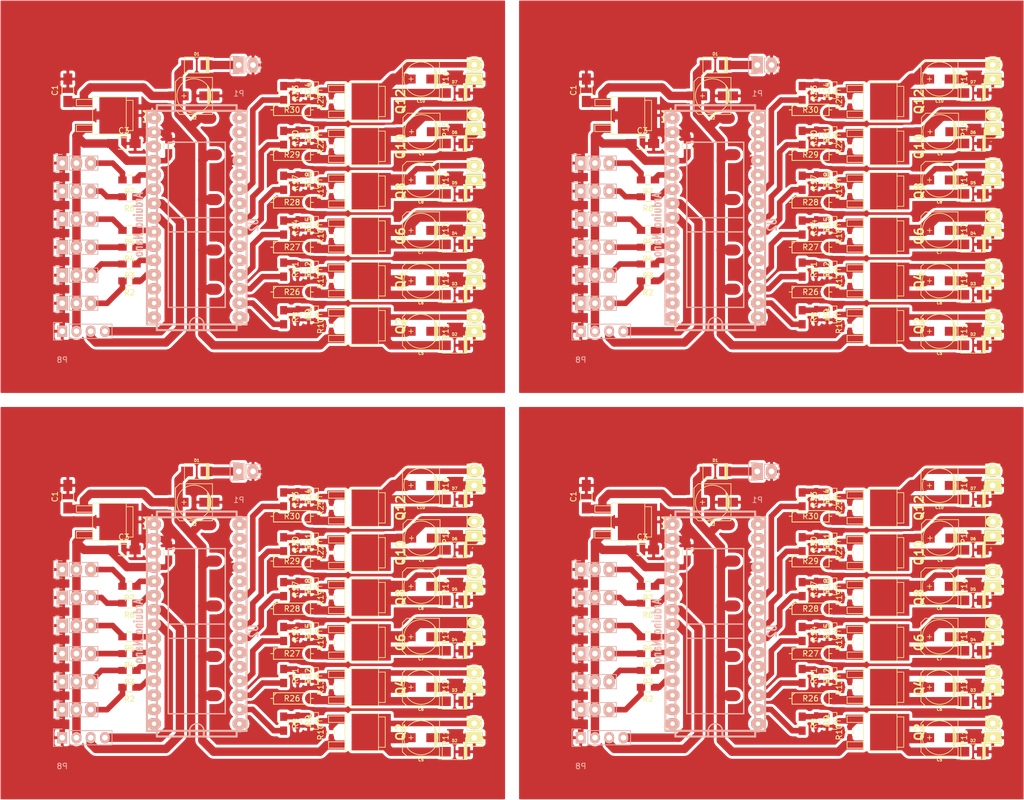
<source format=kicad_pcb>
(kicad_pcb (version 4) (host pcbnew 4.0.0-rc1-stable)
  (layers (0 F.Cu signal) (31 B.Cu signal) (34 B.Paste user) (35 F.Paste user) (36 B.SilkS user) (37 F.SilkS user) (38 B.Mask user) (39 F.Mask user) (44 Edge.Cuts user))
  (net 0 "")
  (net 1 +12V)
  (net 2 GND)
  (net 3 "Net-(C5-Pad1)")
  (net 4 "Net-(C6-Pad1)")
  (net 5 "Net-(C7-Pad1)")
  (net 6 "Net-(C8-Pad1)")
  (net 7 "Net-(C9-Pad1)")
  (net 8 "Net-(C10-Pad1)")
  (net 9 "Net-(D1-Pad2)")
  (net 10 +5V)
  (net 11 "Net-(P2-Pad3)")
  (net 12 "Net-(P3-Pad3)")
  (net 13 "Net-(P4-Pad3)")
  (net 14 "Net-(P5-Pad3)")
  (net 15 "Net-(P6-Pad3)")
  (net 16 "Net-(P7-Pad3)")
  (net 17 "Net-(P8-Pad3)")
  (net 18 "Net-(P8-Pad4)")
  (net 19 "Net-(Q1-Pad1)")
  (net 20 "Net-(Q1-Pad2)")
  (net 21 "Net-(Q3-Pad1)")
  (net 22 "Net-(Q3-Pad2)")
  (net 23 "Net-(Q5-Pad1)")
  (net 24 "Net-(Q5-Pad2)")
  (net 25 "Net-(Q7-Pad1)")
  (net 26 "Net-(Q7-Pad2)")
  (net 27 "Net-(Q9-Pad1)")
  (net 28 "Net-(Q10-Pad1)")
  (net 29 "Net-(Q11-Pad1)")
  (net 30 "Net-(Q11-Pad2)")
  (net 31 "Net-(R2-Pad1)")
  (net 32 "Net-(R3-Pad1)")
  (net 33 "Net-(R4-Pad1)")
  (net 34 "Net-(R5-Pad1)")
  (net 35 "Net-(R6-Pad1)")
  (net 36 "Net-(R7-Pad1)")
  (net 37 "Net-(R8-Pad2)")
  (net 38 "Net-(R11-Pad2)")
  (net 39 "Net-(R14-Pad2)")
  (net 40 "Net-(R17-Pad2)")
  (net 41 "Net-(R20-Pad2)")
  (net 42 "Net-(R23-Pad2)")
  (net 43 "Net-(Q4-Pad3)")
  (net 44 "Net-(Q6-Pad3)")
  (net 45 "Net-(Q8-Pad3)")
  (net 46 "Net-(Q10-Pad3)")
  (net 47 "Net-(Q12-Pad3)")
  (module Discret:R3-LARGE_PADS (layer F.Cu) (at 167 39.5)
    (fp_text reference R30 (at 0 0) (layer F.SilkS))
    (fp_text value R)
    (pad 1 smd oval (at -15 1.5) (size 3 2) (layers F.Cu F.Paste F.Mask) (net 1 +12V))
    (pad 2 smd oval (at 3.7 0.5) (size 3 2) (layers F.Cu F.Paste F.Mask) (net 47 "Net-(Q12-Pad3)"))
  )
  (module Discret:R3-LARGE_PADS (layer F.Cu) (at 167 47.5)
    (fp_text reference R29 (at 0 0) (layer F.SilkS))
    (fp_text value R)
    (pad 1 smd oval (at -14 0) (size 3 2) (layers F.Cu F.Paste F.Mask) (net 1 +12V))
    (pad 2 smd oval (at 3.7 0.5) (size 3 2) (layers F.Cu F.Paste F.Mask) (net 46 "Net-(Q10-Pad3)"))
  )
  (module Discret:R3-LARGE_PADS (layer F.Cu) (at 167 56)
    (fp_text reference R28 (at 0 0) (layer F.SilkS))
    (fp_text value R)
    (pad 1 smd oval (at -14 -0.5) (size 3 2) (layers F.Cu F.Paste F.Mask) (net 1 +12V))
    (pad 2 smd oval (at 3.81 0) (size 3 2) (layers F.Cu F.Paste F.Mask) (net 45 "Net-(Q8-Pad3)"))
  )
  (module Discret:R3-LARGE_PADS (layer F.Cu) (at 167 64)
    (fp_text reference R27 (at 0 0) (layer F.SilkS))
    (fp_text value R)
    (pad 1 smd oval (at -14 0.5) (size 3 2) (layers F.Cu F.Paste F.Mask) (net 1 +12V))
    (pad 2 smd oval (at 3.81 0) (size 3 2) (layers F.Cu F.Paste F.Mask) (net 44 "Net-(Q6-Pad3)"))
  )
  (module Discret:R3-LARGE_PADS (layer F.Cu) (at 167 72)
    (fp_text reference R26 (at 0 0) (layer F.SilkS))
    (fp_text value R)
    (pad 1 smd oval (at -14 -0.5) (size 3 2) (layers F.Cu F.Paste F.Mask) (net 1 +12V))
    (pad 2 smd oval (at 3.81 0) (size 3 2) (layers F.Cu F.Paste F.Mask) (net 43 "Net-(Q4-Pad3)"))
  )
  (module smd_diode:do214ac (layer F.Cu) (at 196 36.5)
    (fp_text reference D7 (at 0 -1.9685) (layer F.SilkS) (effects (font (size 0.50038 0.50038) (thickness 0.11938))))
    (fp_text value SS-26 hide)
    (pad 2 smd rect (at 1.72974 0) (size 2.10058 1.69926) (layers F.Cu F.Paste F.Mask) (net 2 GND))
    (pad 1 smd rect (at -1.72974 0) (size 2.10058 1.69926) (layers F.Cu F.Paste F.Mask) (net 8 "Net-(C10-Pad1)"))
  )
  (module smd_diode:do214ac (layer F.Cu) (at 196 45.5)
    (fp_text reference D6 (at 0 -1.9685) (layer F.SilkS) (effects (font (size 0.50038 0.50038) (thickness 0.11938))))
    (fp_text value SS-26 hide)
    (pad 2 smd rect (at 1.72974 0) (size 2.10058 1.69926) (layers F.Cu F.Paste F.Mask) (net 2 GND))
    (pad 1 smd rect (at -1.72974 0) (size 2.10058 1.69926) (layers F.Cu F.Paste F.Mask) (net 7 "Net-(C9-Pad1)"))
  )
  (module smd_diode:do214ac (layer F.Cu) (at 196 54.5)
    (fp_text reference D5 (at 0 -1.9685) (layer F.SilkS) (effects (font (size 0.50038 0.50038) (thickness 0.11938))))
    (fp_text value SS-26 hide)
    (pad 2 smd rect (at 1.72974 0) (size 2.10058 1.69926) (layers F.Cu F.Paste F.Mask) (net 2 GND))
    (pad 1 smd rect (at -1.72974 0) (size 2.10058 1.69926) (layers F.Cu F.Paste F.Mask) (net 6 "Net-(C8-Pad1)"))
  )
  (module smd_diode:do214ac (layer F.Cu) (at 196 63.5)
    (fp_text reference D4 (at 0 -1.9685) (layer F.SilkS) (effects (font (size 0.50038 0.50038) (thickness 0.11938))))
    (fp_text value SS-26 hide)
    (pad 2 smd rect (at 1.72974 0) (size 2.10058 1.69926) (layers F.Cu F.Paste F.Mask) (net 2 GND))
    (pad 1 smd rect (at -1.72974 0) (size 2.10058 1.69926) (layers F.Cu F.Paste F.Mask) (net 5 "Net-(C7-Pad1)"))
  )
  (module smd_diode:do214ac (layer F.Cu) (at 196 72.5)
    (fp_text reference D3 (at 0 -1.9685) (layer F.SilkS) (effects (font (size 0.50038 0.50038) (thickness 0.11938))))
    (fp_text value SS-26 hide)
    (pad 2 smd rect (at 1.72974 0) (size 2.10058 1.69926) (layers F.Cu F.Paste F.Mask) (net 2 GND))
    (pad 1 smd rect (at -1.72974 0) (size 2.10058 1.69926) (layers F.Cu F.Paste F.Mask) (net 4 "Net-(C6-Pad1)"))
  )
  (module smd_diode:do214ac (layer F.Cu) (at 196 81.5)
    (fp_text reference D2 (at 0 -1.9685) (layer F.SilkS) (effects (font (size 0.50038 0.50038) (thickness 0.11938))))
    (fp_text value SS-26 hide)
    (pad 2 smd rect (at 1.72974 0) (size 2.10058 1.69926) (layers F.Cu F.Paste F.Mask) (net 2 GND))
    (pad 1 smd rect (at -1.72974 0) (size 2.10058 1.69926) (layers F.Cu F.Paste F.Mask) (net 3 "Net-(C5-Pad1)"))
  )
  (module smd_diode:do214ac (layer F.Cu) (at 150 31.5)
    (fp_text reference D1 (at 0 -1.9685) (layer F.SilkS) (effects (font (size 0.50038 0.50038) (thickness 0.11938))))
    (fp_text value SS-26 hide)
    (pad 2 smd rect (at 1.72974 0) (size 2.10058 1.69926) (layers F.Cu F.Paste F.Mask) (net 9 "Net-(D1-Pad2)"))
    (pad 1 smd rect (at -1.72974 0) (size 2.10058 1.69926) (layers F.Cu F.Paste F.Mask) (net 1 +12V))
  )
  (module smd_trans:d-pak (layer F.Cu) (at 133 40.5 270)
    (fp_text reference U1 (at 0 -8.3566 270) (layer F.SilkS) (effects (font (thickness 0.3048))))
    (fp_text value LM7805 hide)
    (pad 1 smd rect (at -2.30124 3.1242 270) (size 1.6002 3.2004) (layers F.Cu F.Paste F.Mask) (net 1 +12V))
    (pad 3 smd rect (at 2.30124 3.1242 270) (size 1.6002 3.2004) (layers F.Cu F.Paste F.Mask) (net 10 +5V))
    (pad 2 smd rect (at 0 -3.1242 270) (size 6.49986 7.00024) (layers F.Cu F.Paste F.Mask) (net 2 GND))
  )
  (module Capacitors_SMD:C_0603_HandSoldering (layer F.Cu) (at 174 38 90)
    (fp_text reference R25 (at 0 -1.9 90) (layer F.SilkS))
    (fp_text value 10k)
    (pad 1 smd rect (at -0.95 0 90) (size 1.2 0.75) (layers F.Cu F.Paste F.Mask) (net 47 "Net-(Q12-Pad3)"))
    (pad 2 smd rect (at 0.95 0 90) (size 1.2 0.75) (layers F.Cu F.Paste F.Mask) (net 30 "Net-(Q11-Pad2)"))
  )
  (module Capacitors_SMD:C_0603_HandSoldering (layer F.Cu) (at 168 36 270)
    (fp_text reference R24 (at 0 -1.9 270) (layer F.SilkS))
    (fp_text value 10k)
    (pad 1 smd rect (at -0.95 0 270) (size 1.2 0.75) (layers F.Cu F.Paste F.Mask) (net 29 "Net-(Q11-Pad1)"))
    (pad 2 smd rect (at 0.95 0 270) (size 1.2 0.75) (layers F.Cu F.Paste F.Mask) (net 2 GND))
  )
  (module Capacitors_SMD:C_0603_HandSoldering (layer F.Cu) (at 174 46 90)
    (fp_text reference R22 (at 0 -1.9 90) (layer F.SilkS))
    (fp_text value 10k)
    (pad 1 smd rect (at -0.95 0 90) (size 1.2 0.75) (layers F.Cu F.Paste F.Mask) (net 46 "Net-(Q10-Pad3)"))
    (pad 2 smd rect (at 0.95 0 90) (size 1.2 0.75) (layers F.Cu F.Paste F.Mask) (net 28 "Net-(Q10-Pad1)"))
  )
  (module Capacitors_SMD:C_0603_HandSoldering (layer F.Cu) (at 168 44 270)
    (fp_text reference R21 (at 0 -1.9 270) (layer F.SilkS))
    (fp_text value 10k)
    (pad 1 smd rect (at -0.95 0 270) (size 1.2 0.75) (layers F.Cu F.Paste F.Mask) (net 27 "Net-(Q9-Pad1)"))
    (pad 2 smd rect (at 0.95 0 270) (size 1.2 0.75) (layers F.Cu F.Paste F.Mask) (net 2 GND))
  )
  (module Capacitors_SMD:C_0603_HandSoldering (layer F.Cu) (at 174 54 90)
    (fp_text reference R19 (at 0 -1.9 90) (layer F.SilkS))
    (fp_text value 10k)
    (pad 1 smd rect (at -0.95 0 90) (size 1.2 0.75) (layers F.Cu F.Paste F.Mask) (net 45 "Net-(Q8-Pad3)"))
    (pad 2 smd rect (at 0.95 0 90) (size 1.2 0.75) (layers F.Cu F.Paste F.Mask) (net 26 "Net-(Q7-Pad2)"))
  )
  (module Capacitors_SMD:C_0603_HandSoldering (layer F.Cu) (at 168 52 270)
    (fp_text reference R18 (at 0 -1.9 270) (layer F.SilkS))
    (fp_text value 10k)
    (pad 1 smd rect (at -0.95 0 270) (size 1.2 0.75) (layers F.Cu F.Paste F.Mask) (net 25 "Net-(Q7-Pad1)"))
    (pad 2 smd rect (at 0.95 0 270) (size 1.2 0.75) (layers F.Cu F.Paste F.Mask) (net 2 GND))
  )
  (module Capacitors_SMD:C_0603_HandSoldering (layer F.Cu) (at 174 62 90)
    (fp_text reference R16 (at 0 -1.9 90) (layer F.SilkS))
    (fp_text value 10k)
    (pad 1 smd rect (at -0.95 0 90) (size 1.2 0.75) (layers F.Cu F.Paste F.Mask) (net 44 "Net-(Q6-Pad3)"))
    (pad 2 smd rect (at 0.95 0 90) (size 1.2 0.75) (layers F.Cu F.Paste F.Mask) (net 24 "Net-(Q5-Pad2)"))
  )
  (module Capacitors_SMD:C_0603_HandSoldering (layer F.Cu) (at 168 60 270)
    (fp_text reference R15 (at 0 -1.9 270) (layer F.SilkS))
    (fp_text value 10k)
    (pad 1 smd rect (at -0.95 0 270) (size 1.2 0.75) (layers F.Cu F.Paste F.Mask) (net 23 "Net-(Q5-Pad1)"))
    (pad 2 smd rect (at 0.95 0 270) (size 1.2 0.75) (layers F.Cu F.Paste F.Mask) (net 2 GND))
  )
  (module Capacitors_SMD:C_0603_HandSoldering (layer F.Cu) (at 174 70 90)
    (fp_text reference R13 (at 0 -1.9 90) (layer F.SilkS))
    (fp_text value 10k)
    (pad 1 smd rect (at -0.95 0 90) (size 1.2 0.75) (layers F.Cu F.Paste F.Mask) (net 43 "Net-(Q4-Pad3)"))
    (pad 2 smd rect (at 0.95 0 90) (size 1.2 0.75) (layers F.Cu F.Paste F.Mask) (net 22 "Net-(Q3-Pad2)"))
  )
  (module Capacitors_SMD:C_0603_HandSoldering (layer F.Cu) (at 168 68 270)
    (fp_text reference R12 (at 0 -1.9 270) (layer F.SilkS))
    (fp_text value 10k)
    (pad 1 smd rect (at -0.95 0 270) (size 1.2 0.75) (layers F.Cu F.Paste F.Mask) (net 21 "Net-(Q3-Pad1)"))
    (pad 2 smd rect (at 0.95 0 270) (size 1.2 0.75) (layers F.Cu F.Paste F.Mask) (net 2 GND))
  )
  (module Capacitors_SMD:C_0603_HandSoldering (layer F.Cu) (at 174 78 90)
    (fp_text reference R10 (at 0 -1.9 90) (layer F.SilkS))
    (fp_text value 10k)
    (pad 1 smd rect (at -0.95 0 90) (size 1.2 0.75) (layers F.Cu F.Paste F.Mask) (net 1 +12V))
    (pad 2 smd rect (at 0.95 0 90) (size 1.2 0.75) (layers F.Cu F.Paste F.Mask) (net 20 "Net-(Q1-Pad2)"))
  )
  (module Capacitors_SMD:C_0603_HandSoldering (layer F.Cu) (at 168 76 270)
    (fp_text reference R9 (at 0 -1.9 270) (layer F.SilkS))
    (fp_text value 10k)
    (pad 1 smd rect (at -0.95 0 270) (size 1.2 0.75) (layers F.Cu F.Paste F.Mask) (net 19 "Net-(Q1-Pad1)"))
    (pad 2 smd rect (at 0.95 0 270) (size 1.2 0.75) (layers F.Cu F.Paste F.Mask) (net 2 GND))
  )
  (module Ventirad:dil_30-600_socket (layer B.Cu) (at 150 60 90)
    (fp_text reference U2 (at 0 10.16 90) (layer B.SilkS) (effects (font (size 1.524 1.143) (thickness 0.28702)) (justify mirror)))
    (fp_text value Arduino_Nano (at 0 -10.414 90) (layer B.SilkS) (effects (font (size 1.524 1.143) (thickness 0.28702)) (justify mirror)))
    (pad 16 thru_hole oval (at 19.05 7.62 90) (size 2 2.5) (drill 0.8001) (layers *.Cu *.Mask B.SilkS))
    (pad 15 thru_hole oval (at 19.05 -7.62 90) (size 2 2.5) (drill 0.8001) (layers *.Cu *.Mask B.SilkS))
    (pad 1 thru_hole oval (at -16.51 -7.62 90) (size 2 2.5) (drill 0.8001) (layers *.Cu *.Mask B.SilkS))
    (pad 2 thru_hole oval (at -13.97 -7.62 90) (size 2 2.5) (drill 0.8001) (layers *.Cu *.Mask B.SilkS))
    (pad 3 thru_hole oval (at -11.43 -7.62 90) (size 2 2.5) (drill 0.8001) (layers *.Cu *.Mask B.SilkS))
    (pad 4 thru_hole oval (at -8.89 -7.62 90) (size 2 2.5) (drill 0.8001) (layers *.Cu *.Mask B.SilkS) (net 31 "Net-(R2-Pad1)"))
    (pad 5 thru_hole oval (at -6.35 -7.62 90) (size 2 2.5) (drill 0.8001) (layers *.Cu *.Mask B.SilkS) (net 32 "Net-(R3-Pad1)"))
    (pad 6 thru_hole oval (at -3.81 -7.62 90) (size 2 2.5) (drill 0.8001) (layers *.Cu *.Mask B.SilkS) (net 33 "Net-(R4-Pad1)"))
    (pad 7 thru_hole oval (at -1.27 -7.62 90) (size 2 2.5) (drill 0.8001) (layers *.Cu *.Mask B.SilkS) (net 34 "Net-(R5-Pad1)"))
    (pad 8 thru_hole oval (at 1.27 -7.62 90) (size 2 2.5) (drill 0.8001) (layers *.Cu *.Mask B.SilkS) (net 18 "Net-(P8-Pad4)"))
    (pad 9 thru_hole oval (at 3.81 -7.62 90) (size 2 2.5) (drill 0.8001) (layers *.Cu *.Mask B.SilkS) (net 17 "Net-(P8-Pad3)"))
    (pad 10 thru_hole oval (at 6.35 -7.62 90) (size 2 2.5) (drill 0.8001) (layers *.Cu *.Mask B.SilkS) (net 35 "Net-(R6-Pad1)"))
    (pad 11 thru_hole oval (at 8.89 -7.62 90) (size 2 2.5) (drill 0.8001) (layers *.Cu *.Mask B.SilkS) (net 36 "Net-(R7-Pad1)"))
    (pad 12 thru_hole oval (at 11.43 -7.62 90) (size 2 2.5) (drill 0.8001) (layers *.Cu *.Mask B.SilkS) (net 10 +5V))
    (pad 13 thru_hole oval (at 13.97 -7.62 90) (size 2 2.5) (drill 0.8001) (layers *.Cu *.Mask B.SilkS))
    (pad 14 thru_hole oval (at 16.51 -7.62 90) (size 2 2.5) (drill 0.8001) (layers *.Cu *.Mask B.SilkS) (net 2 GND))
    (pad 17 thru_hole oval (at 16.51 7.62 90) (size 2 2.5) (drill 0.8001) (layers *.Cu *.Mask B.SilkS))
    (pad 18 thru_hole oval (at 13.97 7.62 90) (size 2 2.5) (drill 0.8001) (layers *.Cu *.Mask B.SilkS))
    (pad 19 thru_hole oval (at 11.43 7.62 90) (size 2 2.5) (drill 0.8001) (layers *.Cu *.Mask B.SilkS) (net 2 GND))
    (pad 20 thru_hole oval (at 8.89 7.62 90) (size 2 2.5) (drill 0.8001) (layers *.Cu *.Mask B.SilkS))
    (pad 21 thru_hole oval (at 6.35 7.62 90) (size 2 2.5) (drill 0.8001) (layers *.Cu *.Mask B.SilkS) (net 42 "Net-(R23-Pad2)"))
    (pad 22 thru_hole oval (at 3.81 7.62 90) (size 2 2.5) (drill 0.8001) (layers *.Cu *.Mask B.SilkS))
    (pad 23 thru_hole oval (at 1.27 7.62 90) (size 2 2.5) (drill 0.8001) (layers *.Cu *.Mask B.SilkS) (net 41 "Net-(R20-Pad2)"))
    (pad 24 thru_hole oval (at -1.27 7.62 90) (size 2 2.5) (drill 0.8001) (layers *.Cu *.Mask B.SilkS) (net 40 "Net-(R17-Pad2)"))
    (pad 25 thru_hole oval (at -3.81 7.62 90) (size 2 2.5) (drill 0.8001) (layers *.Cu *.Mask B.SilkS))
    (pad 26 thru_hole oval (at -6.35 7.62 90) (size 2 2.5) (drill 0.8001) (layers *.Cu *.Mask B.SilkS))
    (pad 27 thru_hole oval (at -8.89 7.62 90) (size 2 2.5) (drill 0.8001) (layers *.Cu *.Mask B.SilkS) (net 39 "Net-(R14-Pad2)"))
    (pad 28 thru_hole oval (at -11.43 7.62 90) (size 2 2.5) (drill 0.8001) (layers *.Cu *.Mask B.SilkS) (net 38 "Net-(R11-Pad2)"))
    (pad 29 thru_hole oval (at -13.97 7.62 90) (size 2 2.5) (drill 0.8001) (layers *.Cu *.Mask B.SilkS) (net 37 "Net-(R8-Pad2)"))
    (pad 30 thru_hole oval (at -16.51 7.62 90) (size 2 2.5) (drill 0.8001) (layers *.Cu *.Mask B.SilkS))
  )
  (module Capacitors_SMD:C_0805_HandSoldering (layer F.Cu) (at 165.5 36.5 270)
    (fp_text reference R23 (at 0 -2.1 270) (layer F.SilkS))
    (fp_text value 1k)
    (pad 1 smd rect (at -1.25 0 270) (size 1.5 1.25) (layers F.Cu F.Paste F.Mask) (net 29 "Net-(Q11-Pad1)"))
    (pad 2 smd rect (at 1.25 0 270) (size 1.5 1.25) (layers F.Cu F.Paste F.Mask) (net 42 "Net-(R23-Pad2)"))
  )
  (module Capacitors_SMD:C_0805_HandSoldering (layer F.Cu) (at 165.5 44.5 270)
    (fp_text reference R20 (at 0 -2.1 270) (layer F.SilkS))
    (fp_text value 1k)
    (pad 1 smd rect (at -1.25 0 270) (size 1.5 1.25) (layers F.Cu F.Paste F.Mask) (net 27 "Net-(Q9-Pad1)"))
    (pad 2 smd rect (at 1.25 0 270) (size 1.5 1.25) (layers F.Cu F.Paste F.Mask) (net 41 "Net-(R20-Pad2)"))
  )
  (module Capacitors_SMD:C_0805_HandSoldering (layer F.Cu) (at 165.5 52.5 270)
    (fp_text reference R17 (at 0 -2.1 270) (layer F.SilkS))
    (fp_text value 1k)
    (pad 1 smd rect (at -1.25 0 270) (size 1.5 1.25) (layers F.Cu F.Paste F.Mask) (net 25 "Net-(Q7-Pad1)"))
    (pad 2 smd rect (at 1.25 0 270) (size 1.5 1.25) (layers F.Cu F.Paste F.Mask) (net 40 "Net-(R17-Pad2)"))
  )
  (module Capacitors_SMD:C_0805_HandSoldering (layer F.Cu) (at 165.5 60.5 270)
    (fp_text reference R14 (at 0 -2.1 270) (layer F.SilkS))
    (fp_text value 1k)
    (pad 1 smd rect (at -1.25 0 270) (size 1.5 1.25) (layers F.Cu F.Paste F.Mask) (net 23 "Net-(Q5-Pad1)"))
    (pad 2 smd rect (at 1.25 0 270) (size 1.5 1.25) (layers F.Cu F.Paste F.Mask) (net 39 "Net-(R14-Pad2)"))
  )
  (module Capacitors_SMD:C_0805_HandSoldering (layer F.Cu) (at 165.5 68 270)
    (fp_text reference R11 (at 0 -2.1 270) (layer F.SilkS))
    (fp_text value 1k)
    (pad 1 smd rect (at -1.25 0 270) (size 1.5 1.25) (layers F.Cu F.Paste F.Mask) (net 21 "Net-(Q3-Pad1)"))
    (pad 2 smd rect (at 1.25 0 270) (size 1.5 1.25) (layers F.Cu F.Paste F.Mask) (net 38 "Net-(R11-Pad2)"))
  )
  (module Capacitors_SMD:C_0805_HandSoldering (layer F.Cu) (at 165.5 76.5 270)
    (fp_text reference R8 (at 0 -2.1 270) (layer F.SilkS))
    (fp_text value 1k)
    (pad 1 smd rect (at -1.25 0 270) (size 1.5 1.25) (layers F.Cu F.Paste F.Mask) (net 19 "Net-(Q1-Pad1)"))
    (pad 2 smd rect (at 1.25 0 270) (size 1.5 1.25) (layers F.Cu F.Paste F.Mask) (net 37 "Net-(R8-Pad2)"))
  )
  (module Capacitors_SMD:C_0805_HandSoldering (layer F.Cu) (at 138 52 180)
    (fp_text reference R7 (at 0 -2.1 180) (layer F.SilkS))
    (fp_text value R)
    (pad 1 smd rect (at -1.25 0 180) (size 1.5 1.25) (layers F.Cu F.Paste F.Mask) (net 36 "Net-(R7-Pad1)"))
    (pad 2 smd rect (at 1.25 0 180) (size 1.5 1.25) (layers F.Cu F.Paste F.Mask) (net 16 "Net-(P7-Pad3)"))
  )
  (module Capacitors_SMD:C_0805_HandSoldering (layer F.Cu) (at 138 55 180)
    (fp_text reference R6 (at 0 -2.1 180) (layer F.SilkS))
    (fp_text value R)
    (pad 1 smd rect (at -1.25 0 180) (size 1.5 1.25) (layers F.Cu F.Paste F.Mask) (net 35 "Net-(R6-Pad1)"))
    (pad 2 smd rect (at 1.25 0 180) (size 1.5 1.25) (layers F.Cu F.Paste F.Mask) (net 15 "Net-(P6-Pad3)"))
  )
  (module Capacitors_SMD:C_0805_HandSoldering (layer F.Cu) (at 138 61 180)
    (fp_text reference R5 (at 0 -2.1 180) (layer F.SilkS))
    (fp_text value R)
    (pad 1 smd rect (at -1.25 0 180) (size 1.5 1.25) (layers F.Cu F.Paste F.Mask) (net 34 "Net-(R5-Pad1)"))
    (pad 2 smd rect (at 1.25 0 180) (size 1.5 1.25) (layers F.Cu F.Paste F.Mask) (net 14 "Net-(P5-Pad3)"))
  )
  (module Capacitors_SMD:C_0805_HandSoldering (layer F.Cu) (at 138 64 180)
    (fp_text reference R4 (at 0 -2.1 180) (layer F.SilkS))
    (fp_text value R)
    (pad 1 smd rect (at -1.25 0 180) (size 1.5 1.25) (layers F.Cu F.Paste F.Mask) (net 33 "Net-(R4-Pad1)"))
    (pad 2 smd rect (at 1.25 0 180) (size 1.5 1.25) (layers F.Cu F.Paste F.Mask) (net 13 "Net-(P4-Pad3)"))
  )
  (module Capacitors_SMD:C_0805_HandSoldering (layer F.Cu) (at 138 67 180)
    (fp_text reference R3 (at 0 -2.1 180) (layer F.SilkS))
    (fp_text value R)
    (pad 1 smd rect (at -1.25 0 180) (size 1.5 1.25) (layers F.Cu F.Paste F.Mask) (net 32 "Net-(R3-Pad1)"))
    (pad 2 smd rect (at 1.25 0 180) (size 1.5 1.25) (layers F.Cu F.Paste F.Mask) (net 12 "Net-(P3-Pad3)"))
  )
  (module Capacitors_SMD:C_0805_HandSoldering (layer F.Cu) (at 138 70 180)
    (fp_text reference R2 (at 0 -2.1 180) (layer F.SilkS))
    (fp_text value R)
    (pad 1 smd rect (at -1.25 0 180) (size 1.5 1.25) (layers F.Cu F.Paste F.Mask) (net 31 "Net-(R2-Pad1)"))
    (pad 2 smd rect (at 1.25 0 180) (size 1.5 1.25) (layers F.Cu F.Paste F.Mask) (net 11 "Net-(P2-Pad3)"))
  )
  (module smd_trans:d-pak (layer F.Cu) (at 178 38 270)
    (fp_text reference Q12 (at 0 -8.3566 270) (layer F.SilkS) (effects (font (thickness 0.3048))))
    (fp_text value IRFR9014 hide)
    (pad 1 smd rect (at -2.30124 3.1242 270) (size 1.6002 3.2004) (layers F.Cu F.Paste F.Mask) (net 30 "Net-(Q11-Pad2)"))
    (pad 3 smd rect (at 2.30124 3.1242 270) (size 1.6002 3.2004) (layers F.Cu F.Paste F.Mask) (net 47 "Net-(Q12-Pad3)"))
    (pad 2 smd rect (at 0 -3.1242 270) (size 6.49986 7.00024) (layers F.Cu F.Paste F.Mask) (net 8 "Net-(C10-Pad1)"))
  )
  (module smd_trans:sot23 (layer F.Cu) (at 171 36 270)
    (fp_text reference Q11 (at 0.0254 -0.3302 270) (layer F.SilkS) (effects (font (size 0.50038 0.50038) (thickness 0.09906))))
    (fp_text value 2N7000 hide)
    (pad 1 smd rect (at -0.9525 1.05664 270) (size 0.59944 1.00076) (layers F.Cu F.Paste F.Mask) (net 29 "Net-(Q11-Pad1)"))
    (pad 2 smd rect (at 0 -1.05664 270) (size 0.59944 1.00076) (layers F.Cu F.Paste F.Mask) (net 30 "Net-(Q11-Pad2)"))
    (pad 3 smd rect (at 0.9525 1.05664 270) (size 0.59944 1.00076) (layers F.Cu F.Paste F.Mask) (net 2 GND))
  )
  (module smd_trans:d-pak (layer F.Cu) (at 178 46 270)
    (fp_text reference Q10 (at 0 -8.3566 270) (layer F.SilkS) (effects (font (thickness 0.3048))))
    (fp_text value IRFR9014 hide)
    (pad 1 smd rect (at -2.30124 3.1242 270) (size 1.6002 3.2004) (layers F.Cu F.Paste F.Mask) (net 28 "Net-(Q10-Pad1)"))
    (pad 3 smd rect (at 2.30124 3.1242 270) (size 1.6002 3.2004) (layers F.Cu F.Paste F.Mask) (net 46 "Net-(Q10-Pad3)"))
    (pad 2 smd rect (at 0 -3.1242 270) (size 6.49986 7.00024) (layers F.Cu F.Paste F.Mask) (net 7 "Net-(C9-Pad1)"))
  )
  (module smd_trans:sot23 (layer F.Cu) (at 171 44 270)
    (fp_text reference Q9 (at 0.0254 -0.3302 270) (layer F.SilkS) (effects (font (size 0.50038 0.50038) (thickness 0.09906))))
    (fp_text value 2N7000 hide)
    (pad 1 smd rect (at -0.9525 1.05664 270) (size 0.59944 1.00076) (layers F.Cu F.Paste F.Mask) (net 27 "Net-(Q9-Pad1)"))
    (pad 2 smd rect (at 0 -1.05664 270) (size 0.59944 1.00076) (layers F.Cu F.Paste F.Mask) (net 28 "Net-(Q10-Pad1)"))
    (pad 3 smd rect (at 0.9525 1.05664 270) (size 0.59944 1.00076) (layers F.Cu F.Paste F.Mask) (net 2 GND))
  )
  (module smd_trans:d-pak (layer F.Cu) (at 178 54 270)
    (fp_text reference Q8 (at 0 -8.3566 270) (layer F.SilkS) (effects (font (thickness 0.3048))))
    (fp_text value IRFR9014 hide)
    (pad 1 smd rect (at -2.30124 3.1242 270) (size 1.6002 3.2004) (layers F.Cu F.Paste F.Mask) (net 26 "Net-(Q7-Pad2)"))
    (pad 3 smd rect (at 2.30124 3.1242 270) (size 1.6002 3.2004) (layers F.Cu F.Paste F.Mask) (net 45 "Net-(Q8-Pad3)"))
    (pad 2 smd rect (at 0 -3.1242 270) (size 6.49986 7.00024) (layers F.Cu F.Paste F.Mask) (net 6 "Net-(C8-Pad1)"))
  )
  (module smd_trans:sot23 (layer F.Cu) (at 171 52 270)
    (fp_text reference Q7 (at 0.0254 -0.3302 270) (layer F.SilkS) (effects (font (size 0.50038 0.50038) (thickness 0.09906))))
    (fp_text value 2N7000 hide)
    (pad 1 smd rect (at -0.9525 1.05664 270) (size 0.59944 1.00076) (layers F.Cu F.Paste F.Mask) (net 25 "Net-(Q7-Pad1)"))
    (pad 2 smd rect (at 0 -1.05664 270) (size 0.59944 1.00076) (layers F.Cu F.Paste F.Mask) (net 26 "Net-(Q7-Pad2)"))
    (pad 3 smd rect (at 0.9525 1.05664 270) (size 0.59944 1.00076) (layers F.Cu F.Paste F.Mask) (net 2 GND))
  )
  (module smd_trans:d-pak (layer F.Cu) (at 178 62 270)
    (fp_text reference Q6 (at 0 -8.3566 270) (layer F.SilkS) (effects (font (thickness 0.3048))))
    (fp_text value IRFR9014 hide)
    (pad 1 smd rect (at -2.30124 3.1242 270) (size 1.6002 3.2004) (layers F.Cu F.Paste F.Mask) (net 24 "Net-(Q5-Pad2)"))
    (pad 3 smd rect (at 2.30124 3.1242 270) (size 1.6002 3.2004) (layers F.Cu F.Paste F.Mask) (net 44 "Net-(Q6-Pad3)"))
    (pad 2 smd rect (at 0 -3.1242 270) (size 6.49986 7.00024) (layers F.Cu F.Paste F.Mask) (net 5 "Net-(C7-Pad1)"))
  )
  (module smd_trans:sot23 (layer F.Cu) (at 171 60 270)
    (fp_text reference Q5 (at 0.0254 -0.3302 270) (layer F.SilkS) (effects (font (size 0.50038 0.50038) (thickness 0.09906))))
    (fp_text value 2N7000 hide)
    (pad 1 smd rect (at -0.9525 1.05664 270) (size 0.59944 1.00076) (layers F.Cu F.Paste F.Mask) (net 23 "Net-(Q5-Pad1)"))
    (pad 2 smd rect (at 0 -1.05664 270) (size 0.59944 1.00076) (layers F.Cu F.Paste F.Mask) (net 24 "Net-(Q5-Pad2)"))
    (pad 3 smd rect (at 0.9525 1.05664 270) (size 0.59944 1.00076) (layers F.Cu F.Paste F.Mask) (net 2 GND))
  )
  (module smd_trans:d-pak (layer F.Cu) (at 178 70 270)
    (fp_text reference Q4 (at 0 -8.3566 270) (layer F.SilkS) (effects (font (thickness 0.3048))))
    (fp_text value IRFR9014 hide)
    (pad 1 smd rect (at -2.30124 3.1242 270) (size 1.6002 3.2004) (layers F.Cu F.Paste F.Mask) (net 22 "Net-(Q3-Pad2)"))
    (pad 3 smd rect (at 2.30124 3.1242 270) (size 1.6002 3.2004) (layers F.Cu F.Paste F.Mask) (net 43 "Net-(Q4-Pad3)"))
    (pad 2 smd rect (at 0 -3.1242 270) (size 6.49986 7.00024) (layers F.Cu F.Paste F.Mask) (net 4 "Net-(C6-Pad1)"))
  )
  (module smd_trans:sot23 (layer F.Cu) (at 171 68 270)
    (fp_text reference Q3 (at 0.0254 -0.3302 270) (layer F.SilkS) (effects (font (size 0.50038 0.50038) (thickness 0.09906))))
    (fp_text value 2N7000 hide)
    (pad 1 smd rect (at -0.9525 1.05664 270) (size 0.59944 1.00076) (layers F.Cu F.Paste F.Mask) (net 21 "Net-(Q3-Pad1)"))
    (pad 2 smd rect (at 0 -1.05664 270) (size 0.59944 1.00076) (layers F.Cu F.Paste F.Mask) (net 22 "Net-(Q3-Pad2)"))
    (pad 3 smd rect (at 0.9525 1.05664 270) (size 0.59944 1.00076) (layers F.Cu F.Paste F.Mask) (net 2 GND))
  )
  (module smd_trans:d-pak (layer F.Cu) (at 178 78 270)
    (fp_text reference Q2 (at 0 -8.3566 270) (layer F.SilkS) (effects (font (thickness 0.3048))))
    (fp_text value IRFR9014 hide)
    (pad 1 smd rect (at -2.30124 3.1242 270) (size 1.6002 3.2004) (layers F.Cu F.Paste F.Mask) (net 20 "Net-(Q1-Pad2)"))
    (pad 3 smd rect (at 2.30124 3.1242 270) (size 1.6002 3.2004) (layers F.Cu F.Paste F.Mask) (net 1 +12V))
    (pad 2 smd rect (at 0 -3.1242 270) (size 6.49986 7.00024) (layers F.Cu F.Paste F.Mask) (net 3 "Net-(C5-Pad1)"))
  )
  (module smd_trans:sot23 (layer F.Cu) (at 171 76 270)
    (fp_text reference Q1 (at 0.0254 -0.3302 270) (layer F.SilkS) (effects (font (size 0.50038 0.50038) (thickness 0.09906))))
    (fp_text value 2N7000 hide)
    (pad 1 smd rect (at -0.9525 1.05664 270) (size 0.59944 1.00076) (layers F.Cu F.Paste F.Mask) (net 19 "Net-(Q1-Pad1)"))
    (pad 2 smd rect (at 0 -1.05664 270) (size 0.59944 1.00076) (layers F.Cu F.Paste F.Mask) (net 20 "Net-(Q1-Pad2)"))
    (pad 3 smd rect (at 0.9525 1.05664 270) (size 0.59944 1.00076) (layers F.Cu F.Paste F.Mask) (net 2 GND))
  )
  (module Socket_Strips:Socket_Strip_Straight_1x02 (layer F.Cu) (at 199.5 34 90)
    (fp_text reference P16 (at 0 -5.1 90) (layer F.SilkS))
    (fp_text value Header2)
    (pad 1 thru_hole rect (at 0 0 90) (size 2.032 3) (drill 1.016) (layers *.Cu *.Mask F.SilkS) (net 2 GND))
    (pad 2 thru_hole oval (at 2.54 0 90) (size 2 2.5) (drill 1.016) (layers *.Cu *.Mask F.SilkS) (net 8 "Net-(C10-Pad1)"))
  )
  (module Socket_Strips:Socket_Strip_Straight_1x02 (layer F.Cu) (at 199.5 43 90)
    (fp_text reference P15 (at 0 -5.1 90) (layer F.SilkS))
    (fp_text value Header2)
    (pad 1 thru_hole rect (at 0 0 90) (size 2.032 3) (drill 1.016) (layers *.Cu *.Mask F.SilkS) (net 2 GND))
    (pad 2 thru_hole oval (at 2.54 0 90) (size 2 2.5) (drill 1.016) (layers *.Cu *.Mask F.SilkS) (net 7 "Net-(C9-Pad1)"))
  )
  (module Socket_Strips:Socket_Strip_Straight_1x02 (layer F.Cu) (at 199.5 52 90)
    (fp_text reference P14 (at 0 -5.1 90) (layer F.SilkS))
    (fp_text value Header2)
    (pad 1 thru_hole rect (at 0 0 90) (size 2.032 3) (drill 1.016) (layers *.Cu *.Mask F.SilkS) (net 2 GND))
    (pad 2 thru_hole oval (at 2.54 0 90) (size 2 2.5) (drill 1.016) (layers *.Cu *.Mask F.SilkS) (net 6 "Net-(C8-Pad1)"))
  )
  (module Socket_Strips:Socket_Strip_Straight_1x02 (layer F.Cu) (at 199.5 61 90)
    (fp_text reference P13 (at 0 -5.1 90) (layer F.SilkS))
    (fp_text value Header2)
    (pad 1 thru_hole rect (at 0 0 90) (size 2.032 3) (drill 1.016) (layers *.Cu *.Mask F.SilkS) (net 2 GND))
    (pad 2 thru_hole oval (at 2.54 0 90) (size 2 2.5) (drill 1.016) (layers *.Cu *.Mask F.SilkS) (net 5 "Net-(C7-Pad1)"))
  )
  (module Socket_Strips:Socket_Strip_Straight_1x02 (layer F.Cu) (at 199.5 70 90)
    (fp_text reference P12 (at 0 -5.1 90) (layer F.SilkS))
    (fp_text value Header2)
    (pad 1 thru_hole rect (at 0 0 90) (size 2.032 3) (drill 1.016) (layers *.Cu *.Mask F.SilkS) (net 2 GND))
    (pad 2 thru_hole oval (at 2.54 0 90) (size 2 2.5) (drill 1.016) (layers *.Cu *.Mask F.SilkS) (net 4 "Net-(C6-Pad1)"))
  )
  (module Socket_Strips:Socket_Strip_Straight_1x02 (layer F.Cu) (at 199.5 79 90)
    (fp_text reference P11 (at 0 -5.1 90) (layer F.SilkS))
    (fp_text value Header2)
    (pad 1 thru_hole rect (at 0 0 90) (size 2.032 3) (drill 1.016) (layers *.Cu *.Mask F.SilkS) (net 2 GND))
    (pad 2 thru_hole oval (at 2.54 0 90) (size 2 2.5) (drill 1.016) (layers *.Cu *.Mask F.SilkS) (net 3 "Net-(C5-Pad1)"))
  )
  (module Socket_Strips:Socket_Strip_Straight_1x04 (layer B.Cu) (at 126 79)
    (fp_text reference P8 (at 0 5.1) (layer B.SilkS) (effects (justify mirror)))
    (fp_text value CONN_01X04)
    (pad 1 thru_hole rect (at 0 0) (size 1.7272 2.032) (drill 1.016) (layers *.Cu *.Mask B.SilkS) (net 2 GND))
    (pad 2 thru_hole oval (at 2.54 0) (size 1.7272 2.032) (drill 1.016) (layers *.Cu *.Mask B.SilkS) (net 10 +5V))
    (pad 3 thru_hole oval (at 5.08 0) (size 1.7272 2.032) (drill 1.016) (layers *.Cu *.Mask B.SilkS) (net 17 "Net-(P8-Pad3)"))
    (pad 4 thru_hole oval (at 7.62 0) (size 1.7272 2.032) (drill 1.016) (layers *.Cu *.Mask B.SilkS) (net 18 "Net-(P8-Pad4)"))
  )
  (module Socket_Strips:Socket_Strip_Straight_1x03 (layer B.Cu) (at 126 49)
    (fp_text reference P7 (at 0 5.1) (layer B.SilkS) (effects (justify mirror)))
    (fp_text value "Header 3")
    (pad 1 thru_hole rect (at 0 0) (size 2 2.5) (drill 1.016) (layers *.Cu *.Mask B.SilkS) (net 2 GND))
    (pad 2 thru_hole oval (at 2.54 0) (size 2 2.5) (drill 1.016) (layers *.Cu *.Mask B.SilkS) (net 10 +5V))
    (pad 3 thru_hole oval (at 5.08 0) (size 2 2.5) (drill 1.016) (layers *.Cu *.Mask B.SilkS) (net 16 "Net-(P7-Pad3)"))
  )
  (module Socket_Strips:Socket_Strip_Straight_1x03 (layer B.Cu) (at 126 54)
    (fp_text reference P6 (at 0 5.1) (layer B.SilkS) (effects (justify mirror)))
    (fp_text value "Header 3")
    (pad 1 thru_hole rect (at 0 0) (size 2 2.5) (drill 1.016) (layers *.Cu *.Mask B.SilkS) (net 2 GND))
    (pad 2 thru_hole oval (at 2.54 0) (size 2 2.5) (drill 1.016) (layers *.Cu *.Mask B.SilkS) (net 10 +5V))
    (pad 3 thru_hole oval (at 5.08 0) (size 2 2.5) (drill 1.016) (layers *.Cu *.Mask B.SilkS) (net 15 "Net-(P6-Pad3)"))
  )
  (module Socket_Strips:Socket_Strip_Straight_1x03 (layer B.Cu) (at 126 59)
    (fp_text reference P5 (at 0 5.1) (layer B.SilkS) (effects (justify mirror)))
    (fp_text value "Header 3")
    (pad 1 thru_hole rect (at 0 0) (size 2 2.5) (drill 1.016) (layers *.Cu *.Mask B.SilkS) (net 2 GND))
    (pad 2 thru_hole oval (at 2.54 0) (size 2 2.5) (drill 1.016) (layers *.Cu *.Mask B.SilkS) (net 10 +5V))
    (pad 3 thru_hole oval (at 5.08 0) (size 2 2.5) (drill 1.016) (layers *.Cu *.Mask B.SilkS) (net 14 "Net-(P5-Pad3)"))
  )
  (module Socket_Strips:Socket_Strip_Straight_1x03 (layer B.Cu) (at 126 64)
    (fp_text reference P4 (at 0 5.1) (layer B.SilkS) (effects (justify mirror)))
    (fp_text value "Header 3")
    (pad 1 thru_hole rect (at 0 0) (size 2 2.5) (drill 1.016) (layers *.Cu *.Mask B.SilkS) (net 2 GND))
    (pad 2 thru_hole oval (at 2.54 0) (size 2 2.5) (drill 1.016) (layers *.Cu *.Mask B.SilkS) (net 10 +5V))
    (pad 3 thru_hole oval (at 5.08 0) (size 2 2.5) (drill 1.016) (layers *.Cu *.Mask B.SilkS) (net 13 "Net-(P4-Pad3)"))
  )
  (module Socket_Strips:Socket_Strip_Straight_1x03 (layer B.Cu) (at 126 69)
    (fp_text reference P3 (at 0 5.1) (layer B.SilkS) (effects (justify mirror)))
    (fp_text value "Header 3")
    (pad 1 thru_hole rect (at 0 0) (size 2 2.5) (drill 1.016) (layers *.Cu *.Mask B.SilkS) (net 2 GND))
    (pad 2 thru_hole oval (at 2.54 0) (size 2 2.5) (drill 1.016) (layers *.Cu *.Mask B.SilkS) (net 10 +5V))
    (pad 3 thru_hole oval (at 5.08 0) (size 2 2.5) (drill 1.016) (layers *.Cu *.Mask B.SilkS) (net 12 "Net-(P3-Pad3)"))
  )
  (module Socket_Strips:Socket_Strip_Straight_1x03 (layer B.Cu) (at 126 74)
    (fp_text reference P2 (at 0 5.1) (layer B.SilkS) (effects (justify mirror)))
    (fp_text value "Header 3")
    (pad 1 thru_hole rect (at 0 0) (size 2 2.5) (drill 1.016) (layers *.Cu *.Mask B.SilkS) (net 2 GND))
    (pad 2 thru_hole oval (at 2.54 0) (size 2 2.5) (drill 1.016) (layers *.Cu *.Mask B.SilkS) (net 10 +5V))
    (pad 3 thru_hole oval (at 5.08 0) (size 2 2.5) (drill 1.016) (layers *.Cu *.Mask B.SilkS) (net 11 "Net-(P2-Pad3)"))
  )
  (module Socket_Strips:Socket_Strip_Straight_1x02 (layer B.Cu) (at 157.5 31.5)
    (fp_text reference P1 (at 0 5.1) (layer B.SilkS) (effects (justify mirror)))
    (fp_text value "Header 2")
    (pad 1 thru_hole rect (at 0 0) (size 2.032 3) (drill 1.016) (layers *.Cu *.Mask B.SilkS) (net 9 "Net-(D1-Pad2)"))
    (pad 2 thru_hole oval (at 2.54 0) (size 2 2.5) (drill 1.016) (layers *.Cu *.Mask B.SilkS) (net 2 GND))
  )
  (module smd_cap:c_elec_6.3x7.7 (layer F.Cu) (at 190 34 180)
    (fp_text reference C10 (at 0 -3.937 180) (layer F.SilkS) (effects (font (size 0.50038 0.50038) (thickness 0.11938))))
    (fp_text value 100u hide)
    (pad 1 smd rect (at 2.75082 0 180) (size 3.59918 1.6002) (layers F.Cu F.Paste F.Mask) (net 8 "Net-(C10-Pad1)"))
    (pad 2 smd rect (at -2.75082 0 180) (size 3.59918 1.6002) (layers F.Cu F.Paste F.Mask) (net 2 GND))
  )
  (module smd_cap:c_elec_6.3x7.7 (layer F.Cu) (at 190.1 43.4 180)
    (fp_text reference C9 (at 0 -3.937 180) (layer F.SilkS) (effects (font (size 0.50038 0.50038) (thickness 0.11938))))
    (fp_text value 100u hide)
    (pad 1 smd rect (at 2.75082 0 180) (size 3.59918 1.6002) (layers F.Cu F.Paste F.Mask) (net 7 "Net-(C9-Pad1)"))
    (pad 2 smd rect (at -2.75082 0 180) (size 3.59918 1.6002) (layers F.Cu F.Paste F.Mask) (net 2 GND))
  )
  (module smd_cap:c_elec_6.3x7.7 (layer F.Cu) (at 190 52 180)
    (fp_text reference C8 (at 0 -3.937 180) (layer F.SilkS) (effects (font (size 0.50038 0.50038) (thickness 0.11938))))
    (fp_text value 100u hide)
    (pad 1 smd rect (at 2.75082 0 180) (size 3.59918 1.6002) (layers F.Cu F.Paste F.Mask) (net 6 "Net-(C8-Pad1)"))
    (pad 2 smd rect (at -2.75082 0 180) (size 3.59918 1.6002) (layers F.Cu F.Paste F.Mask) (net 2 GND))
  )
  (module smd_cap:c_elec_6.3x7.7 (layer F.Cu) (at 190 61 180)
    (fp_text reference C7 (at 0 -3.937 180) (layer F.SilkS) (effects (font (size 0.50038 0.50038) (thickness 0.11938))))
    (fp_text value 100u hide)
    (pad 1 smd rect (at 2.75082 0 180) (size 3.59918 1.6002) (layers F.Cu F.Paste F.Mask) (net 5 "Net-(C7-Pad1)"))
    (pad 2 smd rect (at -2.75082 0 180) (size 3.59918 1.6002) (layers F.Cu F.Paste F.Mask) (net 2 GND))
  )
  (module smd_cap:c_elec_6.3x7.7 (layer F.Cu) (at 190 70 180)
    (fp_text reference C6 (at 0 -3.937 180) (layer F.SilkS) (effects (font (size 0.50038 0.50038) (thickness 0.11938))))
    (fp_text value 100u hide)
    (pad 1 smd rect (at 2.75082 0 180) (size 3.59918 1.6002) (layers F.Cu F.Paste F.Mask) (net 4 "Net-(C6-Pad1)"))
    (pad 2 smd rect (at -2.75082 0 180) (size 3.59918 1.6002) (layers F.Cu F.Paste F.Mask) (net 2 GND))
  )
  (module smd_cap:c_elec_6.3x7.7 (layer F.Cu) (at 190 79 180)
    (fp_text reference C5 (at 0 -3.937 180) (layer F.SilkS) (effects (font (size 0.50038 0.50038) (thickness 0.11938))))
    (fp_text value 100u hide)
    (pad 1 smd rect (at 2.75082 0 180) (size 3.59918 1.6002) (layers F.Cu F.Paste F.Mask) (net 3 "Net-(C5-Pad1)"))
    (pad 2 smd rect (at -2.75082 0 180) (size 3.59918 1.6002) (layers F.Cu F.Paste F.Mask) (net 2 GND))
  )
  (module Capacitors_SMD:C_0805_HandSoldering (layer F.Cu) (at 145 46 90)
    (fp_text reference C4 (at 0 -2.1 90) (layer F.SilkS))
    (fp_text value 10n)
    (pad 1 smd rect (at -1.25 0 90) (size 1.5 1.25) (layers F.Cu F.Paste F.Mask) (net 10 +5V))
    (pad 2 smd rect (at 1.25 0 90) (size 1.5 1.25) (layers F.Cu F.Paste F.Mask) (net 2 GND))
  )
  (module Capacitors_SMD:C_1206_HandSoldering (layer F.Cu) (at 137 45.5)
    (fp_text reference C3 (at 0 -2.3) (layer F.SilkS))
    (fp_text value 100n)
    (pad 1 smd rect (at -2 0) (size 2 1.6) (layers F.Cu F.Paste F.Mask) (net 10 +5V))
    (pad 2 smd rect (at 2 0) (size 2 1.6) (layers F.Cu F.Paste F.Mask) (net 2 GND))
  )
  (module smd_cap:c_elec_6.3x7.7 (layer F.Cu) (at 149.5 37 180)
    (fp_text reference C2 (at 0 -3.937 180) (layer F.SilkS) (effects (font (size 0.50038 0.50038) (thickness 0.11938))))
    (fp_text value 200u hide)
    (pad 1 smd rect (at 2.75082 0 180) (size 3.59918 1.6002) (layers F.Cu F.Paste F.Mask) (net 1 +12V))
    (pad 2 smd rect (at -2.75082 0 180) (size 3.59918 1.6002) (layers F.Cu F.Paste F.Mask) (net 2 GND))
  )
  (module Capacitors_SMD:C_1206_HandSoldering (layer F.Cu) (at 127 36 90)
    (fp_text reference C1 (at 0 -2.3 90) (layer F.SilkS))
    (fp_text value 100n)
    (pad 1 smd rect (at -2 0 90) (size 2 1.6) (layers F.Cu F.Paste F.Mask) (net 1 +12V))
    (pad 2 smd rect (at 2 0 90) (size 2 1.6) (layers F.Cu F.Paste F.Mask) (net 2 GND))
  )
  (module Capacitors_SMD:C_1206_HandSoldering (layer F.Cu) (at 127 108.5 90)
    (fp_text reference C1 (at 0 -2.3 90) (layer F.SilkS))
    (fp_text value 100n)
    (pad 1 smd rect (at -2 0 90) (size 2 1.6) (layers F.Cu F.Paste F.Mask) (net 1 +12V))
    (pad 2 smd rect (at 2 0 90) (size 2 1.6) (layers F.Cu F.Paste F.Mask) (net 2 GND))
  )
  (module smd_cap:c_elec_6.3x7.7 (layer F.Cu) (at 149.5 109.5 180)
    (fp_text reference C2 (at 0 -3.937 180) (layer F.SilkS) (effects (font (size 0.50038 0.50038) (thickness 0.11938))))
    (fp_text value 200u hide)
    (pad 1 smd rect (at 2.75082 0 180) (size 3.59918 1.6002) (layers F.Cu F.Paste F.Mask) (net 1 +12V))
    (pad 2 smd rect (at -2.75082 0 180) (size 3.59918 1.6002) (layers F.Cu F.Paste F.Mask) (net 2 GND))
  )
  (module Capacitors_SMD:C_1206_HandSoldering (layer F.Cu) (at 137 118)
    (fp_text reference C3 (at 0 -2.3) (layer F.SilkS))
    (fp_text value 100n)
    (pad 1 smd rect (at -2 0) (size 2 1.6) (layers F.Cu F.Paste F.Mask) (net 10 +5V))
    (pad 2 smd rect (at 2 0) (size 2 1.6) (layers F.Cu F.Paste F.Mask) (net 2 GND))
  )
  (module Capacitors_SMD:C_0805_HandSoldering (layer F.Cu) (at 145 118.5 90)
    (fp_text reference C4 (at 0 -2.1 90) (layer F.SilkS))
    (fp_text value 10n)
    (pad 1 smd rect (at -1.25 0 90) (size 1.5 1.25) (layers F.Cu F.Paste F.Mask) (net 10 +5V))
    (pad 2 smd rect (at 1.25 0 90) (size 1.5 1.25) (layers F.Cu F.Paste F.Mask) (net 2 GND))
  )
  (module smd_cap:c_elec_6.3x7.7 (layer F.Cu) (at 190 151.5 180)
    (fp_text reference C5 (at 0 -3.937 180) (layer F.SilkS) (effects (font (size 0.50038 0.50038) (thickness 0.11938))))
    (fp_text value 100u hide)
    (pad 1 smd rect (at 2.75082 0 180) (size 3.59918 1.6002) (layers F.Cu F.Paste F.Mask) (net 3 "Net-(C5-Pad1)"))
    (pad 2 smd rect (at -2.75082 0 180) (size 3.59918 1.6002) (layers F.Cu F.Paste F.Mask) (net 2 GND))
  )
  (module smd_cap:c_elec_6.3x7.7 (layer F.Cu) (at 190 142.5 180)
    (fp_text reference C6 (at 0 -3.937 180) (layer F.SilkS) (effects (font (size 0.50038 0.50038) (thickness 0.11938))))
    (fp_text value 100u hide)
    (pad 1 smd rect (at 2.75082 0 180) (size 3.59918 1.6002) (layers F.Cu F.Paste F.Mask) (net 4 "Net-(C6-Pad1)"))
    (pad 2 smd rect (at -2.75082 0 180) (size 3.59918 1.6002) (layers F.Cu F.Paste F.Mask) (net 2 GND))
  )
  (module smd_cap:c_elec_6.3x7.7 (layer F.Cu) (at 190 133.5 180)
    (fp_text reference C7 (at 0 -3.937 180) (layer F.SilkS) (effects (font (size 0.50038 0.50038) (thickness 0.11938))))
    (fp_text value 100u hide)
    (pad 1 smd rect (at 2.75082 0 180) (size 3.59918 1.6002) (layers F.Cu F.Paste F.Mask) (net 5 "Net-(C7-Pad1)"))
    (pad 2 smd rect (at -2.75082 0 180) (size 3.59918 1.6002) (layers F.Cu F.Paste F.Mask) (net 2 GND))
  )
  (module smd_cap:c_elec_6.3x7.7 (layer F.Cu) (at 190 124.5 180)
    (fp_text reference C8 (at 0 -3.937 180) (layer F.SilkS) (effects (font (size 0.50038 0.50038) (thickness 0.11938))))
    (fp_text value 100u hide)
    (pad 1 smd rect (at 2.75082 0 180) (size 3.59918 1.6002) (layers F.Cu F.Paste F.Mask) (net 6 "Net-(C8-Pad1)"))
    (pad 2 smd rect (at -2.75082 0 180) (size 3.59918 1.6002) (layers F.Cu F.Paste F.Mask) (net 2 GND))
  )
  (module smd_cap:c_elec_6.3x7.7 (layer F.Cu) (at 190.1 115.9 180)
    (fp_text reference C9 (at 0 -3.937 180) (layer F.SilkS) (effects (font (size 0.50038 0.50038) (thickness 0.11938))))
    (fp_text value 100u hide)
    (pad 1 smd rect (at 2.75082 0 180) (size 3.59918 1.6002) (layers F.Cu F.Paste F.Mask) (net 7 "Net-(C9-Pad1)"))
    (pad 2 smd rect (at -2.75082 0 180) (size 3.59918 1.6002) (layers F.Cu F.Paste F.Mask) (net 2 GND))
  )
  (module smd_cap:c_elec_6.3x7.7 (layer F.Cu) (at 190 106.5 180)
    (fp_text reference C10 (at 0 -3.937 180) (layer F.SilkS) (effects (font (size 0.50038 0.50038) (thickness 0.11938))))
    (fp_text value 100u hide)
    (pad 1 smd rect (at 2.75082 0 180) (size 3.59918 1.6002) (layers F.Cu F.Paste F.Mask) (net 8 "Net-(C10-Pad1)"))
    (pad 2 smd rect (at -2.75082 0 180) (size 3.59918 1.6002) (layers F.Cu F.Paste F.Mask) (net 2 GND))
  )
  (module Socket_Strips:Socket_Strip_Straight_1x02 (layer B.Cu) (at 157.5 104)
    (fp_text reference P1 (at 0 5.1) (layer B.SilkS) (effects (justify mirror)))
    (fp_text value "Header 2")
    (pad 1 thru_hole rect (at 0 0) (size 2.032 3) (drill 1.016) (layers *.Cu *.Mask B.SilkS) (net 9 "Net-(D1-Pad2)"))
    (pad 2 thru_hole oval (at 2.54 0) (size 2 2.5) (drill 1.016) (layers *.Cu *.Mask B.SilkS) (net 2 GND))
  )
  (module Socket_Strips:Socket_Strip_Straight_1x03 (layer B.Cu) (at 126 146.5)
    (fp_text reference P2 (at 0 5.1) (layer B.SilkS) (effects (justify mirror)))
    (fp_text value "Header 3")
    (pad 1 thru_hole rect (at 0 0) (size 2 2.5) (drill 1.016) (layers *.Cu *.Mask B.SilkS) (net 2 GND))
    (pad 2 thru_hole oval (at 2.54 0) (size 2 2.5) (drill 1.016) (layers *.Cu *.Mask B.SilkS) (net 10 +5V))
    (pad 3 thru_hole oval (at 5.08 0) (size 2 2.5) (drill 1.016) (layers *.Cu *.Mask B.SilkS) (net 11 "Net-(P2-Pad3)"))
  )
  (module Socket_Strips:Socket_Strip_Straight_1x03 (layer B.Cu) (at 126 141.5)
    (fp_text reference P3 (at 0 5.1) (layer B.SilkS) (effects (justify mirror)))
    (fp_text value "Header 3")
    (pad 1 thru_hole rect (at 0 0) (size 2 2.5) (drill 1.016) (layers *.Cu *.Mask B.SilkS) (net 2 GND))
    (pad 2 thru_hole oval (at 2.54 0) (size 2 2.5) (drill 1.016) (layers *.Cu *.Mask B.SilkS) (net 10 +5V))
    (pad 3 thru_hole oval (at 5.08 0) (size 2 2.5) (drill 1.016) (layers *.Cu *.Mask B.SilkS) (net 12 "Net-(P3-Pad3)"))
  )
  (module Socket_Strips:Socket_Strip_Straight_1x03 (layer B.Cu) (at 126 136.5)
    (fp_text reference P4 (at 0 5.1) (layer B.SilkS) (effects (justify mirror)))
    (fp_text value "Header 3")
    (pad 1 thru_hole rect (at 0 0) (size 2 2.5) (drill 1.016) (layers *.Cu *.Mask B.SilkS) (net 2 GND))
    (pad 2 thru_hole oval (at 2.54 0) (size 2 2.5) (drill 1.016) (layers *.Cu *.Mask B.SilkS) (net 10 +5V))
    (pad 3 thru_hole oval (at 5.08 0) (size 2 2.5) (drill 1.016) (layers *.Cu *.Mask B.SilkS) (net 13 "Net-(P4-Pad3)"))
  )
  (module Socket_Strips:Socket_Strip_Straight_1x03 (layer B.Cu) (at 126 131.5)
    (fp_text reference P5 (at 0 5.1) (layer B.SilkS) (effects (justify mirror)))
    (fp_text value "Header 3")
    (pad 1 thru_hole rect (at 0 0) (size 2 2.5) (drill 1.016) (layers *.Cu *.Mask B.SilkS) (net 2 GND))
    (pad 2 thru_hole oval (at 2.54 0) (size 2 2.5) (drill 1.016) (layers *.Cu *.Mask B.SilkS) (net 10 +5V))
    (pad 3 thru_hole oval (at 5.08 0) (size 2 2.5) (drill 1.016) (layers *.Cu *.Mask B.SilkS) (net 14 "Net-(P5-Pad3)"))
  )
  (module Socket_Strips:Socket_Strip_Straight_1x03 (layer B.Cu) (at 126 126.5)
    (fp_text reference P6 (at 0 5.1) (layer B.SilkS) (effects (justify mirror)))
    (fp_text value "Header 3")
    (pad 1 thru_hole rect (at 0 0) (size 2 2.5) (drill 1.016) (layers *.Cu *.Mask B.SilkS) (net 2 GND))
    (pad 2 thru_hole oval (at 2.54 0) (size 2 2.5) (drill 1.016) (layers *.Cu *.Mask B.SilkS) (net 10 +5V))
    (pad 3 thru_hole oval (at 5.08 0) (size 2 2.5) (drill 1.016) (layers *.Cu *.Mask B.SilkS) (net 15 "Net-(P6-Pad3)"))
  )
  (module Socket_Strips:Socket_Strip_Straight_1x03 (layer B.Cu) (at 126 121.5)
    (fp_text reference P7 (at 0 5.1) (layer B.SilkS) (effects (justify mirror)))
    (fp_text value "Header 3")
    (pad 1 thru_hole rect (at 0 0) (size 2 2.5) (drill 1.016) (layers *.Cu *.Mask B.SilkS) (net 2 GND))
    (pad 2 thru_hole oval (at 2.54 0) (size 2 2.5) (drill 1.016) (layers *.Cu *.Mask B.SilkS) (net 10 +5V))
    (pad 3 thru_hole oval (at 5.08 0) (size 2 2.5) (drill 1.016) (layers *.Cu *.Mask B.SilkS) (net 16 "Net-(P7-Pad3)"))
  )
  (module Socket_Strips:Socket_Strip_Straight_1x04 (layer B.Cu) (at 126 151.5)
    (fp_text reference P8 (at 0 5.1) (layer B.SilkS) (effects (justify mirror)))
    (fp_text value CONN_01X04)
    (pad 1 thru_hole rect (at 0 0) (size 1.7272 2.032) (drill 1.016) (layers *.Cu *.Mask B.SilkS) (net 2 GND))
    (pad 2 thru_hole oval (at 2.54 0) (size 1.7272 2.032) (drill 1.016) (layers *.Cu *.Mask B.SilkS) (net 10 +5V))
    (pad 3 thru_hole oval (at 5.08 0) (size 1.7272 2.032) (drill 1.016) (layers *.Cu *.Mask B.SilkS) (net 17 "Net-(P8-Pad3)"))
    (pad 4 thru_hole oval (at 7.62 0) (size 1.7272 2.032) (drill 1.016) (layers *.Cu *.Mask B.SilkS) (net 18 "Net-(P8-Pad4)"))
  )
  (module Socket_Strips:Socket_Strip_Straight_1x02 (layer F.Cu) (at 199.5 151.5 90)
    (fp_text reference P11 (at 0 -5.1 90) (layer F.SilkS))
    (fp_text value Header2)
    (pad 1 thru_hole rect (at 0 0 90) (size 2.032 3) (drill 1.016) (layers *.Cu *.Mask F.SilkS) (net 2 GND))
    (pad 2 thru_hole oval (at 2.54 0 90) (size 2 2.5) (drill 1.016) (layers *.Cu *.Mask F.SilkS) (net 3 "Net-(C5-Pad1)"))
  )
  (module Socket_Strips:Socket_Strip_Straight_1x02 (layer F.Cu) (at 199.5 142.5 90)
    (fp_text reference P12 (at 0 -5.1 90) (layer F.SilkS))
    (fp_text value Header2)
    (pad 1 thru_hole rect (at 0 0 90) (size 2.032 3) (drill 1.016) (layers *.Cu *.Mask F.SilkS) (net 2 GND))
    (pad 2 thru_hole oval (at 2.54 0 90) (size 2 2.5) (drill 1.016) (layers *.Cu *.Mask F.SilkS) (net 4 "Net-(C6-Pad1)"))
  )
  (module Socket_Strips:Socket_Strip_Straight_1x02 (layer F.Cu) (at 199.5 133.5 90)
    (fp_text reference P13 (at 0 -5.1 90) (layer F.SilkS))
    (fp_text value Header2)
    (pad 1 thru_hole rect (at 0 0 90) (size 2.032 3) (drill 1.016) (layers *.Cu *.Mask F.SilkS) (net 2 GND))
    (pad 2 thru_hole oval (at 2.54 0 90) (size 2 2.5) (drill 1.016) (layers *.Cu *.Mask F.SilkS) (net 5 "Net-(C7-Pad1)"))
  )
  (module Socket_Strips:Socket_Strip_Straight_1x02 (layer F.Cu) (at 199.5 124.5 90)
    (fp_text reference P14 (at 0 -5.1 90) (layer F.SilkS))
    (fp_text value Header2)
    (pad 1 thru_hole rect (at 0 0 90) (size 2.032 3) (drill 1.016) (layers *.Cu *.Mask F.SilkS) (net 2 GND))
    (pad 2 thru_hole oval (at 2.54 0 90) (size 2 2.5) (drill 1.016) (layers *.Cu *.Mask F.SilkS) (net 6 "Net-(C8-Pad1)"))
  )
  (module Socket_Strips:Socket_Strip_Straight_1x02 (layer F.Cu) (at 199.5 115.5 90)
    (fp_text reference P15 (at 0 -5.1 90) (layer F.SilkS))
    (fp_text value Header2)
    (pad 1 thru_hole rect (at 0 0 90) (size 2.032 3) (drill 1.016) (layers *.Cu *.Mask F.SilkS) (net 2 GND))
    (pad 2 thru_hole oval (at 2.54 0 90) (size 2 2.5) (drill 1.016) (layers *.Cu *.Mask F.SilkS) (net 7 "Net-(C9-Pad1)"))
  )
  (module Socket_Strips:Socket_Strip_Straight_1x02 (layer F.Cu) (at 199.5 106.5 90)
    (fp_text reference P16 (at 0 -5.1 90) (layer F.SilkS))
    (fp_text value Header2)
    (pad 1 thru_hole rect (at 0 0 90) (size 2.032 3) (drill 1.016) (layers *.Cu *.Mask F.SilkS) (net 2 GND))
    (pad 2 thru_hole oval (at 2.54 0 90) (size 2 2.5) (drill 1.016) (layers *.Cu *.Mask F.SilkS) (net 8 "Net-(C10-Pad1)"))
  )
  (module smd_trans:sot23 (layer F.Cu) (at 171 148.5 270)
    (fp_text reference Q1 (at 0.0254 -0.3302 270) (layer F.SilkS) (effects (font (size 0.50038 0.50038) (thickness 0.09906))))
    (fp_text value 2N7000 hide)
    (pad 1 smd rect (at -0.9525 1.05664 270) (size 0.59944 1.00076) (layers F.Cu F.Paste F.Mask) (net 19 "Net-(Q1-Pad1)"))
    (pad 2 smd rect (at 0 -1.05664 270) (size 0.59944 1.00076) (layers F.Cu F.Paste F.Mask) (net 20 "Net-(Q1-Pad2)"))
    (pad 3 smd rect (at 0.9525 1.05664 270) (size 0.59944 1.00076) (layers F.Cu F.Paste F.Mask) (net 2 GND))
  )
  (module smd_trans:d-pak (layer F.Cu) (at 178 150.5 270)
    (fp_text reference Q2 (at 0 -8.3566 270) (layer F.SilkS) (effects (font (thickness 0.3048))))
    (fp_text value IRFR9014 hide)
    (pad 1 smd rect (at -2.30124 3.1242 270) (size 1.6002 3.2004) (layers F.Cu F.Paste F.Mask) (net 20 "Net-(Q1-Pad2)"))
    (pad 3 smd rect (at 2.30124 3.1242 270) (size 1.6002 3.2004) (layers F.Cu F.Paste F.Mask) (net 1 +12V))
    (pad 2 smd rect (at 0 -3.1242 270) (size 6.49986 7.00024) (layers F.Cu F.Paste F.Mask) (net 3 "Net-(C5-Pad1)"))
  )
  (module smd_trans:sot23 (layer F.Cu) (at 171 140.5 270)
    (fp_text reference Q3 (at 0.0254 -0.3302 270) (layer F.SilkS) (effects (font (size 0.50038 0.50038) (thickness 0.09906))))
    (fp_text value 2N7000 hide)
    (pad 1 smd rect (at -0.9525 1.05664 270) (size 0.59944 1.00076) (layers F.Cu F.Paste F.Mask) (net 21 "Net-(Q3-Pad1)"))
    (pad 2 smd rect (at 0 -1.05664 270) (size 0.59944 1.00076) (layers F.Cu F.Paste F.Mask) (net 22 "Net-(Q3-Pad2)"))
    (pad 3 smd rect (at 0.9525 1.05664 270) (size 0.59944 1.00076) (layers F.Cu F.Paste F.Mask) (net 2 GND))
  )
  (module smd_trans:d-pak (layer F.Cu) (at 178 142.5 270)
    (fp_text reference Q4 (at 0 -8.3566 270) (layer F.SilkS) (effects (font (thickness 0.3048))))
    (fp_text value IRFR9014 hide)
    (pad 1 smd rect (at -2.30124 3.1242 270) (size 1.6002 3.2004) (layers F.Cu F.Paste F.Mask) (net 22 "Net-(Q3-Pad2)"))
    (pad 3 smd rect (at 2.30124 3.1242 270) (size 1.6002 3.2004) (layers F.Cu F.Paste F.Mask) (net 43 "Net-(Q4-Pad3)"))
    (pad 2 smd rect (at 0 -3.1242 270) (size 6.49986 7.00024) (layers F.Cu F.Paste F.Mask) (net 4 "Net-(C6-Pad1)"))
  )
  (module smd_trans:sot23 (layer F.Cu) (at 171 132.5 270)
    (fp_text reference Q5 (at 0.0254 -0.3302 270) (layer F.SilkS) (effects (font (size 0.50038 0.50038) (thickness 0.09906))))
    (fp_text value 2N7000 hide)
    (pad 1 smd rect (at -0.9525 1.05664 270) (size 0.59944 1.00076) (layers F.Cu F.Paste F.Mask) (net 23 "Net-(Q5-Pad1)"))
    (pad 2 smd rect (at 0 -1.05664 270) (size 0.59944 1.00076) (layers F.Cu F.Paste F.Mask) (net 24 "Net-(Q5-Pad2)"))
    (pad 3 smd rect (at 0.9525 1.05664 270) (size 0.59944 1.00076) (layers F.Cu F.Paste F.Mask) (net 2 GND))
  )
  (module smd_trans:d-pak (layer F.Cu) (at 178 134.5 270)
    (fp_text reference Q6 (at 0 -8.3566 270) (layer F.SilkS) (effects (font (thickness 0.3048))))
    (fp_text value IRFR9014 hide)
    (pad 1 smd rect (at -2.30124 3.1242 270) (size 1.6002 3.2004) (layers F.Cu F.Paste F.Mask) (net 24 "Net-(Q5-Pad2)"))
    (pad 3 smd rect (at 2.30124 3.1242 270) (size 1.6002 3.2004) (layers F.Cu F.Paste F.Mask) (net 44 "Net-(Q6-Pad3)"))
    (pad 2 smd rect (at 0 -3.1242 270) (size 6.49986 7.00024) (layers F.Cu F.Paste F.Mask) (net 5 "Net-(C7-Pad1)"))
  )
  (module smd_trans:sot23 (layer F.Cu) (at 171 124.5 270)
    (fp_text reference Q7 (at 0.0254 -0.3302 270) (layer F.SilkS) (effects (font (size 0.50038 0.50038) (thickness 0.09906))))
    (fp_text value 2N7000 hide)
    (pad 1 smd rect (at -0.9525 1.05664 270) (size 0.59944 1.00076) (layers F.Cu F.Paste F.Mask) (net 25 "Net-(Q7-Pad1)"))
    (pad 2 smd rect (at 0 -1.05664 270) (size 0.59944 1.00076) (layers F.Cu F.Paste F.Mask) (net 26 "Net-(Q7-Pad2)"))
    (pad 3 smd rect (at 0.9525 1.05664 270) (size 0.59944 1.00076) (layers F.Cu F.Paste F.Mask) (net 2 GND))
  )
  (module smd_trans:d-pak (layer F.Cu) (at 178 126.5 270)
    (fp_text reference Q8 (at 0 -8.3566 270) (layer F.SilkS) (effects (font (thickness 0.3048))))
    (fp_text value IRFR9014 hide)
    (pad 1 smd rect (at -2.30124 3.1242 270) (size 1.6002 3.2004) (layers F.Cu F.Paste F.Mask) (net 26 "Net-(Q7-Pad2)"))
    (pad 3 smd rect (at 2.30124 3.1242 270) (size 1.6002 3.2004) (layers F.Cu F.Paste F.Mask) (net 45 "Net-(Q8-Pad3)"))
    (pad 2 smd rect (at 0 -3.1242 270) (size 6.49986 7.00024) (layers F.Cu F.Paste F.Mask) (net 6 "Net-(C8-Pad1)"))
  )
  (module smd_trans:sot23 (layer F.Cu) (at 171 116.5 270)
    (fp_text reference Q9 (at 0.0254 -0.3302 270) (layer F.SilkS) (effects (font (size 0.50038 0.50038) (thickness 0.09906))))
    (fp_text value 2N7000 hide)
    (pad 1 smd rect (at -0.9525 1.05664 270) (size 0.59944 1.00076) (layers F.Cu F.Paste F.Mask) (net 27 "Net-(Q9-Pad1)"))
    (pad 2 smd rect (at 0 -1.05664 270) (size 0.59944 1.00076) (layers F.Cu F.Paste F.Mask) (net 28 "Net-(Q10-Pad1)"))
    (pad 3 smd rect (at 0.9525 1.05664 270) (size 0.59944 1.00076) (layers F.Cu F.Paste F.Mask) (net 2 GND))
  )
  (module smd_trans:d-pak (layer F.Cu) (at 178 118.5 270)
    (fp_text reference Q10 (at 0 -8.3566 270) (layer F.SilkS) (effects (font (thickness 0.3048))))
    (fp_text value IRFR9014 hide)
    (pad 1 smd rect (at -2.30124 3.1242 270) (size 1.6002 3.2004) (layers F.Cu F.Paste F.Mask) (net 28 "Net-(Q10-Pad1)"))
    (pad 3 smd rect (at 2.30124 3.1242 270) (size 1.6002 3.2004) (layers F.Cu F.Paste F.Mask) (net 46 "Net-(Q10-Pad3)"))
    (pad 2 smd rect (at 0 -3.1242 270) (size 6.49986 7.00024) (layers F.Cu F.Paste F.Mask) (net 7 "Net-(C9-Pad1)"))
  )
  (module smd_trans:sot23 (layer F.Cu) (at 171 108.5 270)
    (fp_text reference Q11 (at 0.0254 -0.3302 270) (layer F.SilkS) (effects (font (size 0.50038 0.50038) (thickness 0.09906))))
    (fp_text value 2N7000 hide)
    (pad 1 smd rect (at -0.9525 1.05664 270) (size 0.59944 1.00076) (layers F.Cu F.Paste F.Mask) (net 29 "Net-(Q11-Pad1)"))
    (pad 2 smd rect (at 0 -1.05664 270) (size 0.59944 1.00076) (layers F.Cu F.Paste F.Mask) (net 30 "Net-(Q11-Pad2)"))
    (pad 3 smd rect (at 0.9525 1.05664 270) (size 0.59944 1.00076) (layers F.Cu F.Paste F.Mask) (net 2 GND))
  )
  (module smd_trans:d-pak (layer F.Cu) (at 178 110.5 270)
    (fp_text reference Q12 (at 0 -8.3566 270) (layer F.SilkS) (effects (font (thickness 0.3048))))
    (fp_text value IRFR9014 hide)
    (pad 1 smd rect (at -2.30124 3.1242 270) (size 1.6002 3.2004) (layers F.Cu F.Paste F.Mask) (net 30 "Net-(Q11-Pad2)"))
    (pad 3 smd rect (at 2.30124 3.1242 270) (size 1.6002 3.2004) (layers F.Cu F.Paste F.Mask) (net 47 "Net-(Q12-Pad3)"))
    (pad 2 smd rect (at 0 -3.1242 270) (size 6.49986 7.00024) (layers F.Cu F.Paste F.Mask) (net 8 "Net-(C10-Pad1)"))
  )
  (module Capacitors_SMD:C_0805_HandSoldering (layer F.Cu) (at 138 142.5 180)
    (fp_text reference R2 (at 0 -2.1 180) (layer F.SilkS))
    (fp_text value R)
    (pad 1 smd rect (at -1.25 0 180) (size 1.5 1.25) (layers F.Cu F.Paste F.Mask) (net 31 "Net-(R2-Pad1)"))
    (pad 2 smd rect (at 1.25 0 180) (size 1.5 1.25) (layers F.Cu F.Paste F.Mask) (net 11 "Net-(P2-Pad3)"))
  )
  (module Capacitors_SMD:C_0805_HandSoldering (layer F.Cu) (at 138 139.5 180)
    (fp_text reference R3 (at 0 -2.1 180) (layer F.SilkS))
    (fp_text value R)
    (pad 1 smd rect (at -1.25 0 180) (size 1.5 1.25) (layers F.Cu F.Paste F.Mask) (net 32 "Net-(R3-Pad1)"))
    (pad 2 smd rect (at 1.25 0 180) (size 1.5 1.25) (layers F.Cu F.Paste F.Mask) (net 12 "Net-(P3-Pad3)"))
  )
  (module Capacitors_SMD:C_0805_HandSoldering (layer F.Cu) (at 138 136.5 180)
    (fp_text reference R4 (at 0 -2.1 180) (layer F.SilkS))
    (fp_text value R)
    (pad 1 smd rect (at -1.25 0 180) (size 1.5 1.25) (layers F.Cu F.Paste F.Mask) (net 33 "Net-(R4-Pad1)"))
    (pad 2 smd rect (at 1.25 0 180) (size 1.5 1.25) (layers F.Cu F.Paste F.Mask) (net 13 "Net-(P4-Pad3)"))
  )
  (module Capacitors_SMD:C_0805_HandSoldering (layer F.Cu) (at 138 133.5 180)
    (fp_text reference R5 (at 0 -2.1 180) (layer F.SilkS))
    (fp_text value R)
    (pad 1 smd rect (at -1.25 0 180) (size 1.5 1.25) (layers F.Cu F.Paste F.Mask) (net 34 "Net-(R5-Pad1)"))
    (pad 2 smd rect (at 1.25 0 180) (size 1.5 1.25) (layers F.Cu F.Paste F.Mask) (net 14 "Net-(P5-Pad3)"))
  )
  (module Capacitors_SMD:C_0805_HandSoldering (layer F.Cu) (at 138 127.5 180)
    (fp_text reference R6 (at 0 -2.1 180) (layer F.SilkS))
    (fp_text value R)
    (pad 1 smd rect (at -1.25 0 180) (size 1.5 1.25) (layers F.Cu F.Paste F.Mask) (net 35 "Net-(R6-Pad1)"))
    (pad 2 smd rect (at 1.25 0 180) (size 1.5 1.25) (layers F.Cu F.Paste F.Mask) (net 15 "Net-(P6-Pad3)"))
  )
  (module Capacitors_SMD:C_0805_HandSoldering (layer F.Cu) (at 138 124.5 180)
    (fp_text reference R7 (at 0 -2.1 180) (layer F.SilkS))
    (fp_text value R)
    (pad 1 smd rect (at -1.25 0 180) (size 1.5 1.25) (layers F.Cu F.Paste F.Mask) (net 36 "Net-(R7-Pad1)"))
    (pad 2 smd rect (at 1.25 0 180) (size 1.5 1.25) (layers F.Cu F.Paste F.Mask) (net 16 "Net-(P7-Pad3)"))
  )
  (module Capacitors_SMD:C_0805_HandSoldering (layer F.Cu) (at 165.5 149 270)
    (fp_text reference R8 (at 0 -2.1 270) (layer F.SilkS))
    (fp_text value 1k)
    (pad 1 smd rect (at -1.25 0 270) (size 1.5 1.25) (layers F.Cu F.Paste F.Mask) (net 19 "Net-(Q1-Pad1)"))
    (pad 2 smd rect (at 1.25 0 270) (size 1.5 1.25) (layers F.Cu F.Paste F.Mask) (net 37 "Net-(R8-Pad2)"))
  )
  (module Capacitors_SMD:C_0805_HandSoldering (layer F.Cu) (at 165.5 140.5 270)
    (fp_text reference R11 (at 0 -2.1 270) (layer F.SilkS))
    (fp_text value 1k)
    (pad 1 smd rect (at -1.25 0 270) (size 1.5 1.25) (layers F.Cu F.Paste F.Mask) (net 21 "Net-(Q3-Pad1)"))
    (pad 2 smd rect (at 1.25 0 270) (size 1.5 1.25) (layers F.Cu F.Paste F.Mask) (net 38 "Net-(R11-Pad2)"))
  )
  (module Capacitors_SMD:C_0805_HandSoldering (layer F.Cu) (at 165.5 133 270)
    (fp_text reference R14 (at 0 -2.1 270) (layer F.SilkS))
    (fp_text value 1k)
    (pad 1 smd rect (at -1.25 0 270) (size 1.5 1.25) (layers F.Cu F.Paste F.Mask) (net 23 "Net-(Q5-Pad1)"))
    (pad 2 smd rect (at 1.25 0 270) (size 1.5 1.25) (layers F.Cu F.Paste F.Mask) (net 39 "Net-(R14-Pad2)"))
  )
  (module Capacitors_SMD:C_0805_HandSoldering (layer F.Cu) (at 165.5 125 270)
    (fp_text reference R17 (at 0 -2.1 270) (layer F.SilkS))
    (fp_text value 1k)
    (pad 1 smd rect (at -1.25 0 270) (size 1.5 1.25) (layers F.Cu F.Paste F.Mask) (net 25 "Net-(Q7-Pad1)"))
    (pad 2 smd rect (at 1.25 0 270) (size 1.5 1.25) (layers F.Cu F.Paste F.Mask) (net 40 "Net-(R17-Pad2)"))
  )
  (module Capacitors_SMD:C_0805_HandSoldering (layer F.Cu) (at 165.5 117 270)
    (fp_text reference R20 (at 0 -2.1 270) (layer F.SilkS))
    (fp_text value 1k)
    (pad 1 smd rect (at -1.25 0 270) (size 1.5 1.25) (layers F.Cu F.Paste F.Mask) (net 27 "Net-(Q9-Pad1)"))
    (pad 2 smd rect (at 1.25 0 270) (size 1.5 1.25) (layers F.Cu F.Paste F.Mask) (net 41 "Net-(R20-Pad2)"))
  )
  (module Capacitors_SMD:C_0805_HandSoldering (layer F.Cu) (at 165.5 109 270)
    (fp_text reference R23 (at 0 -2.1 270) (layer F.SilkS))
    (fp_text value 1k)
    (pad 1 smd rect (at -1.25 0 270) (size 1.5 1.25) (layers F.Cu F.Paste F.Mask) (net 29 "Net-(Q11-Pad1)"))
    (pad 2 smd rect (at 1.25 0 270) (size 1.5 1.25) (layers F.Cu F.Paste F.Mask) (net 42 "Net-(R23-Pad2)"))
  )
  (module Ventirad:dil_30-600_socket (layer B.Cu) (at 150 132.5 90)
    (fp_text reference U2 (at 0 10.16 90) (layer B.SilkS) (effects (font (size 1.524 1.143) (thickness 0.28702)) (justify mirror)))
    (fp_text value Arduino_Nano (at 0 -10.414 90) (layer B.SilkS) (effects (font (size 1.524 1.143) (thickness 0.28702)) (justify mirror)))
    (pad 16 thru_hole oval (at 19.05 7.62 90) (size 2 2.5) (drill 0.8001) (layers *.Cu *.Mask B.SilkS))
    (pad 15 thru_hole oval (at 19.05 -7.62 90) (size 2 2.5) (drill 0.8001) (layers *.Cu *.Mask B.SilkS))
    (pad 1 thru_hole oval (at -16.51 -7.62 90) (size 2 2.5) (drill 0.8001) (layers *.Cu *.Mask B.SilkS))
    (pad 2 thru_hole oval (at -13.97 -7.62 90) (size 2 2.5) (drill 0.8001) (layers *.Cu *.Mask B.SilkS))
    (pad 3 thru_hole oval (at -11.43 -7.62 90) (size 2 2.5) (drill 0.8001) (layers *.Cu *.Mask B.SilkS))
    (pad 4 thru_hole oval (at -8.89 -7.62 90) (size 2 2.5) (drill 0.8001) (layers *.Cu *.Mask B.SilkS) (net 31 "Net-(R2-Pad1)"))
    (pad 5 thru_hole oval (at -6.35 -7.62 90) (size 2 2.5) (drill 0.8001) (layers *.Cu *.Mask B.SilkS) (net 32 "Net-(R3-Pad1)"))
    (pad 6 thru_hole oval (at -3.81 -7.62 90) (size 2 2.5) (drill 0.8001) (layers *.Cu *.Mask B.SilkS) (net 33 "Net-(R4-Pad1)"))
    (pad 7 thru_hole oval (at -1.27 -7.62 90) (size 2 2.5) (drill 0.8001) (layers *.Cu *.Mask B.SilkS) (net 34 "Net-(R5-Pad1)"))
    (pad 8 thru_hole oval (at 1.27 -7.62 90) (size 2 2.5) (drill 0.8001) (layers *.Cu *.Mask B.SilkS) (net 18 "Net-(P8-Pad4)"))
    (pad 9 thru_hole oval (at 3.81 -7.62 90) (size 2 2.5) (drill 0.8001) (layers *.Cu *.Mask B.SilkS) (net 17 "Net-(P8-Pad3)"))
    (pad 10 thru_hole oval (at 6.35 -7.62 90) (size 2 2.5) (drill 0.8001) (layers *.Cu *.Mask B.SilkS) (net 35 "Net-(R6-Pad1)"))
    (pad 11 thru_hole oval (at 8.89 -7.62 90) (size 2 2.5) (drill 0.8001) (layers *.Cu *.Mask B.SilkS) (net 36 "Net-(R7-Pad1)"))
    (pad 12 thru_hole oval (at 11.43 -7.62 90) (size 2 2.5) (drill 0.8001) (layers *.Cu *.Mask B.SilkS) (net 10 +5V))
    (pad 13 thru_hole oval (at 13.97 -7.62 90) (size 2 2.5) (drill 0.8001) (layers *.Cu *.Mask B.SilkS))
    (pad 14 thru_hole oval (at 16.51 -7.62 90) (size 2 2.5) (drill 0.8001) (layers *.Cu *.Mask B.SilkS) (net 2 GND))
    (pad 17 thru_hole oval (at 16.51 7.62 90) (size 2 2.5) (drill 0.8001) (layers *.Cu *.Mask B.SilkS))
    (pad 18 thru_hole oval (at 13.97 7.62 90) (size 2 2.5) (drill 0.8001) (layers *.Cu *.Mask B.SilkS))
    (pad 19 thru_hole oval (at 11.43 7.62 90) (size 2 2.5) (drill 0.8001) (layers *.Cu *.Mask B.SilkS) (net 2 GND))
    (pad 20 thru_hole oval (at 8.89 7.62 90) (size 2 2.5) (drill 0.8001) (layers *.Cu *.Mask B.SilkS))
    (pad 21 thru_hole oval (at 6.35 7.62 90) (size 2 2.5) (drill 0.8001) (layers *.Cu *.Mask B.SilkS) (net 42 "Net-(R23-Pad2)"))
    (pad 22 thru_hole oval (at 3.81 7.62 90) (size 2 2.5) (drill 0.8001) (layers *.Cu *.Mask B.SilkS))
    (pad 23 thru_hole oval (at 1.27 7.62 90) (size 2 2.5) (drill 0.8001) (layers *.Cu *.Mask B.SilkS) (net 41 "Net-(R20-Pad2)"))
    (pad 24 thru_hole oval (at -1.27 7.62 90) (size 2 2.5) (drill 0.8001) (layers *.Cu *.Mask B.SilkS) (net 40 "Net-(R17-Pad2)"))
    (pad 25 thru_hole oval (at -3.81 7.62 90) (size 2 2.5) (drill 0.8001) (layers *.Cu *.Mask B.SilkS))
    (pad 26 thru_hole oval (at -6.35 7.62 90) (size 2 2.5) (drill 0.8001) (layers *.Cu *.Mask B.SilkS))
    (pad 27 thru_hole oval (at -8.89 7.62 90) (size 2 2.5) (drill 0.8001) (layers *.Cu *.Mask B.SilkS) (net 39 "Net-(R14-Pad2)"))
    (pad 28 thru_hole oval (at -11.43 7.62 90) (size 2 2.5) (drill 0.8001) (layers *.Cu *.Mask B.SilkS) (net 38 "Net-(R11-Pad2)"))
    (pad 29 thru_hole oval (at -13.97 7.62 90) (size 2 2.5) (drill 0.8001) (layers *.Cu *.Mask B.SilkS) (net 37 "Net-(R8-Pad2)"))
    (pad 30 thru_hole oval (at -16.51 7.62 90) (size 2 2.5) (drill 0.8001) (layers *.Cu *.Mask B.SilkS))
  )
  (module Capacitors_SMD:C_0603_HandSoldering (layer F.Cu) (at 168 148.5 270)
    (fp_text reference R9 (at 0 -1.9 270) (layer F.SilkS))
    (fp_text value 10k)
    (pad 1 smd rect (at -0.95 0 270) (size 1.2 0.75) (layers F.Cu F.Paste F.Mask) (net 19 "Net-(Q1-Pad1)"))
    (pad 2 smd rect (at 0.95 0 270) (size 1.2 0.75) (layers F.Cu F.Paste F.Mask) (net 2 GND))
  )
  (module Capacitors_SMD:C_0603_HandSoldering (layer F.Cu) (at 174 150.5 90)
    (fp_text reference R10 (at 0 -1.9 90) (layer F.SilkS))
    (fp_text value 10k)
    (pad 1 smd rect (at -0.95 0 90) (size 1.2 0.75) (layers F.Cu F.Paste F.Mask) (net 1 +12V))
    (pad 2 smd rect (at 0.95 0 90) (size 1.2 0.75) (layers F.Cu F.Paste F.Mask) (net 20 "Net-(Q1-Pad2)"))
  )
  (module Capacitors_SMD:C_0603_HandSoldering (layer F.Cu) (at 168 140.5 270)
    (fp_text reference R12 (at 0 -1.9 270) (layer F.SilkS))
    (fp_text value 10k)
    (pad 1 smd rect (at -0.95 0 270) (size 1.2 0.75) (layers F.Cu F.Paste F.Mask) (net 21 "Net-(Q3-Pad1)"))
    (pad 2 smd rect (at 0.95 0 270) (size 1.2 0.75) (layers F.Cu F.Paste F.Mask) (net 2 GND))
  )
  (module Capacitors_SMD:C_0603_HandSoldering (layer F.Cu) (at 174 142.5 90)
    (fp_text reference R13 (at 0 -1.9 90) (layer F.SilkS))
    (fp_text value 10k)
    (pad 1 smd rect (at -0.95 0 90) (size 1.2 0.75) (layers F.Cu F.Paste F.Mask) (net 43 "Net-(Q4-Pad3)"))
    (pad 2 smd rect (at 0.95 0 90) (size 1.2 0.75) (layers F.Cu F.Paste F.Mask) (net 22 "Net-(Q3-Pad2)"))
  )
  (module Capacitors_SMD:C_0603_HandSoldering (layer F.Cu) (at 168 132.5 270)
    (fp_text reference R15 (at 0 -1.9 270) (layer F.SilkS))
    (fp_text value 10k)
    (pad 1 smd rect (at -0.95 0 270) (size 1.2 0.75) (layers F.Cu F.Paste F.Mask) (net 23 "Net-(Q5-Pad1)"))
    (pad 2 smd rect (at 0.95 0 270) (size 1.2 0.75) (layers F.Cu F.Paste F.Mask) (net 2 GND))
  )
  (module Capacitors_SMD:C_0603_HandSoldering (layer F.Cu) (at 174 134.5 90)
    (fp_text reference R16 (at 0 -1.9 90) (layer F.SilkS))
    (fp_text value 10k)
    (pad 1 smd rect (at -0.95 0 90) (size 1.2 0.75) (layers F.Cu F.Paste F.Mask) (net 44 "Net-(Q6-Pad3)"))
    (pad 2 smd rect (at 0.95 0 90) (size 1.2 0.75) (layers F.Cu F.Paste F.Mask) (net 24 "Net-(Q5-Pad2)"))
  )
  (module Capacitors_SMD:C_0603_HandSoldering (layer F.Cu) (at 168 124.5 270)
    (fp_text reference R18 (at 0 -1.9 270) (layer F.SilkS))
    (fp_text value 10k)
    (pad 1 smd rect (at -0.95 0 270) (size 1.2 0.75) (layers F.Cu F.Paste F.Mask) (net 25 "Net-(Q7-Pad1)"))
    (pad 2 smd rect (at 0.95 0 270) (size 1.2 0.75) (layers F.Cu F.Paste F.Mask) (net 2 GND))
  )
  (module Capacitors_SMD:C_0603_HandSoldering (layer F.Cu) (at 174 126.5 90)
    (fp_text reference R19 (at 0 -1.9 90) (layer F.SilkS))
    (fp_text value 10k)
    (pad 1 smd rect (at -0.95 0 90) (size 1.2 0.75) (layers F.Cu F.Paste F.Mask) (net 45 "Net-(Q8-Pad3)"))
    (pad 2 smd rect (at 0.95 0 90) (size 1.2 0.75) (layers F.Cu F.Paste F.Mask) (net 26 "Net-(Q7-Pad2)"))
  )
  (module Capacitors_SMD:C_0603_HandSoldering (layer F.Cu) (at 168 116.5 270)
    (fp_text reference R21 (at 0 -1.9 270) (layer F.SilkS))
    (fp_text value 10k)
    (pad 1 smd rect (at -0.95 0 270) (size 1.2 0.75) (layers F.Cu F.Paste F.Mask) (net 27 "Net-(Q9-Pad1)"))
    (pad 2 smd rect (at 0.95 0 270) (size 1.2 0.75) (layers F.Cu F.Paste F.Mask) (net 2 GND))
  )
  (module Capacitors_SMD:C_0603_HandSoldering (layer F.Cu) (at 174 118.5 90)
    (fp_text reference R22 (at 0 -1.9 90) (layer F.SilkS))
    (fp_text value 10k)
    (pad 1 smd rect (at -0.95 0 90) (size 1.2 0.75) (layers F.Cu F.Paste F.Mask) (net 46 "Net-(Q10-Pad3)"))
    (pad 2 smd rect (at 0.95 0 90) (size 1.2 0.75) (layers F.Cu F.Paste F.Mask) (net 28 "Net-(Q10-Pad1)"))
  )
  (module Capacitors_SMD:C_0603_HandSoldering (layer F.Cu) (at 168 108.5 270)
    (fp_text reference R24 (at 0 -1.9 270) (layer F.SilkS))
    (fp_text value 10k)
    (pad 1 smd rect (at -0.95 0 270) (size 1.2 0.75) (layers F.Cu F.Paste F.Mask) (net 29 "Net-(Q11-Pad1)"))
    (pad 2 smd rect (at 0.95 0 270) (size 1.2 0.75) (layers F.Cu F.Paste F.Mask) (net 2 GND))
  )
  (module Capacitors_SMD:C_0603_HandSoldering (layer F.Cu) (at 174 110.5 90)
    (fp_text reference R25 (at 0 -1.9 90) (layer F.SilkS))
    (fp_text value 10k)
    (pad 1 smd rect (at -0.95 0 90) (size 1.2 0.75) (layers F.Cu F.Paste F.Mask) (net 47 "Net-(Q12-Pad3)"))
    (pad 2 smd rect (at 0.95 0 90) (size 1.2 0.75) (layers F.Cu F.Paste F.Mask) (net 30 "Net-(Q11-Pad2)"))
  )
  (module smd_trans:d-pak (layer F.Cu) (at 133 113 270)
    (fp_text reference U1 (at 0 -8.3566 270) (layer F.SilkS) (effects (font (thickness 0.3048))))
    (fp_text value LM7805 hide)
    (pad 1 smd rect (at -2.30124 3.1242 270) (size 1.6002 3.2004) (layers F.Cu F.Paste F.Mask) (net 1 +12V))
    (pad 3 smd rect (at 2.30124 3.1242 270) (size 1.6002 3.2004) (layers F.Cu F.Paste F.Mask) (net 10 +5V))
    (pad 2 smd rect (at 0 -3.1242 270) (size 6.49986 7.00024) (layers F.Cu F.Paste F.Mask) (net 2 GND))
  )
  (module smd_diode:do214ac (layer F.Cu) (at 150 104)
    (fp_text reference D1 (at 0 -1.9685) (layer F.SilkS) (effects (font (size 0.50038 0.50038) (thickness 0.11938))))
    (fp_text value SS-26 hide)
    (pad 2 smd rect (at 1.72974 0) (size 2.10058 1.69926) (layers F.Cu F.Paste F.Mask) (net 9 "Net-(D1-Pad2)"))
    (pad 1 smd rect (at -1.72974 0) (size 2.10058 1.69926) (layers F.Cu F.Paste F.Mask) (net 1 +12V))
  )
  (module smd_diode:do214ac (layer F.Cu) (at 196 154)
    (fp_text reference D2 (at 0 -1.9685) (layer F.SilkS) (effects (font (size 0.50038 0.50038) (thickness 0.11938))))
    (fp_text value SS-26 hide)
    (pad 2 smd rect (at 1.72974 0) (size 2.10058 1.69926) (layers F.Cu F.Paste F.Mask) (net 2 GND))
    (pad 1 smd rect (at -1.72974 0) (size 2.10058 1.69926) (layers F.Cu F.Paste F.Mask) (net 3 "Net-(C5-Pad1)"))
  )
  (module smd_diode:do214ac (layer F.Cu) (at 196 145)
    (fp_text reference D3 (at 0 -1.9685) (layer F.SilkS) (effects (font (size 0.50038 0.50038) (thickness 0.11938))))
    (fp_text value SS-26 hide)
    (pad 2 smd rect (at 1.72974 0) (size 2.10058 1.69926) (layers F.Cu F.Paste F.Mask) (net 2 GND))
    (pad 1 smd rect (at -1.72974 0) (size 2.10058 1.69926) (layers F.Cu F.Paste F.Mask) (net 4 "Net-(C6-Pad1)"))
  )
  (module smd_diode:do214ac (layer F.Cu) (at 196 136)
    (fp_text reference D4 (at 0 -1.9685) (layer F.SilkS) (effects (font (size 0.50038 0.50038) (thickness 0.11938))))
    (fp_text value SS-26 hide)
    (pad 2 smd rect (at 1.72974 0) (size 2.10058 1.69926) (layers F.Cu F.Paste F.Mask) (net 2 GND))
    (pad 1 smd rect (at -1.72974 0) (size 2.10058 1.69926) (layers F.Cu F.Paste F.Mask) (net 5 "Net-(C7-Pad1)"))
  )
  (module smd_diode:do214ac (layer F.Cu) (at 196 127)
    (fp_text reference D5 (at 0 -1.9685) (layer F.SilkS) (effects (font (size 0.50038 0.50038) (thickness 0.11938))))
    (fp_text value SS-26 hide)
    (pad 2 smd rect (at 1.72974 0) (size 2.10058 1.69926) (layers F.Cu F.Paste F.Mask) (net 2 GND))
    (pad 1 smd rect (at -1.72974 0) (size 2.10058 1.69926) (layers F.Cu F.Paste F.Mask) (net 6 "Net-(C8-Pad1)"))
  )
  (module smd_diode:do214ac (layer F.Cu) (at 196 118)
    (fp_text reference D6 (at 0 -1.9685) (layer F.SilkS) (effects (font (size 0.50038 0.50038) (thickness 0.11938))))
    (fp_text value SS-26 hide)
    (pad 2 smd rect (at 1.72974 0) (size 2.10058 1.69926) (layers F.Cu F.Paste F.Mask) (net 2 GND))
    (pad 1 smd rect (at -1.72974 0) (size 2.10058 1.69926) (layers F.Cu F.Paste F.Mask) (net 7 "Net-(C9-Pad1)"))
  )
  (module smd_diode:do214ac (layer F.Cu) (at 196 109)
    (fp_text reference D7 (at 0 -1.9685) (layer F.SilkS) (effects (font (size 0.50038 0.50038) (thickness 0.11938))))
    (fp_text value SS-26 hide)
    (pad 2 smd rect (at 1.72974 0) (size 2.10058 1.69926) (layers F.Cu F.Paste F.Mask) (net 2 GND))
    (pad 1 smd rect (at -1.72974 0) (size 2.10058 1.69926) (layers F.Cu F.Paste F.Mask) (net 8 "Net-(C10-Pad1)"))
  )
  (module Discret:R3-LARGE_PADS (layer F.Cu) (at 167 144.5)
    (fp_text reference R26 (at 0 0) (layer F.SilkS))
    (fp_text value R)
    (pad 1 smd oval (at -14 -0.5) (size 3 2) (layers F.Cu F.Paste F.Mask) (net 1 +12V))
    (pad 2 smd oval (at 3.81 0) (size 3 2) (layers F.Cu F.Paste F.Mask) (net 43 "Net-(Q4-Pad3)"))
  )
  (module Discret:R3-LARGE_PADS (layer F.Cu) (at 167 136.5)
    (fp_text reference R27 (at 0 0) (layer F.SilkS))
    (fp_text value R)
    (pad 1 smd oval (at -14 0.5) (size 3 2) (layers F.Cu F.Paste F.Mask) (net 1 +12V))
    (pad 2 smd oval (at 3.81 0) (size 3 2) (layers F.Cu F.Paste F.Mask) (net 44 "Net-(Q6-Pad3)"))
  )
  (module Discret:R3-LARGE_PADS (layer F.Cu) (at 167 128.5)
    (fp_text reference R28 (at 0 0) (layer F.SilkS))
    (fp_text value R)
    (pad 1 smd oval (at -14 -0.5) (size 3 2) (layers F.Cu F.Paste F.Mask) (net 1 +12V))
    (pad 2 smd oval (at 3.81 0) (size 3 2) (layers F.Cu F.Paste F.Mask) (net 45 "Net-(Q8-Pad3)"))
  )
  (module Discret:R3-LARGE_PADS (layer F.Cu) (at 167 120)
    (fp_text reference R29 (at 0 0) (layer F.SilkS))
    (fp_text value R)
    (pad 1 smd oval (at -14 0) (size 3 2) (layers F.Cu F.Paste F.Mask) (net 1 +12V))
    (pad 2 smd oval (at 3.7 0.5) (size 3 2) (layers F.Cu F.Paste F.Mask) (net 46 "Net-(Q10-Pad3)"))
  )
  (module Discret:R3-LARGE_PADS (layer F.Cu) (at 167 112)
    (fp_text reference R30 (at 0 0) (layer F.SilkS))
    (fp_text value R)
    (pad 1 smd oval (at -15 1.5) (size 3 2) (layers F.Cu F.Paste F.Mask) (net 1 +12V))
    (pad 2 smd oval (at 3.7 0.5) (size 3 2) (layers F.Cu F.Paste F.Mask) (net 47 "Net-(Q12-Pad3)"))
  )
  (module Discret:R3-LARGE_PADS (layer F.Cu) (at 74.5 112)
    (fp_text reference R30 (at 0 0) (layer F.SilkS))
    (fp_text value R)
    (pad 1 smd oval (at -15 1.5) (size 3 2) (layers F.Cu F.Paste F.Mask) (net 1 +12V))
    (pad 2 smd oval (at 3.7 0.5) (size 3 2) (layers F.Cu F.Paste F.Mask) (net 47 "Net-(Q12-Pad3)"))
  )
  (module Discret:R3-LARGE_PADS (layer F.Cu) (at 74.5 120)
    (fp_text reference R29 (at 0 0) (layer F.SilkS))
    (fp_text value R)
    (pad 1 smd oval (at -14 0) (size 3 2) (layers F.Cu F.Paste F.Mask) (net 1 +12V))
    (pad 2 smd oval (at 3.7 0.5) (size 3 2) (layers F.Cu F.Paste F.Mask) (net 46 "Net-(Q10-Pad3)"))
  )
  (module Discret:R3-LARGE_PADS (layer F.Cu) (at 74.5 128.5)
    (fp_text reference R28 (at 0 0) (layer F.SilkS))
    (fp_text value R)
    (pad 1 smd oval (at -14 -0.5) (size 3 2) (layers F.Cu F.Paste F.Mask) (net 1 +12V))
    (pad 2 smd oval (at 3.81 0) (size 3 2) (layers F.Cu F.Paste F.Mask) (net 45 "Net-(Q8-Pad3)"))
  )
  (module Discret:R3-LARGE_PADS (layer F.Cu) (at 74.5 136.5)
    (fp_text reference R27 (at 0 0) (layer F.SilkS))
    (fp_text value R)
    (pad 1 smd oval (at -14 0.5) (size 3 2) (layers F.Cu F.Paste F.Mask) (net 1 +12V))
    (pad 2 smd oval (at 3.81 0) (size 3 2) (layers F.Cu F.Paste F.Mask) (net 44 "Net-(Q6-Pad3)"))
  )
  (module Discret:R3-LARGE_PADS (layer F.Cu) (at 74.5 144.5)
    (fp_text reference R26 (at 0 0) (layer F.SilkS))
    (fp_text value R)
    (pad 1 smd oval (at -14 -0.5) (size 3 2) (layers F.Cu F.Paste F.Mask) (net 1 +12V))
    (pad 2 smd oval (at 3.81 0) (size 3 2) (layers F.Cu F.Paste F.Mask) (net 43 "Net-(Q4-Pad3)"))
  )
  (module smd_diode:do214ac (layer F.Cu) (at 103.5 109)
    (fp_text reference D7 (at 0 -1.9685) (layer F.SilkS) (effects (font (size 0.50038 0.50038) (thickness 0.11938))))
    (fp_text value SS-26 hide)
    (pad 2 smd rect (at 1.72974 0) (size 2.10058 1.69926) (layers F.Cu F.Paste F.Mask) (net 2 GND))
    (pad 1 smd rect (at -1.72974 0) (size 2.10058 1.69926) (layers F.Cu F.Paste F.Mask) (net 8 "Net-(C10-Pad1)"))
  )
  (module smd_diode:do214ac (layer F.Cu) (at 103.5 118)
    (fp_text reference D6 (at 0 -1.9685) (layer F.SilkS) (effects (font (size 0.50038 0.50038) (thickness 0.11938))))
    (fp_text value SS-26 hide)
    (pad 2 smd rect (at 1.72974 0) (size 2.10058 1.69926) (layers F.Cu F.Paste F.Mask) (net 2 GND))
    (pad 1 smd rect (at -1.72974 0) (size 2.10058 1.69926) (layers F.Cu F.Paste F.Mask) (net 7 "Net-(C9-Pad1)"))
  )
  (module smd_diode:do214ac (layer F.Cu) (at 103.5 127)
    (fp_text reference D5 (at 0 -1.9685) (layer F.SilkS) (effects (font (size 0.50038 0.50038) (thickness 0.11938))))
    (fp_text value SS-26 hide)
    (pad 2 smd rect (at 1.72974 0) (size 2.10058 1.69926) (layers F.Cu F.Paste F.Mask) (net 2 GND))
    (pad 1 smd rect (at -1.72974 0) (size 2.10058 1.69926) (layers F.Cu F.Paste F.Mask) (net 6 "Net-(C8-Pad1)"))
  )
  (module smd_diode:do214ac (layer F.Cu) (at 103.5 136)
    (fp_text reference D4 (at 0 -1.9685) (layer F.SilkS) (effects (font (size 0.50038 0.50038) (thickness 0.11938))))
    (fp_text value SS-26 hide)
    (pad 2 smd rect (at 1.72974 0) (size 2.10058 1.69926) (layers F.Cu F.Paste F.Mask) (net 2 GND))
    (pad 1 smd rect (at -1.72974 0) (size 2.10058 1.69926) (layers F.Cu F.Paste F.Mask) (net 5 "Net-(C7-Pad1)"))
  )
  (module smd_diode:do214ac (layer F.Cu) (at 103.5 145)
    (fp_text reference D3 (at 0 -1.9685) (layer F.SilkS) (effects (font (size 0.50038 0.50038) (thickness 0.11938))))
    (fp_text value SS-26 hide)
    (pad 2 smd rect (at 1.72974 0) (size 2.10058 1.69926) (layers F.Cu F.Paste F.Mask) (net 2 GND))
    (pad 1 smd rect (at -1.72974 0) (size 2.10058 1.69926) (layers F.Cu F.Paste F.Mask) (net 4 "Net-(C6-Pad1)"))
  )
  (module smd_diode:do214ac (layer F.Cu) (at 103.5 154)
    (fp_text reference D2 (at 0 -1.9685) (layer F.SilkS) (effects (font (size 0.50038 0.50038) (thickness 0.11938))))
    (fp_text value SS-26 hide)
    (pad 2 smd rect (at 1.72974 0) (size 2.10058 1.69926) (layers F.Cu F.Paste F.Mask) (net 2 GND))
    (pad 1 smd rect (at -1.72974 0) (size 2.10058 1.69926) (layers F.Cu F.Paste F.Mask) (net 3 "Net-(C5-Pad1)"))
  )
  (module smd_diode:do214ac (layer F.Cu) (at 57.5 104)
    (fp_text reference D1 (at 0 -1.9685) (layer F.SilkS) (effects (font (size 0.50038 0.50038) (thickness 0.11938))))
    (fp_text value SS-26 hide)
    (pad 2 smd rect (at 1.72974 0) (size 2.10058 1.69926) (layers F.Cu F.Paste F.Mask) (net 9 "Net-(D1-Pad2)"))
    (pad 1 smd rect (at -1.72974 0) (size 2.10058 1.69926) (layers F.Cu F.Paste F.Mask) (net 1 +12V))
  )
  (module smd_trans:d-pak (layer F.Cu) (at 40.5 113 270)
    (fp_text reference U1 (at 0 -8.3566 270) (layer F.SilkS) (effects (font (thickness 0.3048))))
    (fp_text value LM7805 hide)
    (pad 1 smd rect (at -2.30124 3.1242 270) (size 1.6002 3.2004) (layers F.Cu F.Paste F.Mask) (net 1 +12V))
    (pad 3 smd rect (at 2.30124 3.1242 270) (size 1.6002 3.2004) (layers F.Cu F.Paste F.Mask) (net 10 +5V))
    (pad 2 smd rect (at 0 -3.1242 270) (size 6.49986 7.00024) (layers F.Cu F.Paste F.Mask) (net 2 GND))
  )
  (module Capacitors_SMD:C_0603_HandSoldering (layer F.Cu) (at 81.5 110.5 90)
    (fp_text reference R25 (at 0 -1.9 90) (layer F.SilkS))
    (fp_text value 10k)
    (pad 1 smd rect (at -0.95 0 90) (size 1.2 0.75) (layers F.Cu F.Paste F.Mask) (net 47 "Net-(Q12-Pad3)"))
    (pad 2 smd rect (at 0.95 0 90) (size 1.2 0.75) (layers F.Cu F.Paste F.Mask) (net 30 "Net-(Q11-Pad2)"))
  )
  (module Capacitors_SMD:C_0603_HandSoldering (layer F.Cu) (at 75.5 108.5 270)
    (fp_text reference R24 (at 0 -1.9 270) (layer F.SilkS))
    (fp_text value 10k)
    (pad 1 smd rect (at -0.95 0 270) (size 1.2 0.75) (layers F.Cu F.Paste F.Mask) (net 29 "Net-(Q11-Pad1)"))
    (pad 2 smd rect (at 0.95 0 270) (size 1.2 0.75) (layers F.Cu F.Paste F.Mask) (net 2 GND))
  )
  (module Capacitors_SMD:C_0603_HandSoldering (layer F.Cu) (at 81.5 118.5 90)
    (fp_text reference R22 (at 0 -1.9 90) (layer F.SilkS))
    (fp_text value 10k)
    (pad 1 smd rect (at -0.95 0 90) (size 1.2 0.75) (layers F.Cu F.Paste F.Mask) (net 46 "Net-(Q10-Pad3)"))
    (pad 2 smd rect (at 0.95 0 90) (size 1.2 0.75) (layers F.Cu F.Paste F.Mask) (net 28 "Net-(Q10-Pad1)"))
  )
  (module Capacitors_SMD:C_0603_HandSoldering (layer F.Cu) (at 75.5 116.5 270)
    (fp_text reference R21 (at 0 -1.9 270) (layer F.SilkS))
    (fp_text value 10k)
    (pad 1 smd rect (at -0.95 0 270) (size 1.2 0.75) (layers F.Cu F.Paste F.Mask) (net 27 "Net-(Q9-Pad1)"))
    (pad 2 smd rect (at 0.95 0 270) (size 1.2 0.75) (layers F.Cu F.Paste F.Mask) (net 2 GND))
  )
  (module Capacitors_SMD:C_0603_HandSoldering (layer F.Cu) (at 81.5 126.5 90)
    (fp_text reference R19 (at 0 -1.9 90) (layer F.SilkS))
    (fp_text value 10k)
    (pad 1 smd rect (at -0.95 0 90) (size 1.2 0.75) (layers F.Cu F.Paste F.Mask) (net 45 "Net-(Q8-Pad3)"))
    (pad 2 smd rect (at 0.95 0 90) (size 1.2 0.75) (layers F.Cu F.Paste F.Mask) (net 26 "Net-(Q7-Pad2)"))
  )
  (module Capacitors_SMD:C_0603_HandSoldering (layer F.Cu) (at 75.5 124.5 270)
    (fp_text reference R18 (at 0 -1.9 270) (layer F.SilkS))
    (fp_text value 10k)
    (pad 1 smd rect (at -0.95 0 270) (size 1.2 0.75) (layers F.Cu F.Paste F.Mask) (net 25 "Net-(Q7-Pad1)"))
    (pad 2 smd rect (at 0.95 0 270) (size 1.2 0.75) (layers F.Cu F.Paste F.Mask) (net 2 GND))
  )
  (module Capacitors_SMD:C_0603_HandSoldering (layer F.Cu) (at 81.5 134.5 90)
    (fp_text reference R16 (at 0 -1.9 90) (layer F.SilkS))
    (fp_text value 10k)
    (pad 1 smd rect (at -0.95 0 90) (size 1.2 0.75) (layers F.Cu F.Paste F.Mask) (net 44 "Net-(Q6-Pad3)"))
    (pad 2 smd rect (at 0.95 0 90) (size 1.2 0.75) (layers F.Cu F.Paste F.Mask) (net 24 "Net-(Q5-Pad2)"))
  )
  (module Capacitors_SMD:C_0603_HandSoldering (layer F.Cu) (at 75.5 132.5 270)
    (fp_text reference R15 (at 0 -1.9 270) (layer F.SilkS))
    (fp_text value 10k)
    (pad 1 smd rect (at -0.95 0 270) (size 1.2 0.75) (layers F.Cu F.Paste F.Mask) (net 23 "Net-(Q5-Pad1)"))
    (pad 2 smd rect (at 0.95 0 270) (size 1.2 0.75) (layers F.Cu F.Paste F.Mask) (net 2 GND))
  )
  (module Capacitors_SMD:C_0603_HandSoldering (layer F.Cu) (at 81.5 142.5 90)
    (fp_text reference R13 (at 0 -1.9 90) (layer F.SilkS))
    (fp_text value 10k)
    (pad 1 smd rect (at -0.95 0 90) (size 1.2 0.75) (layers F.Cu F.Paste F.Mask) (net 43 "Net-(Q4-Pad3)"))
    (pad 2 smd rect (at 0.95 0 90) (size 1.2 0.75) (layers F.Cu F.Paste F.Mask) (net 22 "Net-(Q3-Pad2)"))
  )
  (module Capacitors_SMD:C_0603_HandSoldering (layer F.Cu) (at 75.5 140.5 270)
    (fp_text reference R12 (at 0 -1.9 270) (layer F.SilkS))
    (fp_text value 10k)
    (pad 1 smd rect (at -0.95 0 270) (size 1.2 0.75) (layers F.Cu F.Paste F.Mask) (net 21 "Net-(Q3-Pad1)"))
    (pad 2 smd rect (at 0.95 0 270) (size 1.2 0.75) (layers F.Cu F.Paste F.Mask) (net 2 GND))
  )
  (module Capacitors_SMD:C_0603_HandSoldering (layer F.Cu) (at 81.5 150.5 90)
    (fp_text reference R10 (at 0 -1.9 90) (layer F.SilkS))
    (fp_text value 10k)
    (pad 1 smd rect (at -0.95 0 90) (size 1.2 0.75) (layers F.Cu F.Paste F.Mask) (net 1 +12V))
    (pad 2 smd rect (at 0.95 0 90) (size 1.2 0.75) (layers F.Cu F.Paste F.Mask) (net 20 "Net-(Q1-Pad2)"))
  )
  (module Capacitors_SMD:C_0603_HandSoldering (layer F.Cu) (at 75.5 148.5 270)
    (fp_text reference R9 (at 0 -1.9 270) (layer F.SilkS))
    (fp_text value 10k)
    (pad 1 smd rect (at -0.95 0 270) (size 1.2 0.75) (layers F.Cu F.Paste F.Mask) (net 19 "Net-(Q1-Pad1)"))
    (pad 2 smd rect (at 0.95 0 270) (size 1.2 0.75) (layers F.Cu F.Paste F.Mask) (net 2 GND))
  )
  (module Ventirad:dil_30-600_socket (layer B.Cu) (at 57.5 132.5 90)
    (fp_text reference U2 (at 0 10.16 90) (layer B.SilkS) (effects (font (size 1.524 1.143) (thickness 0.28702)) (justify mirror)))
    (fp_text value Arduino_Nano (at 0 -10.414 90) (layer B.SilkS) (effects (font (size 1.524 1.143) (thickness 0.28702)) (justify mirror)))
    (pad 16 thru_hole oval (at 19.05 7.62 90) (size 2 2.5) (drill 0.8001) (layers *.Cu *.Mask B.SilkS))
    (pad 15 thru_hole oval (at 19.05 -7.62 90) (size 2 2.5) (drill 0.8001) (layers *.Cu *.Mask B.SilkS))
    (pad 1 thru_hole oval (at -16.51 -7.62 90) (size 2 2.5) (drill 0.8001) (layers *.Cu *.Mask B.SilkS))
    (pad 2 thru_hole oval (at -13.97 -7.62 90) (size 2 2.5) (drill 0.8001) (layers *.Cu *.Mask B.SilkS))
    (pad 3 thru_hole oval (at -11.43 -7.62 90) (size 2 2.5) (drill 0.8001) (layers *.Cu *.Mask B.SilkS))
    (pad 4 thru_hole oval (at -8.89 -7.62 90) (size 2 2.5) (drill 0.8001) (layers *.Cu *.Mask B.SilkS) (net 31 "Net-(R2-Pad1)"))
    (pad 5 thru_hole oval (at -6.35 -7.62 90) (size 2 2.5) (drill 0.8001) (layers *.Cu *.Mask B.SilkS) (net 32 "Net-(R3-Pad1)"))
    (pad 6 thru_hole oval (at -3.81 -7.62 90) (size 2 2.5) (drill 0.8001) (layers *.Cu *.Mask B.SilkS) (net 33 "Net-(R4-Pad1)"))
    (pad 7 thru_hole oval (at -1.27 -7.62 90) (size 2 2.5) (drill 0.8001) (layers *.Cu *.Mask B.SilkS) (net 34 "Net-(R5-Pad1)"))
    (pad 8 thru_hole oval (at 1.27 -7.62 90) (size 2 2.5) (drill 0.8001) (layers *.Cu *.Mask B.SilkS) (net 18 "Net-(P8-Pad4)"))
    (pad 9 thru_hole oval (at 3.81 -7.62 90) (size 2 2.5) (drill 0.8001) (layers *.Cu *.Mask B.SilkS) (net 17 "Net-(P8-Pad3)"))
    (pad 10 thru_hole oval (at 6.35 -7.62 90) (size 2 2.5) (drill 0.8001) (layers *.Cu *.Mask B.SilkS) (net 35 "Net-(R6-Pad1)"))
    (pad 11 thru_hole oval (at 8.89 -7.62 90) (size 2 2.5) (drill 0.8001) (layers *.Cu *.Mask B.SilkS) (net 36 "Net-(R7-Pad1)"))
    (pad 12 thru_hole oval (at 11.43 -7.62 90) (size 2 2.5) (drill 0.8001) (layers *.Cu *.Mask B.SilkS) (net 10 +5V))
    (pad 13 thru_hole oval (at 13.97 -7.62 90) (size 2 2.5) (drill 0.8001) (layers *.Cu *.Mask B.SilkS))
    (pad 14 thru_hole oval (at 16.51 -7.62 90) (size 2 2.5) (drill 0.8001) (layers *.Cu *.Mask B.SilkS) (net 2 GND))
    (pad 17 thru_hole oval (at 16.51 7.62 90) (size 2 2.5) (drill 0.8001) (layers *.Cu *.Mask B.SilkS))
    (pad 18 thru_hole oval (at 13.97 7.62 90) (size 2 2.5) (drill 0.8001) (layers *.Cu *.Mask B.SilkS))
    (pad 19 thru_hole oval (at 11.43 7.62 90) (size 2 2.5) (drill 0.8001) (layers *.Cu *.Mask B.SilkS) (net 2 GND))
    (pad 20 thru_hole oval (at 8.89 7.62 90) (size 2 2.5) (drill 0.8001) (layers *.Cu *.Mask B.SilkS))
    (pad 21 thru_hole oval (at 6.35 7.62 90) (size 2 2.5) (drill 0.8001) (layers *.Cu *.Mask B.SilkS) (net 42 "Net-(R23-Pad2)"))
    (pad 22 thru_hole oval (at 3.81 7.62 90) (size 2 2.5) (drill 0.8001) (layers *.Cu *.Mask B.SilkS))
    (pad 23 thru_hole oval (at 1.27 7.62 90) (size 2 2.5) (drill 0.8001) (layers *.Cu *.Mask B.SilkS) (net 41 "Net-(R20-Pad2)"))
    (pad 24 thru_hole oval (at -1.27 7.62 90) (size 2 2.5) (drill 0.8001) (layers *.Cu *.Mask B.SilkS) (net 40 "Net-(R17-Pad2)"))
    (pad 25 thru_hole oval (at -3.81 7.62 90) (size 2 2.5) (drill 0.8001) (layers *.Cu *.Mask B.SilkS))
    (pad 26 thru_hole oval (at -6.35 7.62 90) (size 2 2.5) (drill 0.8001) (layers *.Cu *.Mask B.SilkS))
    (pad 27 thru_hole oval (at -8.89 7.62 90) (size 2 2.5) (drill 0.8001) (layers *.Cu *.Mask B.SilkS) (net 39 "Net-(R14-Pad2)"))
    (pad 28 thru_hole oval (at -11.43 7.62 90) (size 2 2.5) (drill 0.8001) (layers *.Cu *.Mask B.SilkS) (net 38 "Net-(R11-Pad2)"))
    (pad 29 thru_hole oval (at -13.97 7.62 90) (size 2 2.5) (drill 0.8001) (layers *.Cu *.Mask B.SilkS) (net 37 "Net-(R8-Pad2)"))
    (pad 30 thru_hole oval (at -16.51 7.62 90) (size 2 2.5) (drill 0.8001) (layers *.Cu *.Mask B.SilkS))
  )
  (module Capacitors_SMD:C_0805_HandSoldering (layer F.Cu) (at 73 109 270)
    (fp_text reference R23 (at 0 -2.1 270) (layer F.SilkS))
    (fp_text value 1k)
    (pad 1 smd rect (at -1.25 0 270) (size 1.5 1.25) (layers F.Cu F.Paste F.Mask) (net 29 "Net-(Q11-Pad1)"))
    (pad 2 smd rect (at 1.25 0 270) (size 1.5 1.25) (layers F.Cu F.Paste F.Mask) (net 42 "Net-(R23-Pad2)"))
  )
  (module Capacitors_SMD:C_0805_HandSoldering (layer F.Cu) (at 73 117 270)
    (fp_text reference R20 (at 0 -2.1 270) (layer F.SilkS))
    (fp_text value 1k)
    (pad 1 smd rect (at -1.25 0 270) (size 1.5 1.25) (layers F.Cu F.Paste F.Mask) (net 27 "Net-(Q9-Pad1)"))
    (pad 2 smd rect (at 1.25 0 270) (size 1.5 1.25) (layers F.Cu F.Paste F.Mask) (net 41 "Net-(R20-Pad2)"))
  )
  (module Capacitors_SMD:C_0805_HandSoldering (layer F.Cu) (at 73 125 270)
    (fp_text reference R17 (at 0 -2.1 270) (layer F.SilkS))
    (fp_text value 1k)
    (pad 1 smd rect (at -1.25 0 270) (size 1.5 1.25) (layers F.Cu F.Paste F.Mask) (net 25 "Net-(Q7-Pad1)"))
    (pad 2 smd rect (at 1.25 0 270) (size 1.5 1.25) (layers F.Cu F.Paste F.Mask) (net 40 "Net-(R17-Pad2)"))
  )
  (module Capacitors_SMD:C_0805_HandSoldering (layer F.Cu) (at 73 133 270)
    (fp_text reference R14 (at 0 -2.1 270) (layer F.SilkS))
    (fp_text value 1k)
    (pad 1 smd rect (at -1.25 0 270) (size 1.5 1.25) (layers F.Cu F.Paste F.Mask) (net 23 "Net-(Q5-Pad1)"))
    (pad 2 smd rect (at 1.25 0 270) (size 1.5 1.25) (layers F.Cu F.Paste F.Mask) (net 39 "Net-(R14-Pad2)"))
  )
  (module Capacitors_SMD:C_0805_HandSoldering (layer F.Cu) (at 73 140.5 270)
    (fp_text reference R11 (at 0 -2.1 270) (layer F.SilkS))
    (fp_text value 1k)
    (pad 1 smd rect (at -1.25 0 270) (size 1.5 1.25) (layers F.Cu F.Paste F.Mask) (net 21 "Net-(Q3-Pad1)"))
    (pad 2 smd rect (at 1.25 0 270) (size 1.5 1.25) (layers F.Cu F.Paste F.Mask) (net 38 "Net-(R11-Pad2)"))
  )
  (module Capacitors_SMD:C_0805_HandSoldering (layer F.Cu) (at 73 149 270)
    (fp_text reference R8 (at 0 -2.1 270) (layer F.SilkS))
    (fp_text value 1k)
    (pad 1 smd rect (at -1.25 0 270) (size 1.5 1.25) (layers F.Cu F.Paste F.Mask) (net 19 "Net-(Q1-Pad1)"))
    (pad 2 smd rect (at 1.25 0 270) (size 1.5 1.25) (layers F.Cu F.Paste F.Mask) (net 37 "Net-(R8-Pad2)"))
  )
  (module Capacitors_SMD:C_0805_HandSoldering (layer F.Cu) (at 45.5 124.5 180)
    (fp_text reference R7 (at 0 -2.1 180) (layer F.SilkS))
    (fp_text value R)
    (pad 1 smd rect (at -1.25 0 180) (size 1.5 1.25) (layers F.Cu F.Paste F.Mask) (net 36 "Net-(R7-Pad1)"))
    (pad 2 smd rect (at 1.25 0 180) (size 1.5 1.25) (layers F.Cu F.Paste F.Mask) (net 16 "Net-(P7-Pad3)"))
  )
  (module Capacitors_SMD:C_0805_HandSoldering (layer F.Cu) (at 45.5 127.5 180)
    (fp_text reference R6 (at 0 -2.1 180) (layer F.SilkS))
    (fp_text value R)
    (pad 1 smd rect (at -1.25 0 180) (size 1.5 1.25) (layers F.Cu F.Paste F.Mask) (net 35 "Net-(R6-Pad1)"))
    (pad 2 smd rect (at 1.25 0 180) (size 1.5 1.25) (layers F.Cu F.Paste F.Mask) (net 15 "Net-(P6-Pad3)"))
  )
  (module Capacitors_SMD:C_0805_HandSoldering (layer F.Cu) (at 45.5 133.5 180)
    (fp_text reference R5 (at 0 -2.1 180) (layer F.SilkS))
    (fp_text value R)
    (pad 1 smd rect (at -1.25 0 180) (size 1.5 1.25) (layers F.Cu F.Paste F.Mask) (net 34 "Net-(R5-Pad1)"))
    (pad 2 smd rect (at 1.25 0 180) (size 1.5 1.25) (layers F.Cu F.Paste F.Mask) (net 14 "Net-(P5-Pad3)"))
  )
  (module Capacitors_SMD:C_0805_HandSoldering (layer F.Cu) (at 45.5 136.5 180)
    (fp_text reference R4 (at 0 -2.1 180) (layer F.SilkS))
    (fp_text value R)
    (pad 1 smd rect (at -1.25 0 180) (size 1.5 1.25) (layers F.Cu F.Paste F.Mask) (net 33 "Net-(R4-Pad1)"))
    (pad 2 smd rect (at 1.25 0 180) (size 1.5 1.25) (layers F.Cu F.Paste F.Mask) (net 13 "Net-(P4-Pad3)"))
  )
  (module Capacitors_SMD:C_0805_HandSoldering (layer F.Cu) (at 45.5 139.5 180)
    (fp_text reference R3 (at 0 -2.1 180) (layer F.SilkS))
    (fp_text value R)
    (pad 1 smd rect (at -1.25 0 180) (size 1.5 1.25) (layers F.Cu F.Paste F.Mask) (net 32 "Net-(R3-Pad1)"))
    (pad 2 smd rect (at 1.25 0 180) (size 1.5 1.25) (layers F.Cu F.Paste F.Mask) (net 12 "Net-(P3-Pad3)"))
  )
  (module Capacitors_SMD:C_0805_HandSoldering (layer F.Cu) (at 45.5 142.5 180)
    (fp_text reference R2 (at 0 -2.1 180) (layer F.SilkS))
    (fp_text value R)
    (pad 1 smd rect (at -1.25 0 180) (size 1.5 1.25) (layers F.Cu F.Paste F.Mask) (net 31 "Net-(R2-Pad1)"))
    (pad 2 smd rect (at 1.25 0 180) (size 1.5 1.25) (layers F.Cu F.Paste F.Mask) (net 11 "Net-(P2-Pad3)"))
  )
  (module smd_trans:d-pak (layer F.Cu) (at 85.5 110.5 270)
    (fp_text reference Q12 (at 0 -8.3566 270) (layer F.SilkS) (effects (font (thickness 0.3048))))
    (fp_text value IRFR9014 hide)
    (pad 1 smd rect (at -2.30124 3.1242 270) (size 1.6002 3.2004) (layers F.Cu F.Paste F.Mask) (net 30 "Net-(Q11-Pad2)"))
    (pad 3 smd rect (at 2.30124 3.1242 270) (size 1.6002 3.2004) (layers F.Cu F.Paste F.Mask) (net 47 "Net-(Q12-Pad3)"))
    (pad 2 smd rect (at 0 -3.1242 270) (size 6.49986 7.00024) (layers F.Cu F.Paste F.Mask) (net 8 "Net-(C10-Pad1)"))
  )
  (module smd_trans:sot23 (layer F.Cu) (at 78.5 108.5 270)
    (fp_text reference Q11 (at 0.0254 -0.3302 270) (layer F.SilkS) (effects (font (size 0.50038 0.50038) (thickness 0.09906))))
    (fp_text value 2N7000 hide)
    (pad 1 smd rect (at -0.9525 1.05664 270) (size 0.59944 1.00076) (layers F.Cu F.Paste F.Mask) (net 29 "Net-(Q11-Pad1)"))
    (pad 2 smd rect (at 0 -1.05664 270) (size 0.59944 1.00076) (layers F.Cu F.Paste F.Mask) (net 30 "Net-(Q11-Pad2)"))
    (pad 3 smd rect (at 0.9525 1.05664 270) (size 0.59944 1.00076) (layers F.Cu F.Paste F.Mask) (net 2 GND))
  )
  (module smd_trans:d-pak (layer F.Cu) (at 85.5 118.5 270)
    (fp_text reference Q10 (at 0 -8.3566 270) (layer F.SilkS) (effects (font (thickness 0.3048))))
    (fp_text value IRFR9014 hide)
    (pad 1 smd rect (at -2.30124 3.1242 270) (size 1.6002 3.2004) (layers F.Cu F.Paste F.Mask) (net 28 "Net-(Q10-Pad1)"))
    (pad 3 smd rect (at 2.30124 3.1242 270) (size 1.6002 3.2004) (layers F.Cu F.Paste F.Mask) (net 46 "Net-(Q10-Pad3)"))
    (pad 2 smd rect (at 0 -3.1242 270) (size 6.49986 7.00024) (layers F.Cu F.Paste F.Mask) (net 7 "Net-(C9-Pad1)"))
  )
  (module smd_trans:sot23 (layer F.Cu) (at 78.5 116.5 270)
    (fp_text reference Q9 (at 0.0254 -0.3302 270) (layer F.SilkS) (effects (font (size 0.50038 0.50038) (thickness 0.09906))))
    (fp_text value 2N7000 hide)
    (pad 1 smd rect (at -0.9525 1.05664 270) (size 0.59944 1.00076) (layers F.Cu F.Paste F.Mask) (net 27 "Net-(Q9-Pad1)"))
    (pad 2 smd rect (at 0 -1.05664 270) (size 0.59944 1.00076) (layers F.Cu F.Paste F.Mask) (net 28 "Net-(Q10-Pad1)"))
    (pad 3 smd rect (at 0.9525 1.05664 270) (size 0.59944 1.00076) (layers F.Cu F.Paste F.Mask) (net 2 GND))
  )
  (module smd_trans:d-pak (layer F.Cu) (at 85.5 126.5 270)
    (fp_text reference Q8 (at 0 -8.3566 270) (layer F.SilkS) (effects (font (thickness 0.3048))))
    (fp_text value IRFR9014 hide)
    (pad 1 smd rect (at -2.30124 3.1242 270) (size 1.6002 3.2004) (layers F.Cu F.Paste F.Mask) (net 26 "Net-(Q7-Pad2)"))
    (pad 3 smd rect (at 2.30124 3.1242 270) (size 1.6002 3.2004) (layers F.Cu F.Paste F.Mask) (net 45 "Net-(Q8-Pad3)"))
    (pad 2 smd rect (at 0 -3.1242 270) (size 6.49986 7.00024) (layers F.Cu F.Paste F.Mask) (net 6 "Net-(C8-Pad1)"))
  )
  (module smd_trans:sot23 (layer F.Cu) (at 78.5 124.5 270)
    (fp_text reference Q7 (at 0.0254 -0.3302 270) (layer F.SilkS) (effects (font (size 0.50038 0.50038) (thickness 0.09906))))
    (fp_text value 2N7000 hide)
    (pad 1 smd rect (at -0.9525 1.05664 270) (size 0.59944 1.00076) (layers F.Cu F.Paste F.Mask) (net 25 "Net-(Q7-Pad1)"))
    (pad 2 smd rect (at 0 -1.05664 270) (size 0.59944 1.00076) (layers F.Cu F.Paste F.Mask) (net 26 "Net-(Q7-Pad2)"))
    (pad 3 smd rect (at 0.9525 1.05664 270) (size 0.59944 1.00076) (layers F.Cu F.Paste F.Mask) (net 2 GND))
  )
  (module smd_trans:d-pak (layer F.Cu) (at 85.5 134.5 270)
    (fp_text reference Q6 (at 0 -8.3566 270) (layer F.SilkS) (effects (font (thickness 0.3048))))
    (fp_text value IRFR9014 hide)
    (pad 1 smd rect (at -2.30124 3.1242 270) (size 1.6002 3.2004) (layers F.Cu F.Paste F.Mask) (net 24 "Net-(Q5-Pad2)"))
    (pad 3 smd rect (at 2.30124 3.1242 270) (size 1.6002 3.2004) (layers F.Cu F.Paste F.Mask) (net 44 "Net-(Q6-Pad3)"))
    (pad 2 smd rect (at 0 -3.1242 270) (size 6.49986 7.00024) (layers F.Cu F.Paste F.Mask) (net 5 "Net-(C7-Pad1)"))
  )
  (module smd_trans:sot23 (layer F.Cu) (at 78.5 132.5 270)
    (fp_text reference Q5 (at 0.0254 -0.3302 270) (layer F.SilkS) (effects (font (size 0.50038 0.50038) (thickness 0.09906))))
    (fp_text value 2N7000 hide)
    (pad 1 smd rect (at -0.9525 1.05664 270) (size 0.59944 1.00076) (layers F.Cu F.Paste F.Mask) (net 23 "Net-(Q5-Pad1)"))
    (pad 2 smd rect (at 0 -1.05664 270) (size 0.59944 1.00076) (layers F.Cu F.Paste F.Mask) (net 24 "Net-(Q5-Pad2)"))
    (pad 3 smd rect (at 0.9525 1.05664 270) (size 0.59944 1.00076) (layers F.Cu F.Paste F.Mask) (net 2 GND))
  )
  (module smd_trans:d-pak (layer F.Cu) (at 85.5 142.5 270)
    (fp_text reference Q4 (at 0 -8.3566 270) (layer F.SilkS) (effects (font (thickness 0.3048))))
    (fp_text value IRFR9014 hide)
    (pad 1 smd rect (at -2.30124 3.1242 270) (size 1.6002 3.2004) (layers F.Cu F.Paste F.Mask) (net 22 "Net-(Q3-Pad2)"))
    (pad 3 smd rect (at 2.30124 3.1242 270) (size 1.6002 3.2004) (layers F.Cu F.Paste F.Mask) (net 43 "Net-(Q4-Pad3)"))
    (pad 2 smd rect (at 0 -3.1242 270) (size 6.49986 7.00024) (layers F.Cu F.Paste F.Mask) (net 4 "Net-(C6-Pad1)"))
  )
  (module smd_trans:sot23 (layer F.Cu) (at 78.5 140.5 270)
    (fp_text reference Q3 (at 0.0254 -0.3302 270) (layer F.SilkS) (effects (font (size 0.50038 0.50038) (thickness 0.09906))))
    (fp_text value 2N7000 hide)
    (pad 1 smd rect (at -0.9525 1.05664 270) (size 0.59944 1.00076) (layers F.Cu F.Paste F.Mask) (net 21 "Net-(Q3-Pad1)"))
    (pad 2 smd rect (at 0 -1.05664 270) (size 0.59944 1.00076) (layers F.Cu F.Paste F.Mask) (net 22 "Net-(Q3-Pad2)"))
    (pad 3 smd rect (at 0.9525 1.05664 270) (size 0.59944 1.00076) (layers F.Cu F.Paste F.Mask) (net 2 GND))
  )
  (module smd_trans:d-pak (layer F.Cu) (at 85.5 150.5 270)
    (fp_text reference Q2 (at 0 -8.3566 270) (layer F.SilkS) (effects (font (thickness 0.3048))))
    (fp_text value IRFR9014 hide)
    (pad 1 smd rect (at -2.30124 3.1242 270) (size 1.6002 3.2004) (layers F.Cu F.Paste F.Mask) (net 20 "Net-(Q1-Pad2)"))
    (pad 3 smd rect (at 2.30124 3.1242 270) (size 1.6002 3.2004) (layers F.Cu F.Paste F.Mask) (net 1 +12V))
    (pad 2 smd rect (at 0 -3.1242 270) (size 6.49986 7.00024) (layers F.Cu F.Paste F.Mask) (net 3 "Net-(C5-Pad1)"))
  )
  (module smd_trans:sot23 (layer F.Cu) (at 78.5 148.5 270)
    (fp_text reference Q1 (at 0.0254 -0.3302 270) (layer F.SilkS) (effects (font (size 0.50038 0.50038) (thickness 0.09906))))
    (fp_text value 2N7000 hide)
    (pad 1 smd rect (at -0.9525 1.05664 270) (size 0.59944 1.00076) (layers F.Cu F.Paste F.Mask) (net 19 "Net-(Q1-Pad1)"))
    (pad 2 smd rect (at 0 -1.05664 270) (size 0.59944 1.00076) (layers F.Cu F.Paste F.Mask) (net 20 "Net-(Q1-Pad2)"))
    (pad 3 smd rect (at 0.9525 1.05664 270) (size 0.59944 1.00076) (layers F.Cu F.Paste F.Mask) (net 2 GND))
  )
  (module Socket_Strips:Socket_Strip_Straight_1x02 (layer F.Cu) (at 107 106.5 90)
    (fp_text reference P16 (at 0 -5.1 90) (layer F.SilkS))
    (fp_text value Header2)
    (pad 1 thru_hole rect (at 0 0 90) (size 2.032 3) (drill 1.016) (layers *.Cu *.Mask F.SilkS) (net 2 GND))
    (pad 2 thru_hole oval (at 2.54 0 90) (size 2 2.5) (drill 1.016) (layers *.Cu *.Mask F.SilkS) (net 8 "Net-(C10-Pad1)"))
  )
  (module Socket_Strips:Socket_Strip_Straight_1x02 (layer F.Cu) (at 107 115.5 90)
    (fp_text reference P15 (at 0 -5.1 90) (layer F.SilkS))
    (fp_text value Header2)
    (pad 1 thru_hole rect (at 0 0 90) (size 2.032 3) (drill 1.016) (layers *.Cu *.Mask F.SilkS) (net 2 GND))
    (pad 2 thru_hole oval (at 2.54 0 90) (size 2 2.5) (drill 1.016) (layers *.Cu *.Mask F.SilkS) (net 7 "Net-(C9-Pad1)"))
  )
  (module Socket_Strips:Socket_Strip_Straight_1x02 (layer F.Cu) (at 107 124.5 90)
    (fp_text reference P14 (at 0 -5.1 90) (layer F.SilkS))
    (fp_text value Header2)
    (pad 1 thru_hole rect (at 0 0 90) (size 2.032 3) (drill 1.016) (layers *.Cu *.Mask F.SilkS) (net 2 GND))
    (pad 2 thru_hole oval (at 2.54 0 90) (size 2 2.5) (drill 1.016) (layers *.Cu *.Mask F.SilkS) (net 6 "Net-(C8-Pad1)"))
  )
  (module Socket_Strips:Socket_Strip_Straight_1x02 (layer F.Cu) (at 107 133.5 90)
    (fp_text reference P13 (at 0 -5.1 90) (layer F.SilkS))
    (fp_text value Header2)
    (pad 1 thru_hole rect (at 0 0 90) (size 2.032 3) (drill 1.016) (layers *.Cu *.Mask F.SilkS) (net 2 GND))
    (pad 2 thru_hole oval (at 2.54 0 90) (size 2 2.5) (drill 1.016) (layers *.Cu *.Mask F.SilkS) (net 5 "Net-(C7-Pad1)"))
  )
  (module Socket_Strips:Socket_Strip_Straight_1x02 (layer F.Cu) (at 107 142.5 90)
    (fp_text reference P12 (at 0 -5.1 90) (layer F.SilkS))
    (fp_text value Header2)
    (pad 1 thru_hole rect (at 0 0 90) (size 2.032 3) (drill 1.016) (layers *.Cu *.Mask F.SilkS) (net 2 GND))
    (pad 2 thru_hole oval (at 2.54 0 90) (size 2 2.5) (drill 1.016) (layers *.Cu *.Mask F.SilkS) (net 4 "Net-(C6-Pad1)"))
  )
  (module Socket_Strips:Socket_Strip_Straight_1x02 (layer F.Cu) (at 107 151.5 90)
    (fp_text reference P11 (at 0 -5.1 90) (layer F.SilkS))
    (fp_text value Header2)
    (pad 1 thru_hole rect (at 0 0 90) (size 2.032 3) (drill 1.016) (layers *.Cu *.Mask F.SilkS) (net 2 GND))
    (pad 2 thru_hole oval (at 2.54 0 90) (size 2 2.5) (drill 1.016) (layers *.Cu *.Mask F.SilkS) (net 3 "Net-(C5-Pad1)"))
  )
  (module Socket_Strips:Socket_Strip_Straight_1x04 (layer B.Cu) (at 33.5 151.5)
    (fp_text reference P8 (at 0 5.1) (layer B.SilkS) (effects (justify mirror)))
    (fp_text value CONN_01X04)
    (pad 1 thru_hole rect (at 0 0) (size 1.7272 2.032) (drill 1.016) (layers *.Cu *.Mask B.SilkS) (net 2 GND))
    (pad 2 thru_hole oval (at 2.54 0) (size 1.7272 2.032) (drill 1.016) (layers *.Cu *.Mask B.SilkS) (net 10 +5V))
    (pad 3 thru_hole oval (at 5.08 0) (size 1.7272 2.032) (drill 1.016) (layers *.Cu *.Mask B.SilkS) (net 17 "Net-(P8-Pad3)"))
    (pad 4 thru_hole oval (at 7.62 0) (size 1.7272 2.032) (drill 1.016) (layers *.Cu *.Mask B.SilkS) (net 18 "Net-(P8-Pad4)"))
  )
  (module Socket_Strips:Socket_Strip_Straight_1x03 (layer B.Cu) (at 33.5 121.5)
    (fp_text reference P7 (at 0 5.1) (layer B.SilkS) (effects (justify mirror)))
    (fp_text value "Header 3")
    (pad 1 thru_hole rect (at 0 0) (size 2 2.5) (drill 1.016) (layers *.Cu *.Mask B.SilkS) (net 2 GND))
    (pad 2 thru_hole oval (at 2.54 0) (size 2 2.5) (drill 1.016) (layers *.Cu *.Mask B.SilkS) (net 10 +5V))
    (pad 3 thru_hole oval (at 5.08 0) (size 2 2.5) (drill 1.016) (layers *.Cu *.Mask B.SilkS) (net 16 "Net-(P7-Pad3)"))
  )
  (module Socket_Strips:Socket_Strip_Straight_1x03 (layer B.Cu) (at 33.5 126.5)
    (fp_text reference P6 (at 0 5.1) (layer B.SilkS) (effects (justify mirror)))
    (fp_text value "Header 3")
    (pad 1 thru_hole rect (at 0 0) (size 2 2.5) (drill 1.016) (layers *.Cu *.Mask B.SilkS) (net 2 GND))
    (pad 2 thru_hole oval (at 2.54 0) (size 2 2.5) (drill 1.016) (layers *.Cu *.Mask B.SilkS) (net 10 +5V))
    (pad 3 thru_hole oval (at 5.08 0) (size 2 2.5) (drill 1.016) (layers *.Cu *.Mask B.SilkS) (net 15 "Net-(P6-Pad3)"))
  )
  (module Socket_Strips:Socket_Strip_Straight_1x03 (layer B.Cu) (at 33.5 131.5)
    (fp_text reference P5 (at 0 5.1) (layer B.SilkS) (effects (justify mirror)))
    (fp_text value "Header 3")
    (pad 1 thru_hole rect (at 0 0) (size 2 2.5) (drill 1.016) (layers *.Cu *.Mask B.SilkS) (net 2 GND))
    (pad 2 thru_hole oval (at 2.54 0) (size 2 2.5) (drill 1.016) (layers *.Cu *.Mask B.SilkS) (net 10 +5V))
    (pad 3 thru_hole oval (at 5.08 0) (size 2 2.5) (drill 1.016) (layers *.Cu *.Mask B.SilkS) (net 14 "Net-(P5-Pad3)"))
  )
  (module Socket_Strips:Socket_Strip_Straight_1x03 (layer B.Cu) (at 33.5 136.5)
    (fp_text reference P4 (at 0 5.1) (layer B.SilkS) (effects (justify mirror)))
    (fp_text value "Header 3")
    (pad 1 thru_hole rect (at 0 0) (size 2 2.5) (drill 1.016) (layers *.Cu *.Mask B.SilkS) (net 2 GND))
    (pad 2 thru_hole oval (at 2.54 0) (size 2 2.5) (drill 1.016) (layers *.Cu *.Mask B.SilkS) (net 10 +5V))
    (pad 3 thru_hole oval (at 5.08 0) (size 2 2.5) (drill 1.016) (layers *.Cu *.Mask B.SilkS) (net 13 "Net-(P4-Pad3)"))
  )
  (module Socket_Strips:Socket_Strip_Straight_1x03 (layer B.Cu) (at 33.5 141.5)
    (fp_text reference P3 (at 0 5.1) (layer B.SilkS) (effects (justify mirror)))
    (fp_text value "Header 3")
    (pad 1 thru_hole rect (at 0 0) (size 2 2.5) (drill 1.016) (layers *.Cu *.Mask B.SilkS) (net 2 GND))
    (pad 2 thru_hole oval (at 2.54 0) (size 2 2.5) (drill 1.016) (layers *.Cu *.Mask B.SilkS) (net 10 +5V))
    (pad 3 thru_hole oval (at 5.08 0) (size 2 2.5) (drill 1.016) (layers *.Cu *.Mask B.SilkS) (net 12 "Net-(P3-Pad3)"))
  )
  (module Socket_Strips:Socket_Strip_Straight_1x03 (layer B.Cu) (at 33.5 146.5)
    (fp_text reference P2 (at 0 5.1) (layer B.SilkS) (effects (justify mirror)))
    (fp_text value "Header 3")
    (pad 1 thru_hole rect (at 0 0) (size 2 2.5) (drill 1.016) (layers *.Cu *.Mask B.SilkS) (net 2 GND))
    (pad 2 thru_hole oval (at 2.54 0) (size 2 2.5) (drill 1.016) (layers *.Cu *.Mask B.SilkS) (net 10 +5V))
    (pad 3 thru_hole oval (at 5.08 0) (size 2 2.5) (drill 1.016) (layers *.Cu *.Mask B.SilkS) (net 11 "Net-(P2-Pad3)"))
  )
  (module Socket_Strips:Socket_Strip_Straight_1x02 (layer B.Cu) (at 65 104)
    (fp_text reference P1 (at 0 5.1) (layer B.SilkS) (effects (justify mirror)))
    (fp_text value "Header 2")
    (pad 1 thru_hole rect (at 0 0) (size 2.032 3) (drill 1.016) (layers *.Cu *.Mask B.SilkS) (net 9 "Net-(D1-Pad2)"))
    (pad 2 thru_hole oval (at 2.54 0) (size 2 2.5) (drill 1.016) (layers *.Cu *.Mask B.SilkS) (net 2 GND))
  )
  (module smd_cap:c_elec_6.3x7.7 (layer F.Cu) (at 97.5 106.5 180)
    (fp_text reference C10 (at 0 -3.937 180) (layer F.SilkS) (effects (font (size 0.50038 0.50038) (thickness 0.11938))))
    (fp_text value 100u hide)
    (pad 1 smd rect (at 2.75082 0 180) (size 3.59918 1.6002) (layers F.Cu F.Paste F.Mask) (net 8 "Net-(C10-Pad1)"))
    (pad 2 smd rect (at -2.75082 0 180) (size 3.59918 1.6002) (layers F.Cu F.Paste F.Mask) (net 2 GND))
  )
  (module smd_cap:c_elec_6.3x7.7 (layer F.Cu) (at 97.6 115.9 180)
    (fp_text reference C9 (at 0 -3.937 180) (layer F.SilkS) (effects (font (size 0.50038 0.50038) (thickness 0.11938))))
    (fp_text value 100u hide)
    (pad 1 smd rect (at 2.75082 0 180) (size 3.59918 1.6002) (layers F.Cu F.Paste F.Mask) (net 7 "Net-(C9-Pad1)"))
    (pad 2 smd rect (at -2.75082 0 180) (size 3.59918 1.6002) (layers F.Cu F.Paste F.Mask) (net 2 GND))
  )
  (module smd_cap:c_elec_6.3x7.7 (layer F.Cu) (at 97.5 124.5 180)
    (fp_text reference C8 (at 0 -3.937 180) (layer F.SilkS) (effects (font (size 0.50038 0.50038) (thickness 0.11938))))
    (fp_text value 100u hide)
    (pad 1 smd rect (at 2.75082 0 180) (size 3.59918 1.6002) (layers F.Cu F.Paste F.Mask) (net 6 "Net-(C8-Pad1)"))
    (pad 2 smd rect (at -2.75082 0 180) (size 3.59918 1.6002) (layers F.Cu F.Paste F.Mask) (net 2 GND))
  )
  (module smd_cap:c_elec_6.3x7.7 (layer F.Cu) (at 97.5 133.5 180)
    (fp_text reference C7 (at 0 -3.937 180) (layer F.SilkS) (effects (font (size 0.50038 0.50038) (thickness 0.11938))))
    (fp_text value 100u hide)
    (pad 1 smd rect (at 2.75082 0 180) (size 3.59918 1.6002) (layers F.Cu F.Paste F.Mask) (net 5 "Net-(C7-Pad1)"))
    (pad 2 smd rect (at -2.75082 0 180) (size 3.59918 1.6002) (layers F.Cu F.Paste F.Mask) (net 2 GND))
  )
  (module smd_cap:c_elec_6.3x7.7 (layer F.Cu) (at 97.5 142.5 180)
    (fp_text reference C6 (at 0 -3.937 180) (layer F.SilkS) (effects (font (size 0.50038 0.50038) (thickness 0.11938))))
    (fp_text value 100u hide)
    (pad 1 smd rect (at 2.75082 0 180) (size 3.59918 1.6002) (layers F.Cu F.Paste F.Mask) (net 4 "Net-(C6-Pad1)"))
    (pad 2 smd rect (at -2.75082 0 180) (size 3.59918 1.6002) (layers F.Cu F.Paste F.Mask) (net 2 GND))
  )
  (module smd_cap:c_elec_6.3x7.7 (layer F.Cu) (at 97.5 151.5 180)
    (fp_text reference C5 (at 0 -3.937 180) (layer F.SilkS) (effects (font (size 0.50038 0.50038) (thickness 0.11938))))
    (fp_text value 100u hide)
    (pad 1 smd rect (at 2.75082 0 180) (size 3.59918 1.6002) (layers F.Cu F.Paste F.Mask) (net 3 "Net-(C5-Pad1)"))
    (pad 2 smd rect (at -2.75082 0 180) (size 3.59918 1.6002) (layers F.Cu F.Paste F.Mask) (net 2 GND))
  )
  (module Capacitors_SMD:C_0805_HandSoldering (layer F.Cu) (at 52.5 118.5 90)
    (fp_text reference C4 (at 0 -2.1 90) (layer F.SilkS))
    (fp_text value 10n)
    (pad 1 smd rect (at -1.25 0 90) (size 1.5 1.25) (layers F.Cu F.Paste F.Mask) (net 10 +5V))
    (pad 2 smd rect (at 1.25 0 90) (size 1.5 1.25) (layers F.Cu F.Paste F.Mask) (net 2 GND))
  )
  (module Capacitors_SMD:C_1206_HandSoldering (layer F.Cu) (at 44.5 118)
    (fp_text reference C3 (at 0 -2.3) (layer F.SilkS))
    (fp_text value 100n)
    (pad 1 smd rect (at -2 0) (size 2 1.6) (layers F.Cu F.Paste F.Mask) (net 10 +5V))
    (pad 2 smd rect (at 2 0) (size 2 1.6) (layers F.Cu F.Paste F.Mask) (net 2 GND))
  )
  (module smd_cap:c_elec_6.3x7.7 (layer F.Cu) (at 57 109.5 180)
    (fp_text reference C2 (at 0 -3.937 180) (layer F.SilkS) (effects (font (size 0.50038 0.50038) (thickness 0.11938))))
    (fp_text value 200u hide)
    (pad 1 smd rect (at 2.75082 0 180) (size 3.59918 1.6002) (layers F.Cu F.Paste F.Mask) (net 1 +12V))
    (pad 2 smd rect (at -2.75082 0 180) (size 3.59918 1.6002) (layers F.Cu F.Paste F.Mask) (net 2 GND))
  )
  (module Capacitors_SMD:C_1206_HandSoldering (layer F.Cu) (at 34.5 108.5 90)
    (fp_text reference C1 (at 0 -2.3 90) (layer F.SilkS))
    (fp_text value 100n)
    (pad 1 smd rect (at -2 0 90) (size 2 1.6) (layers F.Cu F.Paste F.Mask) (net 1 +12V))
    (pad 2 smd rect (at 2 0 90) (size 2 1.6) (layers F.Cu F.Paste F.Mask) (net 2 GND))
  )
  (module Capacitors_SMD:C_1206_HandSoldering (layer F.Cu) (at 34.5 36 90)
    (fp_text reference C1 (at 0 -2.3 90) (layer F.SilkS))
    (fp_text value 100n)
    (pad 1 smd rect (at -2 0 90) (size 2 1.6) (layers F.Cu F.Paste F.Mask) (net 1 +12V))
    (pad 2 smd rect (at 2 0 90) (size 2 1.6) (layers F.Cu F.Paste F.Mask) (net 2 GND))
  )
  (module smd_cap:c_elec_6.3x7.7 (layer F.Cu) (at 57 37 180)
    (fp_text reference C2 (at 0 -3.937 180) (layer F.SilkS) (effects (font (size 0.50038 0.50038) (thickness 0.11938))))
    (fp_text value 200u hide)
    (pad 1 smd rect (at 2.75082 0 180) (size 3.59918 1.6002) (layers F.Cu F.Paste F.Mask) (net 1 +12V))
    (pad 2 smd rect (at -2.75082 0 180) (size 3.59918 1.6002) (layers F.Cu F.Paste F.Mask) (net 2 GND))
  )
  (module Capacitors_SMD:C_1206_HandSoldering (layer F.Cu) (at 44.5 45.5)
    (fp_text reference C3 (at 0 -2.3) (layer F.SilkS))
    (fp_text value 100n)
    (pad 1 smd rect (at -2 0) (size 2 1.6) (layers F.Cu F.Paste F.Mask) (net 10 +5V))
    (pad 2 smd rect (at 2 0) (size 2 1.6) (layers F.Cu F.Paste F.Mask) (net 2 GND))
  )
  (module Capacitors_SMD:C_0805_HandSoldering (layer F.Cu) (at 52.5 46 90)
    (fp_text reference C4 (at 0 -2.1 90) (layer F.SilkS))
    (fp_text value 10n)
    (pad 1 smd rect (at -1.25 0 90) (size 1.5 1.25) (layers F.Cu F.Paste F.Mask) (net 10 +5V))
    (pad 2 smd rect (at 1.25 0 90) (size 1.5 1.25) (layers F.Cu F.Paste F.Mask) (net 2 GND))
  )
  (module smd_cap:c_elec_6.3x7.7 (layer F.Cu) (at 97.5 79 180)
    (fp_text reference C5 (at 0 -3.937 180) (layer F.SilkS) (effects (font (size 0.50038 0.50038) (thickness 0.11938))))
    (fp_text value 100u hide)
    (pad 1 smd rect (at 2.75082 0 180) (size 3.59918 1.6002) (layers F.Cu F.Paste F.Mask) (net 3 "Net-(C5-Pad1)"))
    (pad 2 smd rect (at -2.75082 0 180) (size 3.59918 1.6002) (layers F.Cu F.Paste F.Mask) (net 2 GND))
  )
  (module smd_cap:c_elec_6.3x7.7 (layer F.Cu) (at 97.5 70 180)
    (fp_text reference C6 (at 0 -3.937 180) (layer F.SilkS) (effects (font (size 0.50038 0.50038) (thickness 0.11938))))
    (fp_text value 100u hide)
    (pad 1 smd rect (at 2.75082 0 180) (size 3.59918 1.6002) (layers F.Cu F.Paste F.Mask) (net 4 "Net-(C6-Pad1)"))
    (pad 2 smd rect (at -2.75082 0 180) (size 3.59918 1.6002) (layers F.Cu F.Paste F.Mask) (net 2 GND))
  )
  (module smd_cap:c_elec_6.3x7.7 (layer F.Cu) (at 97.5 61 180)
    (fp_text reference C7 (at 0 -3.937 180) (layer F.SilkS) (effects (font (size 0.50038 0.50038) (thickness 0.11938))))
    (fp_text value 100u hide)
    (pad 1 smd rect (at 2.75082 0 180) (size 3.59918 1.6002) (layers F.Cu F.Paste F.Mask) (net 5 "Net-(C7-Pad1)"))
    (pad 2 smd rect (at -2.75082 0 180) (size 3.59918 1.6002) (layers F.Cu F.Paste F.Mask) (net 2 GND))
  )
  (module smd_cap:c_elec_6.3x7.7 (layer F.Cu) (at 97.5 52 180)
    (fp_text reference C8 (at 0 -3.937 180) (layer F.SilkS) (effects (font (size 0.50038 0.50038) (thickness 0.11938))))
    (fp_text value 100u hide)
    (pad 1 smd rect (at 2.75082 0 180) (size 3.59918 1.6002) (layers F.Cu F.Paste F.Mask) (net 6 "Net-(C8-Pad1)"))
    (pad 2 smd rect (at -2.75082 0 180) (size 3.59918 1.6002) (layers F.Cu F.Paste F.Mask) (net 2 GND))
  )
  (module smd_cap:c_elec_6.3x7.7 (layer F.Cu) (at 97.6 43.4 180)
    (fp_text reference C9 (at 0 -3.937 180) (layer F.SilkS) (effects (font (size 0.50038 0.50038) (thickness 0.11938))))
    (fp_text value 100u hide)
    (pad 1 smd rect (at 2.75082 0 180) (size 3.59918 1.6002) (layers F.Cu F.Paste F.Mask) (net 7 "Net-(C9-Pad1)"))
    (pad 2 smd rect (at -2.75082 0 180) (size 3.59918 1.6002) (layers F.Cu F.Paste F.Mask) (net 2 GND))
  )
  (module smd_cap:c_elec_6.3x7.7 (layer F.Cu) (at 97.5 34 180)
    (fp_text reference C10 (at 0 -3.937 180) (layer F.SilkS) (effects (font (size 0.50038 0.50038) (thickness 0.11938))))
    (fp_text value 100u hide)
    (pad 1 smd rect (at 2.75082 0 180) (size 3.59918 1.6002) (layers F.Cu F.Paste F.Mask) (net 8 "Net-(C10-Pad1)"))
    (pad 2 smd rect (at -2.75082 0 180) (size 3.59918 1.6002) (layers F.Cu F.Paste F.Mask) (net 2 GND))
  )
  (module Socket_Strips:Socket_Strip_Straight_1x02 (layer B.Cu) (at 65 31.5)
    (fp_text reference P1 (at 0 5.1) (layer B.SilkS) (effects (justify mirror)))
    (fp_text value "Header 2")
    (pad 1 thru_hole rect (at 0 0) (size 2.032 3) (drill 1.016) (layers *.Cu *.Mask B.SilkS) (net 9 "Net-(D1-Pad2)"))
    (pad 2 thru_hole oval (at 2.54 0) (size 2 2.5) (drill 1.016) (layers *.Cu *.Mask B.SilkS) (net 2 GND))
  )
  (module Socket_Strips:Socket_Strip_Straight_1x03 (layer B.Cu) (at 33.5 74)
    (fp_text reference P2 (at 0 5.1) (layer B.SilkS) (effects (justify mirror)))
    (fp_text value "Header 3")
    (pad 1 thru_hole rect (at 0 0) (size 2 2.5) (drill 1.016) (layers *.Cu *.Mask B.SilkS) (net 2 GND))
    (pad 2 thru_hole oval (at 2.54 0) (size 2 2.5) (drill 1.016) (layers *.Cu *.Mask B.SilkS) (net 10 +5V))
    (pad 3 thru_hole oval (at 5.08 0) (size 2 2.5) (drill 1.016) (layers *.Cu *.Mask B.SilkS) (net 11 "Net-(P2-Pad3)"))
  )
  (module Socket_Strips:Socket_Strip_Straight_1x03 (layer B.Cu) (at 33.5 69)
    (fp_text reference P3 (at 0 5.1) (layer B.SilkS) (effects (justify mirror)))
    (fp_text value "Header 3")
    (pad 1 thru_hole rect (at 0 0) (size 2 2.5) (drill 1.016) (layers *.Cu *.Mask B.SilkS) (net 2 GND))
    (pad 2 thru_hole oval (at 2.54 0) (size 2 2.5) (drill 1.016) (layers *.Cu *.Mask B.SilkS) (net 10 +5V))
    (pad 3 thru_hole oval (at 5.08 0) (size 2 2.5) (drill 1.016) (layers *.Cu *.Mask B.SilkS) (net 12 "Net-(P3-Pad3)"))
  )
  (module Socket_Strips:Socket_Strip_Straight_1x03 (layer B.Cu) (at 33.5 64)
    (fp_text reference P4 (at 0 5.1) (layer B.SilkS) (effects (justify mirror)))
    (fp_text value "Header 3")
    (pad 1 thru_hole rect (at 0 0) (size 2 2.5) (drill 1.016) (layers *.Cu *.Mask B.SilkS) (net 2 GND))
    (pad 2 thru_hole oval (at 2.54 0) (size 2 2.5) (drill 1.016) (layers *.Cu *.Mask B.SilkS) (net 10 +5V))
    (pad 3 thru_hole oval (at 5.08 0) (size 2 2.5) (drill 1.016) (layers *.Cu *.Mask B.SilkS) (net 13 "Net-(P4-Pad3)"))
  )
  (module Socket_Strips:Socket_Strip_Straight_1x03 (layer B.Cu) (at 33.5 59)
    (fp_text reference P5 (at 0 5.1) (layer B.SilkS) (effects (justify mirror)))
    (fp_text value "Header 3")
    (pad 1 thru_hole rect (at 0 0) (size 2 2.5) (drill 1.016) (layers *.Cu *.Mask B.SilkS) (net 2 GND))
    (pad 2 thru_hole oval (at 2.54 0) (size 2 2.5) (drill 1.016) (layers *.Cu *.Mask B.SilkS) (net 10 +5V))
    (pad 3 thru_hole oval (at 5.08 0) (size 2 2.5) (drill 1.016) (layers *.Cu *.Mask B.SilkS) (net 14 "Net-(P5-Pad3)"))
  )
  (module Socket_Strips:Socket_Strip_Straight_1x03 (layer B.Cu) (at 33.5 54)
    (fp_text reference P6 (at 0 5.1) (layer B.SilkS) (effects (justify mirror)))
    (fp_text value "Header 3")
    (pad 1 thru_hole rect (at 0 0) (size 2 2.5) (drill 1.016) (layers *.Cu *.Mask B.SilkS) (net 2 GND))
    (pad 2 thru_hole oval (at 2.54 0) (size 2 2.5) (drill 1.016) (layers *.Cu *.Mask B.SilkS) (net 10 +5V))
    (pad 3 thru_hole oval (at 5.08 0) (size 2 2.5) (drill 1.016) (layers *.Cu *.Mask B.SilkS) (net 15 "Net-(P6-Pad3)"))
  )
  (module Socket_Strips:Socket_Strip_Straight_1x03 (layer B.Cu) (at 33.5 49)
    (fp_text reference P7 (at 0 5.1) (layer B.SilkS) (effects (justify mirror)))
    (fp_text value "Header 3")
    (pad 1 thru_hole rect (at 0 0) (size 2 2.5) (drill 1.016) (layers *.Cu *.Mask B.SilkS) (net 2 GND))
    (pad 2 thru_hole oval (at 2.54 0) (size 2 2.5) (drill 1.016) (layers *.Cu *.Mask B.SilkS) (net 10 +5V))
    (pad 3 thru_hole oval (at 5.08 0) (size 2 2.5) (drill 1.016) (layers *.Cu *.Mask B.SilkS) (net 16 "Net-(P7-Pad3)"))
  )
  (module Socket_Strips:Socket_Strip_Straight_1x04 (layer B.Cu) (at 33.5 79)
    (fp_text reference P8 (at 0 5.1) (layer B.SilkS) (effects (justify mirror)))
    (fp_text value CONN_01X04)
    (pad 1 thru_hole rect (at 0 0) (size 1.7272 2.032) (drill 1.016) (layers *.Cu *.Mask B.SilkS) (net 2 GND))
    (pad 2 thru_hole oval (at 2.54 0) (size 1.7272 2.032) (drill 1.016) (layers *.Cu *.Mask B.SilkS) (net 10 +5V))
    (pad 3 thru_hole oval (at 5.08 0) (size 1.7272 2.032) (drill 1.016) (layers *.Cu *.Mask B.SilkS) (net 17 "Net-(P8-Pad3)"))
    (pad 4 thru_hole oval (at 7.62 0) (size 1.7272 2.032) (drill 1.016) (layers *.Cu *.Mask B.SilkS) (net 18 "Net-(P8-Pad4)"))
  )
  (module Socket_Strips:Socket_Strip_Straight_1x02 (layer F.Cu) (at 107 79 90)
    (fp_text reference P11 (at 0 -5.1 90) (layer F.SilkS))
    (fp_text value Header2)
    (pad 1 thru_hole rect (at 0 0 90) (size 2.032 3) (drill 1.016) (layers *.Cu *.Mask F.SilkS) (net 2 GND))
    (pad 2 thru_hole oval (at 2.54 0 90) (size 2 2.5) (drill 1.016) (layers *.Cu *.Mask F.SilkS) (net 3 "Net-(C5-Pad1)"))
  )
  (module Socket_Strips:Socket_Strip_Straight_1x02 (layer F.Cu) (at 107 70 90)
    (fp_text reference P12 (at 0 -5.1 90) (layer F.SilkS))
    (fp_text value Header2)
    (pad 1 thru_hole rect (at 0 0 90) (size 2.032 3) (drill 1.016) (layers *.Cu *.Mask F.SilkS) (net 2 GND))
    (pad 2 thru_hole oval (at 2.54 0 90) (size 2 2.5) (drill 1.016) (layers *.Cu *.Mask F.SilkS) (net 4 "Net-(C6-Pad1)"))
  )
  (module Socket_Strips:Socket_Strip_Straight_1x02 (layer F.Cu) (at 107 61 90)
    (fp_text reference P13 (at 0 -5.1 90) (layer F.SilkS))
    (fp_text value Header2)
    (pad 1 thru_hole rect (at 0 0 90) (size 2.032 3) (drill 1.016) (layers *.Cu *.Mask F.SilkS) (net 2 GND))
    (pad 2 thru_hole oval (at 2.54 0 90) (size 2 2.5) (drill 1.016) (layers *.Cu *.Mask F.SilkS) (net 5 "Net-(C7-Pad1)"))
  )
  (module Socket_Strips:Socket_Strip_Straight_1x02 (layer F.Cu) (at 107 52 90)
    (fp_text reference P14 (at 0 -5.1 90) (layer F.SilkS))
    (fp_text value Header2)
    (pad 1 thru_hole rect (at 0 0 90) (size 2.032 3) (drill 1.016) (layers *.Cu *.Mask F.SilkS) (net 2 GND))
    (pad 2 thru_hole oval (at 2.54 0 90) (size 2 2.5) (drill 1.016) (layers *.Cu *.Mask F.SilkS) (net 6 "Net-(C8-Pad1)"))
  )
  (module Socket_Strips:Socket_Strip_Straight_1x02 (layer F.Cu) (at 107 43 90)
    (fp_text reference P15 (at 0 -5.1 90) (layer F.SilkS))
    (fp_text value Header2)
    (pad 1 thru_hole rect (at 0 0 90) (size 2.032 3) (drill 1.016) (layers *.Cu *.Mask F.SilkS) (net 2 GND))
    (pad 2 thru_hole oval (at 2.54 0 90) (size 2 2.5) (drill 1.016) (layers *.Cu *.Mask F.SilkS) (net 7 "Net-(C9-Pad1)"))
  )
  (module Socket_Strips:Socket_Strip_Straight_1x02 (layer F.Cu) (at 107 34 90)
    (fp_text reference P16 (at 0 -5.1 90) (layer F.SilkS))
    (fp_text value Header2)
    (pad 1 thru_hole rect (at 0 0 90) (size 2.032 3) (drill 1.016) (layers *.Cu *.Mask F.SilkS) (net 2 GND))
    (pad 2 thru_hole oval (at 2.54 0 90) (size 2 2.5) (drill 1.016) (layers *.Cu *.Mask F.SilkS) (net 8 "Net-(C10-Pad1)"))
  )
  (module smd_trans:sot23 (layer F.Cu) (at 78.5 76 270)
    (fp_text reference Q1 (at 0.0254 -0.3302 270) (layer F.SilkS) (effects (font (size 0.50038 0.50038) (thickness 0.09906))))
    (fp_text value 2N7000 hide)
    (pad 1 smd rect (at -0.9525 1.05664 270) (size 0.59944 1.00076) (layers F.Cu F.Paste F.Mask) (net 19 "Net-(Q1-Pad1)"))
    (pad 2 smd rect (at 0 -1.05664 270) (size 0.59944 1.00076) (layers F.Cu F.Paste F.Mask) (net 20 "Net-(Q1-Pad2)"))
    (pad 3 smd rect (at 0.9525 1.05664 270) (size 0.59944 1.00076) (layers F.Cu F.Paste F.Mask) (net 2 GND))
  )
  (module smd_trans:d-pak (layer F.Cu) (at 85.5 78 270)
    (fp_text reference Q2 (at 0 -8.3566 270) (layer F.SilkS) (effects (font (thickness 0.3048))))
    (fp_text value IRFR9014 hide)
    (pad 1 smd rect (at -2.30124 3.1242 270) (size 1.6002 3.2004) (layers F.Cu F.Paste F.Mask) (net 20 "Net-(Q1-Pad2)"))
    (pad 3 smd rect (at 2.30124 3.1242 270) (size 1.6002 3.2004) (layers F.Cu F.Paste F.Mask) (net 1 +12V))
    (pad 2 smd rect (at 0 -3.1242 270) (size 6.49986 7.00024) (layers F.Cu F.Paste F.Mask) (net 3 "Net-(C5-Pad1)"))
  )
  (module smd_trans:sot23 (layer F.Cu) (at 78.5 68 270)
    (fp_text reference Q3 (at 0.0254 -0.3302 270) (layer F.SilkS) (effects (font (size 0.50038 0.50038) (thickness 0.09906))))
    (fp_text value 2N7000 hide)
    (pad 1 smd rect (at -0.9525 1.05664 270) (size 0.59944 1.00076) (layers F.Cu F.Paste F.Mask) (net 21 "Net-(Q3-Pad1)"))
    (pad 2 smd rect (at 0 -1.05664 270) (size 0.59944 1.00076) (layers F.Cu F.Paste F.Mask) (net 22 "Net-(Q3-Pad2)"))
    (pad 3 smd rect (at 0.9525 1.05664 270) (size 0.59944 1.00076) (layers F.Cu F.Paste F.Mask) (net 2 GND))
  )
  (module smd_trans:d-pak (layer F.Cu) (at 85.5 70 270)
    (fp_text reference Q4 (at 0 -8.3566 270) (layer F.SilkS) (effects (font (thickness 0.3048))))
    (fp_text value IRFR9014 hide)
    (pad 1 smd rect (at -2.30124 3.1242 270) (size 1.6002 3.2004) (layers F.Cu F.Paste F.Mask) (net 22 "Net-(Q3-Pad2)"))
    (pad 3 smd rect (at 2.30124 3.1242 270) (size 1.6002 3.2004) (layers F.Cu F.Paste F.Mask) (net 43 "Net-(Q4-Pad3)"))
    (pad 2 smd rect (at 0 -3.1242 270) (size 6.49986 7.00024) (layers F.Cu F.Paste F.Mask) (net 4 "Net-(C6-Pad1)"))
  )
  (module smd_trans:sot23 (layer F.Cu) (at 78.5 60 270)
    (fp_text reference Q5 (at 0.0254 -0.3302 270) (layer F.SilkS) (effects (font (size 0.50038 0.50038) (thickness 0.09906))))
    (fp_text value 2N7000 hide)
    (pad 1 smd rect (at -0.9525 1.05664 270) (size 0.59944 1.00076) (layers F.Cu F.Paste F.Mask) (net 23 "Net-(Q5-Pad1)"))
    (pad 2 smd rect (at 0 -1.05664 270) (size 0.59944 1.00076) (layers F.Cu F.Paste F.Mask) (net 24 "Net-(Q5-Pad2)"))
    (pad 3 smd rect (at 0.9525 1.05664 270) (size 0.59944 1.00076) (layers F.Cu F.Paste F.Mask) (net 2 GND))
  )
  (module smd_trans:d-pak (layer F.Cu) (at 85.5 62 270)
    (fp_text reference Q6 (at 0 -8.3566 270) (layer F.SilkS) (effects (font (thickness 0.3048))))
    (fp_text value IRFR9014 hide)
    (pad 1 smd rect (at -2.30124 3.1242 270) (size 1.6002 3.2004) (layers F.Cu F.Paste F.Mask) (net 24 "Net-(Q5-Pad2)"))
    (pad 3 smd rect (at 2.30124 3.1242 270) (size 1.6002 3.2004) (layers F.Cu F.Paste F.Mask) (net 44 "Net-(Q6-Pad3)"))
    (pad 2 smd rect (at 0 -3.1242 270) (size 6.49986 7.00024) (layers F.Cu F.Paste F.Mask) (net 5 "Net-(C7-Pad1)"))
  )
  (module smd_trans:sot23 (layer F.Cu) (at 78.5 52 270)
    (fp_text reference Q7 (at 0.0254 -0.3302 270) (layer F.SilkS) (effects (font (size 0.50038 0.50038) (thickness 0.09906))))
    (fp_text value 2N7000 hide)
    (pad 1 smd rect (at -0.9525 1.05664 270) (size 0.59944 1.00076) (layers F.Cu F.Paste F.Mask) (net 25 "Net-(Q7-Pad1)"))
    (pad 2 smd rect (at 0 -1.05664 270) (size 0.59944 1.00076) (layers F.Cu F.Paste F.Mask) (net 26 "Net-(Q7-Pad2)"))
    (pad 3 smd rect (at 0.9525 1.05664 270) (size 0.59944 1.00076) (layers F.Cu F.Paste F.Mask) (net 2 GND))
  )
  (module smd_trans:d-pak (layer F.Cu) (at 85.5 54 270)
    (fp_text reference Q8 (at 0 -8.3566 270) (layer F.SilkS) (effects (font (thickness 0.3048))))
    (fp_text value IRFR9014 hide)
    (pad 1 smd rect (at -2.30124 3.1242 270) (size 1.6002 3.2004) (layers F.Cu F.Paste F.Mask) (net 26 "Net-(Q7-Pad2)"))
    (pad 3 smd rect (at 2.30124 3.1242 270) (size 1.6002 3.2004) (layers F.Cu F.Paste F.Mask) (net 45 "Net-(Q8-Pad3)"))
    (pad 2 smd rect (at 0 -3.1242 270) (size 6.49986 7.00024) (layers F.Cu F.Paste F.Mask) (net 6 "Net-(C8-Pad1)"))
  )
  (module smd_trans:sot23 (layer F.Cu) (at 78.5 44 270)
    (fp_text reference Q9 (at 0.0254 -0.3302 270) (layer F.SilkS) (effects (font (size 0.50038 0.50038) (thickness 0.09906))))
    (fp_text value 2N7000 hide)
    (pad 1 smd rect (at -0.9525 1.05664 270) (size 0.59944 1.00076) (layers F.Cu F.Paste F.Mask) (net 27 "Net-(Q9-Pad1)"))
    (pad 2 smd rect (at 0 -1.05664 270) (size 0.59944 1.00076) (layers F.Cu F.Paste F.Mask) (net 28 "Net-(Q10-Pad1)"))
    (pad 3 smd rect (at 0.9525 1.05664 270) (size 0.59944 1.00076) (layers F.Cu F.Paste F.Mask) (net 2 GND))
  )
  (module smd_trans:d-pak (layer F.Cu) (at 85.5 46 270)
    (fp_text reference Q10 (at 0 -8.3566 270) (layer F.SilkS) (effects (font (thickness 0.3048))))
    (fp_text value IRFR9014 hide)
    (pad 1 smd rect (at -2.30124 3.1242 270) (size 1.6002 3.2004) (layers F.Cu F.Paste F.Mask) (net 28 "Net-(Q10-Pad1)"))
    (pad 3 smd rect (at 2.30124 3.1242 270) (size 1.6002 3.2004) (layers F.Cu F.Paste F.Mask) (net 46 "Net-(Q10-Pad3)"))
    (pad 2 smd rect (at 0 -3.1242 270) (size 6.49986 7.00024) (layers F.Cu F.Paste F.Mask) (net 7 "Net-(C9-Pad1)"))
  )
  (module smd_trans:sot23 (layer F.Cu) (at 78.5 36 270)
    (fp_text reference Q11 (at 0.0254 -0.3302 270) (layer F.SilkS) (effects (font (size 0.50038 0.50038) (thickness 0.09906))))
    (fp_text value 2N7000 hide)
    (pad 1 smd rect (at -0.9525 1.05664 270) (size 0.59944 1.00076) (layers F.Cu F.Paste F.Mask) (net 29 "Net-(Q11-Pad1)"))
    (pad 2 smd rect (at 0 -1.05664 270) (size 0.59944 1.00076) (layers F.Cu F.Paste F.Mask) (net 30 "Net-(Q11-Pad2)"))
    (pad 3 smd rect (at 0.9525 1.05664 270) (size 0.59944 1.00076) (layers F.Cu F.Paste F.Mask) (net 2 GND))
  )
  (module smd_trans:d-pak (layer F.Cu) (at 85.5 38 270)
    (fp_text reference Q12 (at 0 -8.3566 270) (layer F.SilkS) (effects (font (thickness 0.3048))))
    (fp_text value IRFR9014 hide)
    (pad 1 smd rect (at -2.30124 3.1242 270) (size 1.6002 3.2004) (layers F.Cu F.Paste F.Mask) (net 30 "Net-(Q11-Pad2)"))
    (pad 3 smd rect (at 2.30124 3.1242 270) (size 1.6002 3.2004) (layers F.Cu F.Paste F.Mask) (net 47 "Net-(Q12-Pad3)"))
    (pad 2 smd rect (at 0 -3.1242 270) (size 6.49986 7.00024) (layers F.Cu F.Paste F.Mask) (net 8 "Net-(C10-Pad1)"))
  )
  (module Capacitors_SMD:C_0805_HandSoldering (layer F.Cu) (at 45.5 70 180)
    (fp_text reference R2 (at 0 -2.1 180) (layer F.SilkS))
    (fp_text value R)
    (pad 1 smd rect (at -1.25 0 180) (size 1.5 1.25) (layers F.Cu F.Paste F.Mask) (net 31 "Net-(R2-Pad1)"))
    (pad 2 smd rect (at 1.25 0 180) (size 1.5 1.25) (layers F.Cu F.Paste F.Mask) (net 11 "Net-(P2-Pad3)"))
  )
  (module Capacitors_SMD:C_0805_HandSoldering (layer F.Cu) (at 45.5 67 180)
    (fp_text reference R3 (at 0 -2.1 180) (layer F.SilkS))
    (fp_text value R)
    (pad 1 smd rect (at -1.25 0 180) (size 1.5 1.25) (layers F.Cu F.Paste F.Mask) (net 32 "Net-(R3-Pad1)"))
    (pad 2 smd rect (at 1.25 0 180) (size 1.5 1.25) (layers F.Cu F.Paste F.Mask) (net 12 "Net-(P3-Pad3)"))
  )
  (module Capacitors_SMD:C_0805_HandSoldering (layer F.Cu) (at 45.5 64 180)
    (fp_text reference R4 (at 0 -2.1 180) (layer F.SilkS))
    (fp_text value R)
    (pad 1 smd rect (at -1.25 0 180) (size 1.5 1.25) (layers F.Cu F.Paste F.Mask) (net 33 "Net-(R4-Pad1)"))
    (pad 2 smd rect (at 1.25 0 180) (size 1.5 1.25) (layers F.Cu F.Paste F.Mask) (net 13 "Net-(P4-Pad3)"))
  )
  (module Capacitors_SMD:C_0805_HandSoldering (layer F.Cu) (at 45.5 61 180)
    (fp_text reference R5 (at 0 -2.1 180) (layer F.SilkS))
    (fp_text value R)
    (pad 1 smd rect (at -1.25 0 180) (size 1.5 1.25) (layers F.Cu F.Paste F.Mask) (net 34 "Net-(R5-Pad1)"))
    (pad 2 smd rect (at 1.25 0 180) (size 1.5 1.25) (layers F.Cu F.Paste F.Mask) (net 14 "Net-(P5-Pad3)"))
  )
  (module Capacitors_SMD:C_0805_HandSoldering (layer F.Cu) (at 45.5 55 180)
    (fp_text reference R6 (at 0 -2.1 180) (layer F.SilkS))
    (fp_text value R)
    (pad 1 smd rect (at -1.25 0 180) (size 1.5 1.25) (layers F.Cu F.Paste F.Mask) (net 35 "Net-(R6-Pad1)"))
    (pad 2 smd rect (at 1.25 0 180) (size 1.5 1.25) (layers F.Cu F.Paste F.Mask) (net 15 "Net-(P6-Pad3)"))
  )
  (module Capacitors_SMD:C_0805_HandSoldering (layer F.Cu) (at 45.5 52 180)
    (fp_text reference R7 (at 0 -2.1 180) (layer F.SilkS))
    (fp_text value R)
    (pad 1 smd rect (at -1.25 0 180) (size 1.5 1.25) (layers F.Cu F.Paste F.Mask) (net 36 "Net-(R7-Pad1)"))
    (pad 2 smd rect (at 1.25 0 180) (size 1.5 1.25) (layers F.Cu F.Paste F.Mask) (net 16 "Net-(P7-Pad3)"))
  )
  (module Capacitors_SMD:C_0805_HandSoldering (layer F.Cu) (at 73 76.5 270)
    (fp_text reference R8 (at 0 -2.1 270) (layer F.SilkS))
    (fp_text value 1k)
    (pad 1 smd rect (at -1.25 0 270) (size 1.5 1.25) (layers F.Cu F.Paste F.Mask) (net 19 "Net-(Q1-Pad1)"))
    (pad 2 smd rect (at 1.25 0 270) (size 1.5 1.25) (layers F.Cu F.Paste F.Mask) (net 37 "Net-(R8-Pad2)"))
  )
  (module Capacitors_SMD:C_0805_HandSoldering (layer F.Cu) (at 73 68 270)
    (fp_text reference R11 (at 0 -2.1 270) (layer F.SilkS))
    (fp_text value 1k)
    (pad 1 smd rect (at -1.25 0 270) (size 1.5 1.25) (layers F.Cu F.Paste F.Mask) (net 21 "Net-(Q3-Pad1)"))
    (pad 2 smd rect (at 1.25 0 270) (size 1.5 1.25) (layers F.Cu F.Paste F.Mask) (net 38 "Net-(R11-Pad2)"))
  )
  (module Capacitors_SMD:C_0805_HandSoldering (layer F.Cu) (at 73 60.5 270)
    (fp_text reference R14 (at 0 -2.1 270) (layer F.SilkS))
    (fp_text value 1k)
    (pad 1 smd rect (at -1.25 0 270) (size 1.5 1.25) (layers F.Cu F.Paste F.Mask) (net 23 "Net-(Q5-Pad1)"))
    (pad 2 smd rect (at 1.25 0 270) (size 1.5 1.25) (layers F.Cu F.Paste F.Mask) (net 39 "Net-(R14-Pad2)"))
  )
  (module Capacitors_SMD:C_0805_HandSoldering (layer F.Cu) (at 73 52.5 270)
    (fp_text reference R17 (at 0 -2.1 270) (layer F.SilkS))
    (fp_text value 1k)
    (pad 1 smd rect (at -1.25 0 270) (size 1.5 1.25) (layers F.Cu F.Paste F.Mask) (net 25 "Net-(Q7-Pad1)"))
    (pad 2 smd rect (at 1.25 0 270) (size 1.5 1.25) (layers F.Cu F.Paste F.Mask) (net 40 "Net-(R17-Pad2)"))
  )
  (module Capacitors_SMD:C_0805_HandSoldering (layer F.Cu) (at 73 44.5 270)
    (fp_text reference R20 (at 0 -2.1 270) (layer F.SilkS))
    (fp_text value 1k)
    (pad 1 smd rect (at -1.25 0 270) (size 1.5 1.25) (layers F.Cu F.Paste F.Mask) (net 27 "Net-(Q9-Pad1)"))
    (pad 2 smd rect (at 1.25 0 270) (size 1.5 1.25) (layers F.Cu F.Paste F.Mask) (net 41 "Net-(R20-Pad2)"))
  )
  (module Capacitors_SMD:C_0805_HandSoldering (layer F.Cu) (at 73 36.5 270)
    (fp_text reference R23 (at 0 -2.1 270) (layer F.SilkS))
    (fp_text value 1k)
    (pad 1 smd rect (at -1.25 0 270) (size 1.5 1.25) (layers F.Cu F.Paste F.Mask) (net 29 "Net-(Q11-Pad1)"))
    (pad 2 smd rect (at 1.25 0 270) (size 1.5 1.25) (layers F.Cu F.Paste F.Mask) (net 42 "Net-(R23-Pad2)"))
  )
  (module Ventirad:dil_30-600_socket (layer B.Cu) (at 57.5 60 90)
    (fp_text reference U2 (at 0 10.16 90) (layer B.SilkS) (effects (font (size 1.524 1.143) (thickness 0.28702)) (justify mirror)))
    (fp_text value Arduino_Nano (at 0 -10.414 90) (layer B.SilkS) (effects (font (size 1.524 1.143) (thickness 0.28702)) (justify mirror)))
    (pad 16 thru_hole oval (at 19.05 7.62 90) (size 2 2.5) (drill 0.8001) (layers *.Cu *.Mask B.SilkS))
    (pad 15 thru_hole oval (at 19.05 -7.62 90) (size 2 2.5) (drill 0.8001) (layers *.Cu *.Mask B.SilkS))
    (pad 1 thru_hole oval (at -16.51 -7.62 90) (size 2 2.5) (drill 0.8001) (layers *.Cu *.Mask B.SilkS))
    (pad 2 thru_hole oval (at -13.97 -7.62 90) (size 2 2.5) (drill 0.8001) (layers *.Cu *.Mask B.SilkS))
    (pad 3 thru_hole oval (at -11.43 -7.62 90) (size 2 2.5) (drill 0.8001) (layers *.Cu *.Mask B.SilkS))
    (pad 4 thru_hole oval (at -8.89 -7.62 90) (size 2 2.5) (drill 0.8001) (layers *.Cu *.Mask B.SilkS) (net 31 "Net-(R2-Pad1)"))
    (pad 5 thru_hole oval (at -6.35 -7.62 90) (size 2 2.5) (drill 0.8001) (layers *.Cu *.Mask B.SilkS) (net 32 "Net-(R3-Pad1)"))
    (pad 6 thru_hole oval (at -3.81 -7.62 90) (size 2 2.5) (drill 0.8001) (layers *.Cu *.Mask B.SilkS) (net 33 "Net-(R4-Pad1)"))
    (pad 7 thru_hole oval (at -1.27 -7.62 90) (size 2 2.5) (drill 0.8001) (layers *.Cu *.Mask B.SilkS) (net 34 "Net-(R5-Pad1)"))
    (pad 8 thru_hole oval (at 1.27 -7.62 90) (size 2 2.5) (drill 0.8001) (layers *.Cu *.Mask B.SilkS) (net 18 "Net-(P8-Pad4)"))
    (pad 9 thru_hole oval (at 3.81 -7.62 90) (size 2 2.5) (drill 0.8001) (layers *.Cu *.Mask B.SilkS) (net 17 "Net-(P8-Pad3)"))
    (pad 10 thru_hole oval (at 6.35 -7.62 90) (size 2 2.5) (drill 0.8001) (layers *.Cu *.Mask B.SilkS) (net 35 "Net-(R6-Pad1)"))
    (pad 11 thru_hole oval (at 8.89 -7.62 90) (size 2 2.5) (drill 0.8001) (layers *.Cu *.Mask B.SilkS) (net 36 "Net-(R7-Pad1)"))
    (pad 12 thru_hole oval (at 11.43 -7.62 90) (size 2 2.5) (drill 0.8001) (layers *.Cu *.Mask B.SilkS) (net 10 +5V))
    (pad 13 thru_hole oval (at 13.97 -7.62 90) (size 2 2.5) (drill 0.8001) (layers *.Cu *.Mask B.SilkS))
    (pad 14 thru_hole oval (at 16.51 -7.62 90) (size 2 2.5) (drill 0.8001) (layers *.Cu *.Mask B.SilkS) (net 2 GND))
    (pad 17 thru_hole oval (at 16.51 7.62 90) (size 2 2.5) (drill 0.8001) (layers *.Cu *.Mask B.SilkS))
    (pad 18 thru_hole oval (at 13.97 7.62 90) (size 2 2.5) (drill 0.8001) (layers *.Cu *.Mask B.SilkS))
    (pad 19 thru_hole oval (at 11.43 7.62 90) (size 2 2.5) (drill 0.8001) (layers *.Cu *.Mask B.SilkS) (net 2 GND))
    (pad 20 thru_hole oval (at 8.89 7.62 90) (size 2 2.5) (drill 0.8001) (layers *.Cu *.Mask B.SilkS))
    (pad 21 thru_hole oval (at 6.35 7.62 90) (size 2 2.5) (drill 0.8001) (layers *.Cu *.Mask B.SilkS) (net 42 "Net-(R23-Pad2)"))
    (pad 22 thru_hole oval (at 3.81 7.62 90) (size 2 2.5) (drill 0.8001) (layers *.Cu *.Mask B.SilkS))
    (pad 23 thru_hole oval (at 1.27 7.62 90) (size 2 2.5) (drill 0.8001) (layers *.Cu *.Mask B.SilkS) (net 41 "Net-(R20-Pad2)"))
    (pad 24 thru_hole oval (at -1.27 7.62 90) (size 2 2.5) (drill 0.8001) (layers *.Cu *.Mask B.SilkS) (net 40 "Net-(R17-Pad2)"))
    (pad 25 thru_hole oval (at -3.81 7.62 90) (size 2 2.5) (drill 0.8001) (layers *.Cu *.Mask B.SilkS))
    (pad 26 thru_hole oval (at -6.35 7.62 90) (size 2 2.5) (drill 0.8001) (layers *.Cu *.Mask B.SilkS))
    (pad 27 thru_hole oval (at -8.89 7.62 90) (size 2 2.5) (drill 0.8001) (layers *.Cu *.Mask B.SilkS) (net 39 "Net-(R14-Pad2)"))
    (pad 28 thru_hole oval (at -11.43 7.62 90) (size 2 2.5) (drill 0.8001) (layers *.Cu *.Mask B.SilkS) (net 38 "Net-(R11-Pad2)"))
    (pad 29 thru_hole oval (at -13.97 7.62 90) (size 2 2.5) (drill 0.8001) (layers *.Cu *.Mask B.SilkS) (net 37 "Net-(R8-Pad2)"))
    (pad 30 thru_hole oval (at -16.51 7.62 90) (size 2 2.5) (drill 0.8001) (layers *.Cu *.Mask B.SilkS))
  )
  (module Capacitors_SMD:C_0603_HandSoldering (layer F.Cu) (at 75.5 76 270)
    (fp_text reference R9 (at 0 -1.9 270) (layer F.SilkS))
    (fp_text value 10k)
    (pad 1 smd rect (at -0.95 0 270) (size 1.2 0.75) (layers F.Cu F.Paste F.Mask) (net 19 "Net-(Q1-Pad1)"))
    (pad 2 smd rect (at 0.95 0 270) (size 1.2 0.75) (layers F.Cu F.Paste F.Mask) (net 2 GND))
  )
  (module Capacitors_SMD:C_0603_HandSoldering (layer F.Cu) (at 81.5 78 90)
    (fp_text reference R10 (at 0 -1.9 90) (layer F.SilkS))
    (fp_text value 10k)
    (pad 1 smd rect (at -0.95 0 90) (size 1.2 0.75) (layers F.Cu F.Paste F.Mask) (net 1 +12V))
    (pad 2 smd rect (at 0.95 0 90) (size 1.2 0.75) (layers F.Cu F.Paste F.Mask) (net 20 "Net-(Q1-Pad2)"))
  )
  (module Capacitors_SMD:C_0603_HandSoldering (layer F.Cu) (at 75.5 68 270)
    (fp_text reference R12 (at 0 -1.9 270) (layer F.SilkS))
    (fp_text value 10k)
    (pad 1 smd rect (at -0.95 0 270) (size 1.2 0.75) (layers F.Cu F.Paste F.Mask) (net 21 "Net-(Q3-Pad1)"))
    (pad 2 smd rect (at 0.95 0 270) (size 1.2 0.75) (layers F.Cu F.Paste F.Mask) (net 2 GND))
  )
  (module Capacitors_SMD:C_0603_HandSoldering (layer F.Cu) (at 81.5 70 90)
    (fp_text reference R13 (at 0 -1.9 90) (layer F.SilkS))
    (fp_text value 10k)
    (pad 1 smd rect (at -0.95 0 90) (size 1.2 0.75) (layers F.Cu F.Paste F.Mask) (net 43 "Net-(Q4-Pad3)"))
    (pad 2 smd rect (at 0.95 0 90) (size 1.2 0.75) (layers F.Cu F.Paste F.Mask) (net 22 "Net-(Q3-Pad2)"))
  )
  (module Capacitors_SMD:C_0603_HandSoldering (layer F.Cu) (at 75.5 60 270)
    (fp_text reference R15 (at 0 -1.9 270) (layer F.SilkS))
    (fp_text value 10k)
    (pad 1 smd rect (at -0.95 0 270) (size 1.2 0.75) (layers F.Cu F.Paste F.Mask) (net 23 "Net-(Q5-Pad1)"))
    (pad 2 smd rect (at 0.95 0 270) (size 1.2 0.75) (layers F.Cu F.Paste F.Mask) (net 2 GND))
  )
  (module Capacitors_SMD:C_0603_HandSoldering (layer F.Cu) (at 81.5 62 90)
    (fp_text reference R16 (at 0 -1.9 90) (layer F.SilkS))
    (fp_text value 10k)
    (pad 1 smd rect (at -0.95 0 90) (size 1.2 0.75) (layers F.Cu F.Paste F.Mask) (net 44 "Net-(Q6-Pad3)"))
    (pad 2 smd rect (at 0.95 0 90) (size 1.2 0.75) (layers F.Cu F.Paste F.Mask) (net 24 "Net-(Q5-Pad2)"))
  )
  (module Capacitors_SMD:C_0603_HandSoldering (layer F.Cu) (at 75.5 52 270)
    (fp_text reference R18 (at 0 -1.9 270) (layer F.SilkS))
    (fp_text value 10k)
    (pad 1 smd rect (at -0.95 0 270) (size 1.2 0.75) (layers F.Cu F.Paste F.Mask) (net 25 "Net-(Q7-Pad1)"))
    (pad 2 smd rect (at 0.95 0 270) (size 1.2 0.75) (layers F.Cu F.Paste F.Mask) (net 2 GND))
  )
  (module Capacitors_SMD:C_0603_HandSoldering (layer F.Cu) (at 81.5 54 90)
    (fp_text reference R19 (at 0 -1.9 90) (layer F.SilkS))
    (fp_text value 10k)
    (pad 1 smd rect (at -0.95 0 90) (size 1.2 0.75) (layers F.Cu F.Paste F.Mask) (net 45 "Net-(Q8-Pad3)"))
    (pad 2 smd rect (at 0.95 0 90) (size 1.2 0.75) (layers F.Cu F.Paste F.Mask) (net 26 "Net-(Q7-Pad2)"))
  )
  (module Capacitors_SMD:C_0603_HandSoldering (layer F.Cu) (at 75.5 44 270)
    (fp_text reference R21 (at 0 -1.9 270) (layer F.SilkS))
    (fp_text value 10k)
    (pad 1 smd rect (at -0.95 0 270) (size 1.2 0.75) (layers F.Cu F.Paste F.Mask) (net 27 "Net-(Q9-Pad1)"))
    (pad 2 smd rect (at 0.95 0 270) (size 1.2 0.75) (layers F.Cu F.Paste F.Mask) (net 2 GND))
  )
  (module Capacitors_SMD:C_0603_HandSoldering (layer F.Cu) (at 81.5 46 90)
    (fp_text reference R22 (at 0 -1.9 90) (layer F.SilkS))
    (fp_text value 10k)
    (pad 1 smd rect (at -0.95 0 90) (size 1.2 0.75) (layers F.Cu F.Paste F.Mask) (net 46 "Net-(Q10-Pad3)"))
    (pad 2 smd rect (at 0.95 0 90) (size 1.2 0.75) (layers F.Cu F.Paste F.Mask) (net 28 "Net-(Q10-Pad1)"))
  )
  (module Capacitors_SMD:C_0603_HandSoldering (layer F.Cu) (at 75.5 36 270)
    (fp_text reference R24 (at 0 -1.9 270) (layer F.SilkS))
    (fp_text value 10k)
    (pad 1 smd rect (at -0.95 0 270) (size 1.2 0.75) (layers F.Cu F.Paste F.Mask) (net 29 "Net-(Q11-Pad1)"))
    (pad 2 smd rect (at 0.95 0 270) (size 1.2 0.75) (layers F.Cu F.Paste F.Mask) (net 2 GND))
  )
  (module Capacitors_SMD:C_0603_HandSoldering (layer F.Cu) (at 81.5 38 90)
    (fp_text reference R25 (at 0 -1.9 90) (layer F.SilkS))
    (fp_text value 10k)
    (pad 1 smd rect (at -0.95 0 90) (size 1.2 0.75) (layers F.Cu F.Paste F.Mask) (net 47 "Net-(Q12-Pad3)"))
    (pad 2 smd rect (at 0.95 0 90) (size 1.2 0.75) (layers F.Cu F.Paste F.Mask) (net 30 "Net-(Q11-Pad2)"))
  )
  (module smd_trans:d-pak (layer F.Cu) (at 40.5 40.5 270)
    (fp_text reference U1 (at 0 -8.3566 270) (layer F.SilkS) (effects (font (thickness 0.3048))))
    (fp_text value LM7805 hide)
    (pad 1 smd rect (at -2.30124 3.1242 270) (size 1.6002 3.2004) (layers F.Cu F.Paste F.Mask) (net 1 +12V))
    (pad 3 smd rect (at 2.30124 3.1242 270) (size 1.6002 3.2004) (layers F.Cu F.Paste F.Mask) (net 10 +5V))
    (pad 2 smd rect (at 0 -3.1242 270) (size 6.49986 7.00024) (layers F.Cu F.Paste F.Mask) (net 2 GND))
  )
  (module smd_diode:do214ac (layer F.Cu) (at 57.5 31.5)
    (fp_text reference D1 (at 0 -1.9685) (layer F.SilkS) (effects (font (size 0.50038 0.50038) (thickness 0.11938))))
    (fp_text value SS-26 hide)
    (pad 2 smd rect (at 1.72974 0) (size 2.10058 1.69926) (layers F.Cu F.Paste F.Mask) (net 9 "Net-(D1-Pad2)"))
    (pad 1 smd rect (at -1.72974 0) (size 2.10058 1.69926) (layers F.Cu F.Paste F.Mask) (net 1 +12V))
  )
  (module smd_diode:do214ac (layer F.Cu) (at 103.5 81.5)
    (fp_text reference D2 (at 0 -1.9685) (layer F.SilkS) (effects (font (size 0.50038 0.50038) (thickness 0.11938))))
    (fp_text value SS-26 hide)
    (pad 2 smd rect (at 1.72974 0) (size 2.10058 1.69926) (layers F.Cu F.Paste F.Mask) (net 2 GND))
    (pad 1 smd rect (at -1.72974 0) (size 2.10058 1.69926) (layers F.Cu F.Paste F.Mask) (net 3 "Net-(C5-Pad1)"))
  )
  (module smd_diode:do214ac (layer F.Cu) (at 103.5 72.5)
    (fp_text reference D3 (at 0 -1.9685) (layer F.SilkS) (effects (font (size 0.50038 0.50038) (thickness 0.11938))))
    (fp_text value SS-26 hide)
    (pad 2 smd rect (at 1.72974 0) (size 2.10058 1.69926) (layers F.Cu F.Paste F.Mask) (net 2 GND))
    (pad 1 smd rect (at -1.72974 0) (size 2.10058 1.69926) (layers F.Cu F.Paste F.Mask) (net 4 "Net-(C6-Pad1)"))
  )
  (module smd_diode:do214ac (layer F.Cu) (at 103.5 63.5)
    (fp_text reference D4 (at 0 -1.9685) (layer F.SilkS) (effects (font (size 0.50038 0.50038) (thickness 0.11938))))
    (fp_text value SS-26 hide)
    (pad 2 smd rect (at 1.72974 0) (size 2.10058 1.69926) (layers F.Cu F.Paste F.Mask) (net 2 GND))
    (pad 1 smd rect (at -1.72974 0) (size 2.10058 1.69926) (layers F.Cu F.Paste F.Mask) (net 5 "Net-(C7-Pad1)"))
  )
  (module smd_diode:do214ac (layer F.Cu) (at 103.5 54.5)
    (fp_text reference D5 (at 0 -1.9685) (layer F.SilkS) (effects (font (size 0.50038 0.50038) (thickness 0.11938))))
    (fp_text value SS-26 hide)
    (pad 2 smd rect (at 1.72974 0) (size 2.10058 1.69926) (layers F.Cu F.Paste F.Mask) (net 2 GND))
    (pad 1 smd rect (at -1.72974 0) (size 2.10058 1.69926) (layers F.Cu F.Paste F.Mask) (net 6 "Net-(C8-Pad1)"))
  )
  (module smd_diode:do214ac (layer F.Cu) (at 103.5 45.5)
    (fp_text reference D6 (at 0 -1.9685) (layer F.SilkS) (effects (font (size 0.50038 0.50038) (thickness 0.11938))))
    (fp_text value SS-26 hide)
    (pad 2 smd rect (at 1.72974 0) (size 2.10058 1.69926) (layers F.Cu F.Paste F.Mask) (net 2 GND))
    (pad 1 smd rect (at -1.72974 0) (size 2.10058 1.69926) (layers F.Cu F.Paste F.Mask) (net 7 "Net-(C9-Pad1)"))
  )
  (module smd_diode:do214ac (layer F.Cu) (at 103.5 36.5)
    (fp_text reference D7 (at 0 -1.9685) (layer F.SilkS) (effects (font (size 0.50038 0.50038) (thickness 0.11938))))
    (fp_text value SS-26 hide)
    (pad 2 smd rect (at 1.72974 0) (size 2.10058 1.69926) (layers F.Cu F.Paste F.Mask) (net 2 GND))
    (pad 1 smd rect (at -1.72974 0) (size 2.10058 1.69926) (layers F.Cu F.Paste F.Mask) (net 8 "Net-(C10-Pad1)"))
  )
  (module Discret:R3-LARGE_PADS (layer F.Cu) (at 74.5 72)
    (fp_text reference R26 (at 0 0) (layer F.SilkS))
    (fp_text value R)
    (pad 1 smd oval (at -14 -0.5) (size 3 2) (layers F.Cu F.Paste F.Mask) (net 1 +12V))
    (pad 2 smd oval (at 3.81 0) (size 3 2) (layers F.Cu F.Paste F.Mask) (net 43 "Net-(Q4-Pad3)"))
  )
  (module Discret:R3-LARGE_PADS (layer F.Cu) (at 74.5 64)
    (fp_text reference R27 (at 0 0) (layer F.SilkS))
    (fp_text value R)
    (pad 1 smd oval (at -14 0.5) (size 3 2) (layers F.Cu F.Paste F.Mask) (net 1 +12V))
    (pad 2 smd oval (at 3.81 0) (size 3 2) (layers F.Cu F.Paste F.Mask) (net 44 "Net-(Q6-Pad3)"))
  )
  (module Discret:R3-LARGE_PADS (layer F.Cu) (at 74.5 56)
    (fp_text reference R28 (at 0 0) (layer F.SilkS))
    (fp_text value R)
    (pad 1 smd oval (at -14 -0.5) (size 3 2) (layers F.Cu F.Paste F.Mask) (net 1 +12V))
    (pad 2 smd oval (at 3.81 0) (size 3 2) (layers F.Cu F.Paste F.Mask) (net 45 "Net-(Q8-Pad3)"))
  )
  (module Discret:R3-LARGE_PADS (layer F.Cu) (at 74.5 47.5)
    (fp_text reference R29 (at 0 0) (layer F.SilkS))
    (fp_text value R)
    (pad 1 smd oval (at -14 0) (size 3 2) (layers F.Cu F.Paste F.Mask) (net 1 +12V))
    (pad 2 smd oval (at 3.7 0.5) (size 3 2) (layers F.Cu F.Paste F.Mask) (net 46 "Net-(Q10-Pad3)"))
  )
  (module Discret:R3-LARGE_PADS (layer F.Cu) (at 74.5 39.5)
    (fp_text reference R30 (at 0 0) (layer F.SilkS))
    (fp_text value R)
    (pad 1 smd oval (at -15 1.5) (size 3 2) (layers F.Cu F.Paste F.Mask) (net 1 +12V))
    (pad 2 smd oval (at 3.7 0.5) (size 3 2) (layers F.Cu F.Paste F.Mask) (net 47 "Net-(Q12-Pad3)"))
  )
  (segment (start 174 79.42544) (end 174.8758 80.30124) (width 1) (layer F.Cu) (net 1))
  (segment (start 174 78.95) (end 174 79.42544) (width 1) (layer F.Cu) (net 1))
  (segment (start 142 37) (end 140.5 35.5) (width 1.5) (layer F.Cu) (net 1))
  (segment (start 140.5 35.5) (end 131 35.5) (width 1.5) (layer F.Cu) (net 1))
  (segment (start 131 35.5) (end 129.8758 36.6242) (width 1.5) (layer F.Cu) (net 1))
  (segment (start 129.8758 36.6242) (end 129.8758 38.19876) (width 1.5) (layer F.Cu) (net 1))
  (segment (start 146.74918 37) (end 142 37) (width 1.5) (layer F.Cu) (net 1))
  (segment (start 146.74918 33.02108) (end 148.27026 31.5) (width 1.5) (layer F.Cu) (net 1))
  (segment (start 146.74918 37) (end 146.74918 33.02108) (width 1.5) (layer F.Cu) (net 1))
  (segment (start 151 48.5) (end 151 45) (width 1.5) (layer F.Cu) (net 1))
  (segment (start 151 55.5) (end 151 48.5) (width 1.5) (layer F.Cu) (net 1))
  (segment (start 151 64.5) (end 151 55.5) (width 1.5) (layer F.Cu) (net 1))
  (segment (start 151 71.5) (end 151 64.5) (width 1.5) (layer F.Cu) (net 1))
  (segment (start 148.874977 42.625023) (end 146.74918 40.24918) (width 1.5) (layer F.Cu) (net 1))
  (segment (start 151 45) (end 148.874977 42.625023) (width 1.5) (layer F.Cu) (net 1))
  (segment (start 146.74918 40.24918) (end 146.74918 37) (width 1.5) (layer F.Cu) (net 1))
  (segment (start 152 47.5) (end 151 48.5) (width 1.5) (layer F.Cu) (net 1))
  (segment (start 153 47.5) (end 152 47.5) (width 1.5) (layer F.Cu) (net 1))
  (segment (start 153 55.5) (end 151 55.5) (width 1.5) (layer F.Cu) (net 1))
  (segment (start 153 64.5) (end 151 64.5) (width 1.5) (layer F.Cu) (net 1))
  (segment (start 153 71.5) (end 151 71.5) (width 1.5) (layer F.Cu) (net 1))
  (segment (start 150.5 41) (end 148.874977 42.625023) (width 1.5) (layer F.Cu) (net 1))
  (segment (start 152 41) (end 150.5 41) (width 1.5) (layer F.Cu) (net 1))
  (segment (start 173.19876 80.30124) (end 172 81.5) (width 1.5) (layer F.Cu) (net 1))
  (segment (start 172 81.5) (end 153 81.5) (width 1.5) (layer F.Cu) (net 1))
  (segment (start 153 81.5) (end 151 79.5) (width 1.5) (layer F.Cu) (net 1))
  (segment (start 151 79.5) (end 151 71.5) (width 1.5) (layer F.Cu) (net 1))
  (segment (start 174.8758 80.30124) (end 173.19876 80.30124) (width 1.5) (layer F.Cu) (net 1))
  (segment (start 127.19876 38.19876) (end 127 38) (width 1.5) (layer F.Cu) (net 1))
  (segment (start 129.8758 38.19876) (end 127.19876 38.19876) (width 1.5) (layer F.Cu) (net 1))
  (segment (start 129.8758 110.69876) (end 127.19876 110.69876) (width 1.5) (layer F.Cu) (net 1))
  (segment (start 127.19876 110.69876) (end 127 110.5) (width 1.5) (layer F.Cu) (net 1))
  (segment (start 174.8758 152.80124) (end 173.19876 152.80124) (width 1.5) (layer F.Cu) (net 1))
  (segment (start 151 152) (end 151 144) (width 1.5) (layer F.Cu) (net 1))
  (segment (start 153 154) (end 151 152) (width 1.5) (layer F.Cu) (net 1))
  (segment (start 172 154) (end 153 154) (width 1.5) (layer F.Cu) (net 1))
  (segment (start 173.19876 152.80124) (end 172 154) (width 1.5) (layer F.Cu) (net 1))
  (segment (start 152 113.5) (end 150.5 113.5) (width 1.5) (layer F.Cu) (net 1))
  (segment (start 150.5 113.5) (end 148.874977 115.125023) (width 1.5) (layer F.Cu) (net 1))
  (segment (start 153 144) (end 151 144) (width 1.5) (layer F.Cu) (net 1))
  (segment (start 153 137) (end 151 137) (width 1.5) (layer F.Cu) (net 1))
  (segment (start 153 128) (end 151 128) (width 1.5) (layer F.Cu) (net 1))
  (segment (start 153 120) (end 152 120) (width 1.5) (layer F.Cu) (net 1))
  (segment (start 152 120) (end 151 121) (width 1.5) (layer F.Cu) (net 1))
  (segment (start 146.74918 112.74918) (end 146.74918 109.5) (width 1.5) (layer F.Cu) (net 1))
  (segment (start 151 117.5) (end 148.874977 115.125023) (width 1.5) (layer F.Cu) (net 1))
  (segment (start 148.874977 115.125023) (end 146.74918 112.74918) (width 1.5) (layer F.Cu) (net 1))
  (segment (start 151 144) (end 151 137) (width 1.5) (layer F.Cu) (net 1))
  (segment (start 151 137) (end 151 128) (width 1.5) (layer F.Cu) (net 1))
  (segment (start 151 128) (end 151 121) (width 1.5) (layer F.Cu) (net 1))
  (segment (start 151 121) (end 151 117.5) (width 1.5) (layer F.Cu) (net 1))
  (segment (start 146.74918 109.5) (end 146.74918 105.52108) (width 1.5) (layer F.Cu) (net 1))
  (segment (start 146.74918 105.52108) (end 148.27026 104) (width 1.5) (layer F.Cu) (net 1))
  (segment (start 146.74918 109.5) (end 142 109.5) (width 1.5) (layer F.Cu) (net 1))
  (segment (start 129.8758 109.1242) (end 129.8758 110.69876) (width 1.5) (layer F.Cu) (net 1))
  (segment (start 131 108) (end 129.8758 109.1242) (width 1.5) (layer F.Cu) (net 1))
  (segment (start 140.5 108) (end 131 108) (width 1.5) (layer F.Cu) (net 1))
  (segment (start 142 109.5) (end 140.5 108) (width 1.5) (layer F.Cu) (net 1))
  (segment (start 174 151.45) (end 174 151.92544) (width 1) (layer F.Cu) (net 1))
  (segment (start 174 151.92544) (end 174.8758 152.80124) (width 1) (layer F.Cu) (net 1))
  (segment (start 81.5 151.92544) (end 82.3758 152.80124) (width 1) (layer F.Cu) (net 1))
  (segment (start 81.5 151.45) (end 81.5 151.92544) (width 1) (layer F.Cu) (net 1))
  (segment (start 49.5 109.5) (end 48 108) (width 1.5) (layer F.Cu) (net 1))
  (segment (start 48 108) (end 38.5 108) (width 1.5) (layer F.Cu) (net 1))
  (segment (start 38.5 108) (end 37.3758 109.1242) (width 1.5) (layer F.Cu) (net 1))
  (segment (start 37.3758 109.1242) (end 37.3758 110.69876) (width 1.5) (layer F.Cu) (net 1))
  (segment (start 54.24918 109.5) (end 49.5 109.5) (width 1.5) (layer F.Cu) (net 1))
  (segment (start 54.24918 105.52108) (end 55.77026 104) (width 1.5) (layer F.Cu) (net 1))
  (segment (start 54.24918 109.5) (end 54.24918 105.52108) (width 1.5) (layer F.Cu) (net 1))
  (segment (start 58.5 121) (end 58.5 117.5) (width 1.5) (layer F.Cu) (net 1))
  (segment (start 58.5 128) (end 58.5 121) (width 1.5) (layer F.Cu) (net 1))
  (segment (start 58.5 137) (end 58.5 128) (width 1.5) (layer F.Cu) (net 1))
  (segment (start 58.5 144) (end 58.5 137) (width 1.5) (layer F.Cu) (net 1))
  (segment (start 56.374977 115.125023) (end 54.24918 112.74918) (width 1.5) (layer F.Cu) (net 1))
  (segment (start 58.5 117.5) (end 56.374977 115.125023) (width 1.5) (layer F.Cu) (net 1))
  (segment (start 54.24918 112.74918) (end 54.24918 109.5) (width 1.5) (layer F.Cu) (net 1))
  (segment (start 59.5 120) (end 58.5 121) (width 1.5) (layer F.Cu) (net 1))
  (segment (start 60.5 120) (end 59.5 120) (width 1.5) (layer F.Cu) (net 1))
  (segment (start 60.5 128) (end 58.5 128) (width 1.5) (layer F.Cu) (net 1))
  (segment (start 60.5 137) (end 58.5 137) (width 1.5) (layer F.Cu) (net 1))
  (segment (start 60.5 144) (end 58.5 144) (width 1.5) (layer F.Cu) (net 1))
  (segment (start 58 113.5) (end 56.374977 115.125023) (width 1.5) (layer F.Cu) (net 1))
  (segment (start 59.5 113.5) (end 58 113.5) (width 1.5) (layer F.Cu) (net 1))
  (segment (start 80.69876 152.80124) (end 79.5 154) (width 1.5) (layer F.Cu) (net 1))
  (segment (start 79.5 154) (end 60.5 154) (width 1.5) (layer F.Cu) (net 1))
  (segment (start 60.5 154) (end 58.5 152) (width 1.5) (layer F.Cu) (net 1))
  (segment (start 58.5 152) (end 58.5 144) (width 1.5) (layer F.Cu) (net 1))
  (segment (start 82.3758 152.80124) (end 80.69876 152.80124) (width 1.5) (layer F.Cu) (net 1))
  (segment (start 34.69876 110.69876) (end 34.5 110.5) (width 1.5) (layer F.Cu) (net 1))
  (segment (start 37.3758 110.69876) (end 34.69876 110.69876) (width 1.5) (layer F.Cu) (net 1))
  (segment (start 37.3758 38.19876) (end 34.69876 38.19876) (width 1.5) (layer F.Cu) (net 1))
  (segment (start 34.69876 38.19876) (end 34.5 38) (width 1.5) (layer F.Cu) (net 1))
  (segment (start 82.3758 80.30124) (end 80.69876 80.30124) (width 1.5) (layer F.Cu) (net 1))
  (segment (start 58.5 79.5) (end 58.5 71.5) (width 1.5) (layer F.Cu) (net 1))
  (segment (start 60.5 81.5) (end 58.5 79.5) (width 1.5) (layer F.Cu) (net 1))
  (segment (start 79.5 81.5) (end 60.5 81.5) (width 1.5) (layer F.Cu) (net 1))
  (segment (start 80.69876 80.30124) (end 79.5 81.5) (width 1.5) (layer F.Cu) (net 1))
  (segment (start 59.5 41) (end 58 41) (width 1.5) (layer F.Cu) (net 1))
  (segment (start 58 41) (end 56.374977 42.625023) (width 1.5) (layer F.Cu) (net 1))
  (segment (start 60.5 71.5) (end 58.5 71.5) (width 1.5) (layer F.Cu) (net 1))
  (segment (start 60.5 64.5) (end 58.5 64.5) (width 1.5) (layer F.Cu) (net 1))
  (segment (start 60.5 55.5) (end 58.5 55.5) (width 1.5) (layer F.Cu) (net 1))
  (segment (start 60.5 47.5) (end 59.5 47.5) (width 1.5) (layer F.Cu) (net 1))
  (segment (start 59.5 47.5) (end 58.5 48.5) (width 1.5) (layer F.Cu) (net 1))
  (segment (start 54.24918 40.24918) (end 54.24918 37) (width 1.5) (layer F.Cu) (net 1))
  (segment (start 58.5 45) (end 56.374977 42.625023) (width 1.5) (layer F.Cu) (net 1))
  (segment (start 56.374977 42.625023) (end 54.24918 40.24918) (width 1.5) (layer F.Cu) (net 1))
  (segment (start 58.5 71.5) (end 58.5 64.5) (width 1.5) (layer F.Cu) (net 1))
  (segment (start 58.5 64.5) (end 58.5 55.5) (width 1.5) (layer F.Cu) (net 1))
  (segment (start 58.5 55.5) (end 58.5 48.5) (width 1.5) (layer F.Cu) (net 1))
  (segment (start 58.5 48.5) (end 58.5 45) (width 1.5) (layer F.Cu) (net 1))
  (segment (start 54.24918 37) (end 54.24918 33.02108) (width 1.5) (layer F.Cu) (net 1))
  (segment (start 54.24918 33.02108) (end 55.77026 31.5) (width 1.5) (layer F.Cu) (net 1))
  (segment (start 54.24918 37) (end 49.5 37) (width 1.5) (layer F.Cu) (net 1))
  (segment (start 37.3758 36.6242) (end 37.3758 38.19876) (width 1.5) (layer F.Cu) (net 1))
  (segment (start 38.5 35.5) (end 37.3758 36.6242) (width 1.5) (layer F.Cu) (net 1))
  (segment (start 48 35.5) (end 38.5 35.5) (width 1.5) (layer F.Cu) (net 1))
  (segment (start 49.5 37) (end 48 35.5) (width 1.5) (layer F.Cu) (net 1))
  (segment (start 81.5 78.95) (end 81.5 79.42544) (width 1) (layer F.Cu) (net 1))
  (segment (start 81.5 79.42544) (end 82.3758 80.30124) (width 1) (layer F.Cu) (net 1))
  (segment (start 143.74 43.49) (end 145 44.75) (width 1) (layer F.Cu) (net 2))
  (segment (start 142.38 43.49) (end 143.74 43.49) (width 1) (layer F.Cu) (net 2))
  (segment (start 192.75082 34) (end 199.5 34) (width 1.5) (layer F.Cu) (net 2))
  (segment (start 192.75082 52) (end 199.5 52) (width 1.5) (layer F.Cu) (net 2))
  (segment (start 192.75082 61) (end 199.5 61) (width 1.5) (layer F.Cu) (net 2))
  (segment (start 192.75082 70) (end 199.5 70) (width 1.5) (layer F.Cu) (net 2))
  (segment (start 192.75082 79) (end 199.5 79) (width 1.5) (layer F.Cu) (net 2))
  (segment (start 126 49) (end 126 54) (width 1) (layer F.Cu) (net 2))
  (segment (start 126 54) (end 126 59) (width 1) (layer F.Cu) (net 2))
  (segment (start 126 59) (end 126 64) (width 1) (layer F.Cu) (net 2))
  (segment (start 126 64) (end 126 69) (width 1) (layer F.Cu) (net 2))
  (segment (start 126 69) (end 126 74) (width 1) (layer F.Cu) (net 2))
  (segment (start 126 74) (end 126 79) (width 1) (layer F.Cu) (net 2))
  (segment (start 137 42) (end 137 41) (width 1) (layer F.Cu) (net 2))
  (segment (start 128 40.5) (end 126 42.5) (width 1.5) (layer F.Cu) (net 2))
  (segment (start 126 42.5) (end 126 49) (width 1.5) (layer F.Cu) (net 2))
  (segment (start 136.1242 40.5) (end 128 40.5) (width 1.5) (layer F.Cu) (net 2))
  (segment (start 139.1142 43.49) (end 136.1242 40.5) (width 1.5) (layer F.Cu) (net 2))
  (segment (start 142.38 43.49) (end 139.1142 43.49) (width 1.5) (layer F.Cu) (net 2))
  (segment (start 139 43.3758) (end 136.1242 40.5) (width 1.5) (layer F.Cu) (net 2))
  (segment (start 139 45.5) (end 139 43.3758) (width 1.5) (layer F.Cu) (net 2))
  (segment (start 137.6242 39) (end 136.1242 40.5) (width 1) (layer F.Cu) (net 2))
  (segment (start 145 40) (end 144 39) (width 1) (layer F.Cu) (net 2))
  (segment (start 144 39) (end 137.6242 39) (width 1) (layer F.Cu) (net 2))
  (segment (start 145 44.75) (end 145 40) (width 1) (layer F.Cu) (net 2))
  (segment (start 156.13 48.57) (end 155.2 49.5) (width 1.5) (layer F.Cu) (net 2))
  (segment (start 157.62 48.57) (end 156.13 48.57) (width 1.5) (layer F.Cu) (net 2))
  (segment (start 199.1 43.4) (end 199.5 43) (width 1.5) (layer F.Cu) (net 2))
  (segment (start 192.85082 43.4) (end 199.1 43.4) (width 1.5) (layer F.Cu) (net 2))
  (segment (start 199.5 43.72974) (end 197.72974 45.5) (width 1.5) (layer F.Cu) (net 2))
  (segment (start 199.5 43) (end 199.5 43.72974) (width 1.5) (layer F.Cu) (net 2))
  (segment (start 168.0025 52.9525) (end 168 52.95) (width 0.25) (layer F.Cu) (net 2))
  (segment (start 169.94336 52.9525) (end 168.0025 52.9525) (width 0.25) (layer F.Cu) (net 2))
  (segment (start 168.0025 36.9525) (end 168 36.95) (width 0.25) (layer F.Cu) (net 2))
  (segment (start 169.94336 36.9525) (end 168.0025 36.9525) (width 0.25) (layer F.Cu) (net 2))
  (segment (start 169.94336 109.4525) (end 168.0025 109.4525) (width 0.25) (layer F.Cu) (net 2))
  (segment (start 168.0025 109.4525) (end 168 109.45) (width 0.25) (layer F.Cu) (net 2))
  (segment (start 169.94336 125.4525) (end 168.0025 125.4525) (width 0.25) (layer F.Cu) (net 2))
  (segment (start 168.0025 125.4525) (end 168 125.45) (width 0.25) (layer F.Cu) (net 2))
  (segment (start 199.5 115.5) (end 199.5 116.22974) (width 1.5) (layer F.Cu) (net 2))
  (segment (start 199.5 116.22974) (end 197.72974 118) (width 1.5) (layer F.Cu) (net 2))
  (segment (start 192.85082 115.9) (end 199.1 115.9) (width 1.5) (layer F.Cu) (net 2))
  (segment (start 199.1 115.9) (end 199.5 115.5) (width 1.5) (layer F.Cu) (net 2))
  (segment (start 157.62 121.07) (end 156.13 121.07) (width 1.5) (layer F.Cu) (net 2))
  (segment (start 156.13 121.07) (end 155.2 122) (width 1.5) (layer F.Cu) (net 2))
  (segment (start 145 117.25) (end 145 112.5) (width 1) (layer F.Cu) (net 2))
  (segment (start 144 111.5) (end 137.6242 111.5) (width 1) (layer F.Cu) (net 2))
  (segment (start 145 112.5) (end 144 111.5) (width 1) (layer F.Cu) (net 2))
  (segment (start 137.6242 111.5) (end 136.1242 113) (width 1) (layer F.Cu) (net 2))
  (segment (start 139 118) (end 139 115.8758) (width 1.5) (layer F.Cu) (net 2))
  (segment (start 139 115.8758) (end 136.1242 113) (width 1.5) (layer F.Cu) (net 2))
  (segment (start 142.38 115.99) (end 139.1142 115.99) (width 1.5) (layer F.Cu) (net 2))
  (segment (start 139.1142 115.99) (end 136.1242 113) (width 1.5) (layer F.Cu) (net 2))
  (segment (start 136.1242 113) (end 128 113) (width 1.5) (layer F.Cu) (net 2))
  (segment (start 126 115) (end 126 121.5) (width 1.5) (layer F.Cu) (net 2))
  (segment (start 128 113) (end 126 115) (width 1.5) (layer F.Cu) (net 2))
  (segment (start 137 114.5) (end 137 113.5) (width 1) (layer F.Cu) (net 2))
  (segment (start 126 146.5) (end 126 151.5) (width 1) (layer F.Cu) (net 2))
  (segment (start 126 141.5) (end 126 146.5) (width 1) (layer F.Cu) (net 2))
  (segment (start 126 136.5) (end 126 141.5) (width 1) (layer F.Cu) (net 2))
  (segment (start 126 131.5) (end 126 136.5) (width 1) (layer F.Cu) (net 2))
  (segment (start 126 126.5) (end 126 131.5) (width 1) (layer F.Cu) (net 2))
  (segment (start 126 121.5) (end 126 126.5) (width 1) (layer F.Cu) (net 2))
  (segment (start 192.75082 151.5) (end 199.5 151.5) (width 1.5) (layer F.Cu) (net 2))
  (segment (start 192.75082 142.5) (end 199.5 142.5) (width 1.5) (layer F.Cu) (net 2))
  (segment (start 192.75082 133.5) (end 199.5 133.5) (width 1.5) (layer F.Cu) (net 2))
  (segment (start 192.75082 124.5) (end 199.5 124.5) (width 1.5) (layer F.Cu) (net 2))
  (segment (start 192.75082 106.5) (end 199.5 106.5) (width 1.5) (layer F.Cu) (net 2))
  (segment (start 142.38 115.99) (end 143.74 115.99) (width 1) (layer F.Cu) (net 2))
  (segment (start 143.74 115.99) (end 145 117.25) (width 1) (layer F.Cu) (net 2))
  (segment (start 51.24 115.99) (end 52.5 117.25) (width 1) (layer F.Cu) (net 2))
  (segment (start 49.88 115.99) (end 51.24 115.99) (width 1) (layer F.Cu) (net 2))
  (segment (start 100.25082 106.5) (end 107 106.5) (width 1.5) (layer F.Cu) (net 2))
  (segment (start 100.25082 124.5) (end 107 124.5) (width 1.5) (layer F.Cu) (net 2))
  (segment (start 100.25082 133.5) (end 107 133.5) (width 1.5) (layer F.Cu) (net 2))
  (segment (start 100.25082 142.5) (end 107 142.5) (width 1.5) (layer F.Cu) (net 2))
  (segment (start 100.25082 151.5) (end 107 151.5) (width 1.5) (layer F.Cu) (net 2))
  (segment (start 33.5 121.5) (end 33.5 126.5) (width 1) (layer F.Cu) (net 2))
  (segment (start 33.5 126.5) (end 33.5 131.5) (width 1) (layer F.Cu) (net 2))
  (segment (start 33.5 131.5) (end 33.5 136.5) (width 1) (layer F.Cu) (net 2))
  (segment (start 33.5 136.5) (end 33.5 141.5) (width 1) (layer F.Cu) (net 2))
  (segment (start 33.5 141.5) (end 33.5 146.5) (width 1) (layer F.Cu) (net 2))
  (segment (start 33.5 146.5) (end 33.5 151.5) (width 1) (layer F.Cu) (net 2))
  (segment (start 44.5 114.5) (end 44.5 113.5) (width 1) (layer F.Cu) (net 2))
  (segment (start 35.5 113) (end 33.5 115) (width 1.5) (layer F.Cu) (net 2))
  (segment (start 33.5 115) (end 33.5 121.5) (width 1.5) (layer F.Cu) (net 2))
  (segment (start 43.6242 113) (end 35.5 113) (width 1.5) (layer F.Cu) (net 2))
  (segment (start 46.6142 115.99) (end 43.6242 113) (width 1.5) (layer F.Cu) (net 2))
  (segment (start 49.88 115.99) (end 46.6142 115.99) (width 1.5) (layer F.Cu) (net 2))
  (segment (start 46.5 115.8758) (end 43.6242 113) (width 1.5) (layer F.Cu) (net 2))
  (segment (start 46.5 118) (end 46.5 115.8758) (width 1.5) (layer F.Cu) (net 2))
  (segment (start 45.1242 111.5) (end 43.6242 113) (width 1) (layer F.Cu) (net 2))
  (segment (start 52.5 112.5) (end 51.5 111.5) (width 1) (layer F.Cu) (net 2))
  (segment (start 51.5 111.5) (end 45.1242 111.5) (width 1) (layer F.Cu) (net 2))
  (segment (start 52.5 117.25) (end 52.5 112.5) (width 1) (layer F.Cu) (net 2))
  (segment (start 63.63 121.07) (end 62.7 122) (width 1.5) (layer F.Cu) (net 2))
  (segment (start 65.12 121.07) (end 63.63 121.07) (width 1.5) (layer F.Cu) (net 2))
  (segment (start 106.6 115.9) (end 107 115.5) (width 1.5) (layer F.Cu) (net 2))
  (segment (start 100.35082 115.9) (end 106.6 115.9) (width 1.5) (layer F.Cu) (net 2))
  (segment (start 107 116.22974) (end 105.22974 118) (width 1.5) (layer F.Cu) (net 2))
  (segment (start 107 115.5) (end 107 116.22974) (width 1.5) (layer F.Cu) (net 2))
  (segment (start 75.5025 125.4525) (end 75.5 125.45) (width 0.25) (layer F.Cu) (net 2))
  (segment (start 77.44336 125.4525) (end 75.5025 125.4525) (width 0.25) (layer F.Cu) (net 2))
  (segment (start 75.5025 109.4525) (end 75.5 109.45) (width 0.25) (layer F.Cu) (net 2))
  (segment (start 77.44336 109.4525) (end 75.5025 109.4525) (width 0.25) (layer F.Cu) (net 2))
  (segment (start 77.44336 36.9525) (end 75.5025 36.9525) (width 0.25) (layer F.Cu) (net 2))
  (segment (start 75.5025 36.9525) (end 75.5 36.95) (width 0.25) (layer F.Cu) (net 2))
  (segment (start 77.44336 52.9525) (end 75.5025 52.9525) (width 0.25) (layer F.Cu) (net 2))
  (segment (start 75.5025 52.9525) (end 75.5 52.95) (width 0.25) (layer F.Cu) (net 2))
  (segment (start 107 43) (end 107 43.72974) (width 1.5) (layer F.Cu) (net 2))
  (segment (start 107 43.72974) (end 105.22974 45.5) (width 1.5) (layer F.Cu) (net 2))
  (segment (start 100.35082 43.4) (end 106.6 43.4) (width 1.5) (layer F.Cu) (net 2))
  (segment (start 106.6 43.4) (end 107 43) (width 1.5) (layer F.Cu) (net 2))
  (segment (start 65.12 48.57) (end 63.63 48.57) (width 1.5) (layer F.Cu) (net 2))
  (segment (start 63.63 48.57) (end 62.7 49.5) (width 1.5) (layer F.Cu) (net 2))
  (segment (start 52.5 44.75) (end 52.5 40) (width 1) (layer F.Cu) (net 2))
  (segment (start 51.5 39) (end 45.1242 39) (width 1) (layer F.Cu) (net 2))
  (segment (start 52.5 40) (end 51.5 39) (width 1) (layer F.Cu) (net 2))
  (segment (start 45.1242 39) (end 43.6242 40.5) (width 1) (layer F.Cu) (net 2))
  (segment (start 46.5 45.5) (end 46.5 43.3758) (width 1.5) (layer F.Cu) (net 2))
  (segment (start 46.5 43.3758) (end 43.6242 40.5) (width 1.5) (layer F.Cu) (net 2))
  (segment (start 49.88 43.49) (end 46.6142 43.49) (width 1.5) (layer F.Cu) (net 2))
  (segment (start 46.6142 43.49) (end 43.6242 40.5) (width 1.5) (layer F.Cu) (net 2))
  (segment (start 43.6242 40.5) (end 35.5 40.5) (width 1.5) (layer F.Cu) (net 2))
  (segment (start 33.5 42.5) (end 33.5 49) (width 1.5) (layer F.Cu) (net 2))
  (segment (start 35.5 40.5) (end 33.5 42.5) (width 1.5) (layer F.Cu) (net 2))
  (segment (start 44.5 42) (end 44.5 41) (width 1) (layer F.Cu) (net 2))
  (segment (start 33.5 74) (end 33.5 79) (width 1) (layer F.Cu) (net 2))
  (segment (start 33.5 69) (end 33.5 74) (width 1) (layer F.Cu) (net 2))
  (segment (start 33.5 64) (end 33.5 69) (width 1) (layer F.Cu) (net 2))
  (segment (start 33.5 59) (end 33.5 64) (width 1) (layer F.Cu) (net 2))
  (segment (start 33.5 54) (end 33.5 59) (width 1) (layer F.Cu) (net 2))
  (segment (start 33.5 49) (end 33.5 54) (width 1) (layer F.Cu) (net 2))
  (segment (start 100.25082 79) (end 107 79) (width 1.5) (layer F.Cu) (net 2))
  (segment (start 100.25082 70) (end 107 70) (width 1.5) (layer F.Cu) (net 2))
  (segment (start 100.25082 61) (end 107 61) (width 1.5) (layer F.Cu) (net 2))
  (segment (start 100.25082 52) (end 107 52) (width 1.5) (layer F.Cu) (net 2))
  (segment (start 100.25082 34) (end 107 34) (width 1.5) (layer F.Cu) (net 2))
  (segment (start 49.88 43.49) (end 51.24 43.49) (width 1) (layer F.Cu) (net 2))
  (segment (start 51.24 43.49) (end 52.5 44.75) (width 1) (layer F.Cu) (net 2))
  (segment (start 182.1242 79) (end 181.1242 78) (width 2) (layer F.Cu) (net 3))
  (segment (start 187.24918 79) (end 182.1242 79) (width 2) (layer F.Cu) (net 3))
  (segment (start 187.24918 79) (end 187.24918 78.75082) (width 1) (layer F.Cu) (net 3))
  (segment (start 182.6642 76.46) (end 181.1242 78) (width 1) (layer F.Cu) (net 3))
  (segment (start 199.5 76.46) (end 182.6642 76.46) (width 1) (layer F.Cu) (net 3))
  (segment (start 184.6242 81.5) (end 181.1242 78) (width 1.5) (layer F.Cu) (net 3))
  (segment (start 194.27026 81.5) (end 184.6242 81.5) (width 1.5) (layer F.Cu) (net 3))
  (segment (start 194.27026 154) (end 184.6242 154) (width 1.5) (layer F.Cu) (net 3))
  (segment (start 184.6242 154) (end 181.1242 150.5) (width 1.5) (layer F.Cu) (net 3))
  (segment (start 199.5 148.96) (end 182.6642 148.96) (width 1) (layer F.Cu) (net 3))
  (segment (start 182.6642 148.96) (end 181.1242 150.5) (width 1) (layer F.Cu) (net 3))
  (segment (start 187.24918 151.5) (end 187.24918 151.25082) (width 1) (layer F.Cu) (net 3))
  (segment (start 187.24918 151.5) (end 182.1242 151.5) (width 2) (layer F.Cu) (net 3))
  (segment (start 182.1242 151.5) (end 181.1242 150.5) (width 2) (layer F.Cu) (net 3))
  (segment (start 89.6242 151.5) (end 88.6242 150.5) (width 2) (layer F.Cu) (net 3))
  (segment (start 94.74918 151.5) (end 89.6242 151.5) (width 2) (layer F.Cu) (net 3))
  (segment (start 94.74918 151.5) (end 94.74918 151.25082) (width 1) (layer F.Cu) (net 3))
  (segment (start 90.1642 148.96) (end 88.6242 150.5) (width 1) (layer F.Cu) (net 3))
  (segment (start 107 148.96) (end 90.1642 148.96) (width 1) (layer F.Cu) (net 3))
  (segment (start 92.1242 154) (end 88.6242 150.5) (width 1.5) (layer F.Cu) (net 3))
  (segment (start 101.77026 154) (end 92.1242 154) (width 1.5) (layer F.Cu) (net 3))
  (segment (start 101.77026 81.5) (end 92.1242 81.5) (width 1.5) (layer F.Cu) (net 3))
  (segment (start 92.1242 81.5) (end 88.6242 78) (width 1.5) (layer F.Cu) (net 3))
  (segment (start 107 76.46) (end 90.1642 76.46) (width 1) (layer F.Cu) (net 3))
  (segment (start 90.1642 76.46) (end 88.6242 78) (width 1) (layer F.Cu) (net 3))
  (segment (start 94.74918 79) (end 94.74918 78.75082) (width 1) (layer F.Cu) (net 3))
  (segment (start 94.74918 79) (end 89.6242 79) (width 2) (layer F.Cu) (net 3))
  (segment (start 89.6242 79) (end 88.6242 78) (width 2) (layer F.Cu) (net 3))
  (segment (start 187.24918 70) (end 181.1242 70) (width 2) (layer F.Cu) (net 4))
  (segment (start 183.6642 67.46) (end 181.1242 70) (width 1) (layer F.Cu) (net 4))
  (segment (start 199.5 67.46) (end 183.6642 67.46) (width 1) (layer F.Cu) (net 4))
  (segment (start 183.6242 72.5) (end 181.1242 70) (width 1.5) (layer F.Cu) (net 4))
  (segment (start 183.6242 72.5) (end 181.1242 70) (width 1.5) (layer F.Cu) (net 4))
  (segment (start 194.27026 72.5) (end 183.6242 72.5) (width 1.5) (layer F.Cu) (net 4))
  (segment (start 194.27026 145) (end 183.6242 145) (width 1.5) (layer F.Cu) (net 4))
  (segment (start 183.6242 145) (end 181.1242 142.5) (width 1.5) (layer F.Cu) (net 4))
  (segment (start 183.6242 145) (end 181.1242 142.5) (width 1.5) (layer F.Cu) (net 4))
  (segment (start 199.5 139.96) (end 183.6642 139.96) (width 1) (layer F.Cu) (net 4))
  (segment (start 183.6642 139.96) (end 181.1242 142.5) (width 1) (layer F.Cu) (net 4))
  (segment (start 187.24918 142.5) (end 181.1242 142.5) (width 2) (layer F.Cu) (net 4))
  (segment (start 94.74918 142.5) (end 88.6242 142.5) (width 2) (layer F.Cu) (net 4))
  (segment (start 91.1642 139.96) (end 88.6242 142.5) (width 1) (layer F.Cu) (net 4))
  (segment (start 107 139.96) (end 91.1642 139.96) (width 1) (layer F.Cu) (net 4))
  (segment (start 91.1242 145) (end 88.6242 142.5) (width 1.5) (layer F.Cu) (net 4))
  (segment (start 91.1242 145) (end 88.6242 142.5) (width 1.5) (layer F.Cu) (net 4))
  (segment (start 101.77026 145) (end 91.1242 145) (width 1.5) (layer F.Cu) (net 4))
  (segment (start 101.77026 72.5) (end 91.1242 72.5) (width 1.5) (layer F.Cu) (net 4))
  (segment (start 91.1242 72.5) (end 88.6242 70) (width 1.5) (layer F.Cu) (net 4))
  (segment (start 91.1242 72.5) (end 88.6242 70) (width 1.5) (layer F.Cu) (net 4))
  (segment (start 107 67.46) (end 91.1642 67.46) (width 1) (layer F.Cu) (net 4))
  (segment (start 91.1642 67.46) (end 88.6242 70) (width 1) (layer F.Cu) (net 4))
  (segment (start 94.74918 70) (end 88.6242 70) (width 2) (layer F.Cu) (net 4))
  (segment (start 182.1242 61) (end 181.1242 62) (width 2) (layer F.Cu) (net 5))
  (segment (start 187.24918 61) (end 182.1242 61) (width 2) (layer F.Cu) (net 5))
  (segment (start 182.6242 63.5) (end 181.1242 62) (width 1.5) (layer F.Cu) (net 5))
  (segment (start 182.6242 63.5) (end 181.1242 62) (width 1.5) (layer F.Cu) (net 5))
  (segment (start 194.27026 63.5) (end 182.6242 63.5) (width 1.5) (layer F.Cu) (net 5))
  (segment (start 187.24918 60.65082) (end 187.24918 61) (width 2) (layer F.Cu) (net 5))
  (segment (start 189.44 58.46) (end 187.24918 60.65082) (width 2) (layer F.Cu) (net 5))
  (segment (start 199.5 58.46) (end 189.44 58.46) (width 2) (layer F.Cu) (net 5))
  (segment (start 199.5 130.96) (end 189.44 130.96) (width 2) (layer F.Cu) (net 5))
  (segment (start 189.44 130.96) (end 187.24918 133.15082) (width 2) (layer F.Cu) (net 5))
  (segment (start 187.24918 133.15082) (end 187.24918 133.5) (width 2) (layer F.Cu) (net 5))
  (segment (start 194.27026 136) (end 182.6242 136) (width 1.5) (layer F.Cu) (net 5))
  (segment (start 182.6242 136) (end 181.1242 134.5) (width 1.5) (layer F.Cu) (net 5))
  (segment (start 182.6242 136) (end 181.1242 134.5) (width 1.5) (layer F.Cu) (net 5))
  (segment (start 187.24918 133.5) (end 182.1242 133.5) (width 2) (layer F.Cu) (net 5))
  (segment (start 182.1242 133.5) (end 181.1242 134.5) (width 2) (layer F.Cu) (net 5))
  (segment (start 89.6242 133.5) (end 88.6242 134.5) (width 2) (layer F.Cu) (net 5))
  (segment (start 94.74918 133.5) (end 89.6242 133.5) (width 2) (layer F.Cu) (net 5))
  (segment (start 90.1242 136) (end 88.6242 134.5) (width 1.5) (layer F.Cu) (net 5))
  (segment (start 90.1242 136) (end 88.6242 134.5) (width 1.5) (layer F.Cu) (net 5))
  (segment (start 101.77026 136) (end 90.1242 136) (width 1.5) (layer F.Cu) (net 5))
  (segment (start 94.74918 133.15082) (end 94.74918 133.5) (width 2) (layer F.Cu) (net 5))
  (segment (start 96.94 130.96) (end 94.74918 133.15082) (width 2) (layer F.Cu) (net 5))
  (segment (start 107 130.96) (end 96.94 130.96) (width 2) (layer F.Cu) (net 5))
  (segment (start 107 58.46) (end 96.94 58.46) (width 2) (layer F.Cu) (net 5))
  (segment (start 96.94 58.46) (end 94.74918 60.65082) (width 2) (layer F.Cu) (net 5))
  (segment (start 94.74918 60.65082) (end 94.74918 61) (width 2) (layer F.Cu) (net 5))
  (segment (start 101.77026 63.5) (end 90.1242 63.5) (width 1.5) (layer F.Cu) (net 5))
  (segment (start 90.1242 63.5) (end 88.6242 62) (width 1.5) (layer F.Cu) (net 5))
  (segment (start 90.1242 63.5) (end 88.6242 62) (width 1.5) (layer F.Cu) (net 5))
  (segment (start 94.74918 61) (end 89.6242 61) (width 2) (layer F.Cu) (net 5))
  (segment (start 89.6242 61) (end 88.6242 62) (width 2) (layer F.Cu) (net 5))
  (segment (start 183.1242 52) (end 181.1242 54) (width 2) (layer F.Cu) (net 6))
  (segment (start 187.24918 52) (end 183.1242 52) (width 2) (layer F.Cu) (net 6))
  (segment (start 183.6242 56.5) (end 181.1242 54) (width 1) (layer F.Cu) (net 6))
  (segment (start 193.04 49.46) (end 192.5 50) (width 1) (layer F.Cu) (net 6))
  (segment (start 192.5 50) (end 189.24918 50) (width 1) (layer F.Cu) (net 6))
  (segment (start 189.24918 50) (end 187.24918 52) (width 1) (layer F.Cu) (net 6))
  (segment (start 199.5 49.46) (end 193.04 49.46) (width 1) (layer F.Cu) (net 6))
  (segment (start 181.6242 54.5) (end 181.1242 54) (width 1.5) (layer F.Cu) (net 6))
  (segment (start 181.6242 54.5) (end 181.1242 54) (width 1.5) (layer F.Cu) (net 6))
  (segment (start 194.27026 54.5) (end 181.6242 54.5) (width 1.5) (layer F.Cu) (net 6))
  (segment (start 194.27026 127) (end 181.6242 127) (width 1.5) (layer F.Cu) (net 6))
  (segment (start 181.6242 127) (end 181.1242 126.5) (width 1.5) (layer F.Cu) (net 6))
  (segment (start 181.6242 127) (end 181.1242 126.5) (width 1.5) (layer F.Cu) (net 6))
  (segment (start 199.5 121.96) (end 193.04 121.96) (width 1) (layer F.Cu) (net 6))
  (segment (start 189.24918 122.5) (end 187.24918 124.5) (width 1) (layer F.Cu) (net 6))
  (segment (start 192.5 122.5) (end 189.24918 122.5) (width 1) (layer F.Cu) (net 6))
  (segment (start 193.04 121.96) (end 192.5 122.5) (width 1) (layer F.Cu) (net 6))
  (segment (start 183.6242 129) (end 181.1242 126.5) (width 1) (layer F.Cu) (net 6))
  (segment (start 187.24918 124.5) (end 183.1242 124.5) (width 2) (layer F.Cu) (net 6))
  (segment (start 183.1242 124.5) (end 181.1242 126.5) (width 2) (layer F.Cu) (net 6))
  (segment (start 90.6242 124.5) (end 88.6242 126.5) (width 2) (layer F.Cu) (net 6))
  (segment (start 94.74918 124.5) (end 90.6242 124.5) (width 2) (layer F.Cu) (net 6))
  (segment (start 91.1242 129) (end 88.6242 126.5) (width 1) (layer F.Cu) (net 6))
  (segment (start 100.54 121.96) (end 100 122.5) (width 1) (layer F.Cu) (net 6))
  (segment (start 100 122.5) (end 96.74918 122.5) (width 1) (layer F.Cu) (net 6))
  (segment (start 96.74918 122.5) (end 94.74918 124.5) (width 1) (layer F.Cu) (net 6))
  (segment (start 107 121.96) (end 100.54 121.96) (width 1) (layer F.Cu) (net 6))
  (segment (start 89.1242 127) (end 88.6242 126.5) (width 1.5) (layer F.Cu) (net 6))
  (segment (start 89.1242 127) (end 88.6242 126.5) (width 1.5) (layer F.Cu) (net 6))
  (segment (start 101.77026 127) (end 89.1242 127) (width 1.5) (layer F.Cu) (net 6))
  (segment (start 101.77026 54.5) (end 89.1242 54.5) (width 1.5) (layer F.Cu) (net 6))
  (segment (start 89.1242 54.5) (end 88.6242 54) (width 1.5) (layer F.Cu) (net 6))
  (segment (start 89.1242 54.5) (end 88.6242 54) (width 1.5) (layer F.Cu) (net 6))
  (segment (start 107 49.46) (end 100.54 49.46) (width 1) (layer F.Cu) (net 6))
  (segment (start 96.74918 50) (end 94.74918 52) (width 1) (layer F.Cu) (net 6))
  (segment (start 100 50) (end 96.74918 50) (width 1) (layer F.Cu) (net 6))
  (segment (start 100.54 49.46) (end 100 50) (width 1) (layer F.Cu) (net 6))
  (segment (start 91.1242 56.5) (end 88.6242 54) (width 1) (layer F.Cu) (net 6))
  (segment (start 94.74918 52) (end 90.6242 52) (width 2) (layer F.Cu) (net 6))
  (segment (start 90.6242 52) (end 88.6242 54) (width 2) (layer F.Cu) (net 6))
  (segment (start 182.6242 47.5) (end 181.1242 46) (width 1) (layer F.Cu) (net 7))
  (segment (start 181.6242 45.5) (end 181.1242 46) (width 1.5) (layer F.Cu) (net 7))
  (segment (start 181.6242 45.5) (end 181.1242 46) (width 1.5) (layer F.Cu) (net 7))
  (segment (start 192.9 45.5) (end 192.4 46) (width 1.5) (layer F.Cu) (net 7))
  (segment (start 192.4 46) (end 181.1242 46) (width 1.5) (layer F.Cu) (net 7))
  (segment (start 194.27026 45.5) (end 192.9 45.5) (width 1.5) (layer F.Cu) (net 7))
  (segment (start 183.7242 43.4) (end 181.1242 46) (width 1.5) (layer F.Cu) (net 7))
  (segment (start 187.34918 43.4) (end 183.7242 43.4) (width 1.5) (layer F.Cu) (net 7))
  (segment (start 187.4 43.4) (end 187.34918 43.4) (width 2) (layer F.Cu) (net 7))
  (segment (start 190.34 40.46) (end 187.4 43.4) (width 2) (layer F.Cu) (net 7))
  (segment (start 199.5 40.46) (end 190.34 40.46) (width 2) (layer F.Cu) (net 7))
  (segment (start 199.5 112.96) (end 190.34 112.96) (width 2) (layer F.Cu) (net 7))
  (segment (start 190.34 112.96) (end 187.4 115.9) (width 2) (layer F.Cu) (net 7))
  (segment (start 187.4 115.9) (end 187.34918 115.9) (width 2) (layer F.Cu) (net 7))
  (segment (start 187.34918 115.9) (end 183.7242 115.9) (width 1.5) (layer F.Cu) (net 7))
  (segment (start 183.7242 115.9) (end 181.1242 118.5) (width 1.5) (layer F.Cu) (net 7))
  (segment (start 194.27026 118) (end 192.9 118) (width 1.5) (layer F.Cu) (net 7))
  (segment (start 192.4 118.5) (end 181.1242 118.5) (width 1.5) (layer F.Cu) (net 7))
  (segment (start 192.9 118) (end 192.4 118.5) (width 1.5) (layer F.Cu) (net 7))
  (segment (start 181.6242 118) (end 181.1242 118.5) (width 1.5) (layer F.Cu) (net 7))
  (segment (start 181.6242 118) (end 181.1242 118.5) (width 1.5) (layer F.Cu) (net 7))
  (segment (start 182.6242 120) (end 181.1242 118.5) (width 1) (layer F.Cu) (net 7))
  (segment (start 90.1242 120) (end 88.6242 118.5) (width 1) (layer F.Cu) (net 7))
  (segment (start 89.1242 118) (end 88.6242 118.5) (width 1.5) (layer F.Cu) (net 7))
  (segment (start 89.1242 118) (end 88.6242 118.5) (width 1.5) (layer F.Cu) (net 7))
  (segment (start 100.4 118) (end 99.9 118.5) (width 1.5) (layer F.Cu) (net 7))
  (segment (start 99.9 118.5) (end 88.6242 118.5) (width 1.5) (layer F.Cu) (net 7))
  (segment (start 101.77026 118) (end 100.4 118) (width 1.5) (layer F.Cu) (net 7))
  (segment (start 91.2242 115.9) (end 88.6242 118.5) (width 1.5) (layer F.Cu) (net 7))
  (segment (start 94.84918 115.9) (end 91.2242 115.9) (width 1.5) (layer F.Cu) (net 7))
  (segment (start 94.9 115.9) (end 94.84918 115.9) (width 2) (layer F.Cu) (net 7))
  (segment (start 97.84 112.96) (end 94.9 115.9) (width 2) (layer F.Cu) (net 7))
  (segment (start 107 112.96) (end 97.84 112.96) (width 2) (layer F.Cu) (net 7))
  (segment (start 107 40.46) (end 97.84 40.46) (width 2) (layer F.Cu) (net 7))
  (segment (start 97.84 40.46) (end 94.9 43.4) (width 2) (layer F.Cu) (net 7))
  (segment (start 94.9 43.4) (end 94.84918 43.4) (width 2) (layer F.Cu) (net 7))
  (segment (start 94.84918 43.4) (end 91.2242 43.4) (width 1.5) (layer F.Cu) (net 7))
  (segment (start 91.2242 43.4) (end 88.6242 46) (width 1.5) (layer F.Cu) (net 7))
  (segment (start 101.77026 45.5) (end 100.4 45.5) (width 1.5) (layer F.Cu) (net 7))
  (segment (start 99.9 46) (end 88.6242 46) (width 1.5) (layer F.Cu) (net 7))
  (segment (start 100.4 45.5) (end 99.9 46) (width 1.5) (layer F.Cu) (net 7))
  (segment (start 89.1242 45.5) (end 88.6242 46) (width 1.5) (layer F.Cu) (net 7))
  (segment (start 89.1242 45.5) (end 88.6242 46) (width 1.5) (layer F.Cu) (net 7))
  (segment (start 90.1242 47.5) (end 88.6242 46) (width 1) (layer F.Cu) (net 7))
  (segment (start 185.1242 34) (end 181.1242 38) (width 2) (layer F.Cu) (net 8))
  (segment (start 187.24918 34) (end 185.1242 34) (width 2) (layer F.Cu) (net 8))
  (segment (start 181.6242 38.5) (end 181.1242 38) (width 1) (layer F.Cu) (net 8))
  (segment (start 187.6642 31.46) (end 181.1242 38) (width 1) (layer F.Cu) (net 8))
  (segment (start 199.5 31.46) (end 187.6642 31.46) (width 1) (layer F.Cu) (net 8))
  (segment (start 182.6242 36.5) (end 181.1242 38) (width 1.5) (layer F.Cu) (net 8))
  (segment (start 182.6242 36.5) (end 181.1242 38) (width 1.5) (layer F.Cu) (net 8))
  (segment (start 194.27026 36.5) (end 182.6242 36.5) (width 1.5) (layer F.Cu) (net 8))
  (segment (start 194.27026 109) (end 182.6242 109) (width 1.5) (layer F.Cu) (net 8))
  (segment (start 182.6242 109) (end 181.1242 110.5) (width 1.5) (layer F.Cu) (net 8))
  (segment (start 182.6242 109) (end 181.1242 110.5) (width 1.5) (layer F.Cu) (net 8))
  (segment (start 199.5 103.96) (end 187.6642 103.96) (width 1) (layer F.Cu) (net 8))
  (segment (start 187.6642 103.96) (end 181.1242 110.5) (width 1) (layer F.Cu) (net 8))
  (segment (start 181.6242 111) (end 181.1242 110.5) (width 1) (layer F.Cu) (net 8))
  (segment (start 187.24918 106.5) (end 185.1242 106.5) (width 2) (layer F.Cu) (net 8))
  (segment (start 185.1242 106.5) (end 181.1242 110.5) (width 2) (layer F.Cu) (net 8))
  (segment (start 92.6242 106.5) (end 88.6242 110.5) (width 2) (layer F.Cu) (net 8))
  (segment (start 94.74918 106.5) (end 92.6242 106.5) (width 2) (layer F.Cu) (net 8))
  (segment (start 89.1242 111) (end 88.6242 110.5) (width 1) (layer F.Cu) (net 8))
  (segment (start 95.1642 103.96) (end 88.6242 110.5) (width 1) (layer F.Cu) (net 8))
  (segment (start 107 103.96) (end 95.1642 103.96) (width 1) (layer F.Cu) (net 8))
  (segment (start 90.1242 109) (end 88.6242 110.5) (width 1.5) (layer F.Cu) (net 8))
  (segment (start 90.1242 109) (end 88.6242 110.5) (width 1.5) (layer F.Cu) (net 8))
  (segment (start 101.77026 109) (end 90.1242 109) (width 1.5) (layer F.Cu) (net 8))
  (segment (start 101.77026 36.5) (end 90.1242 36.5) (width 1.5) (layer F.Cu) (net 8))
  (segment (start 90.1242 36.5) (end 88.6242 38) (width 1.5) (layer F.Cu) (net 8))
  (segment (start 90.1242 36.5) (end 88.6242 38) (width 1.5) (layer F.Cu) (net 8))
  (segment (start 107 31.46) (end 95.1642 31.46) (width 1) (layer F.Cu) (net 8))
  (segment (start 95.1642 31.46) (end 88.6242 38) (width 1) (layer F.Cu) (net 8))
  (segment (start 89.1242 38.5) (end 88.6242 38) (width 1) (layer F.Cu) (net 8))
  (segment (start 94.74918 34) (end 92.6242 34) (width 2) (layer F.Cu) (net 8))
  (segment (start 92.6242 34) (end 88.6242 38) (width 2) (layer F.Cu) (net 8))
  (segment (start 157.5 31.5) (end 151.72974 31.5) (width 1.5) (layer F.Cu) (net 9))
  (segment (start 157.5 104) (end 151.72974 104) (width 1.5) (layer F.Cu) (net 9))
  (segment (start 65 104) (end 59.22974 104) (width 1.5) (layer F.Cu) (net 9))
  (segment (start 65 31.5) (end 59.22974 31.5) (width 1.5) (layer F.Cu) (net 9))
  (segment (start 128.54 69) (end 128.54 74) (width 1.5) (layer F.Cu) (net 10))
  (segment (start 128.54 64) (end 128.54 69) (width 1.5) (layer F.Cu) (net 10))
  (segment (start 128.54 59) (end 128.54 64) (width 1.5) (layer F.Cu) (net 10))
  (segment (start 128.54 54) (end 128.54 59) (width 1.5) (layer F.Cu) (net 10))
  (segment (start 128.54 49) (end 128.54 54) (width 1.5) (layer F.Cu) (net 10))
  (segment (start 145 48) (end 145 47.25) (width 1) (layer F.Cu) (net 10))
  (segment (start 144.43 48.57) (end 145 48) (width 1) (layer F.Cu) (net 10))
  (segment (start 142.38 48.57) (end 144.43 48.57) (width 1) (layer F.Cu) (net 10))
  (segment (start 128.54 79) (end 128.54 74) (width 1.5) (layer F.Cu) (net 10))
  (segment (start 128.54 44.13704) (end 129.8758 42.80124) (width 1.5) (layer F.Cu) (net 10))
  (segment (start 128.54 49) (end 128.54 44.13704) (width 1.5) (layer F.Cu) (net 10))
  (segment (start 129.90296 45.5) (end 128.54 44.13704) (width 1.5) (layer F.Cu) (net 10))
  (segment (start 135 45.5) (end 129.90296 45.5) (width 1.5) (layer F.Cu) (net 10))
  (segment (start 135 46) (end 135 45.5) (width 1.5) (layer F.Cu) (net 10))
  (segment (start 137.57 48.57) (end 135 46) (width 1.5) (layer F.Cu) (net 10))
  (segment (start 142.38 48.57) (end 137.57 48.57) (width 1.5) (layer F.Cu) (net 10))
  (segment (start 142.38 121.07) (end 137.57 121.07) (width 1.5) (layer F.Cu) (net 10))
  (segment (start 137.57 121.07) (end 135 118.5) (width 1.5) (layer F.Cu) (net 10))
  (segment (start 135 118.5) (end 135 118) (width 1.5) (layer F.Cu) (net 10))
  (segment (start 135 118) (end 129.90296 118) (width 1.5) (layer F.Cu) (net 10))
  (segment (start 129.90296 118) (end 128.54 116.63704) (width 1.5) (layer F.Cu) (net 10))
  (segment (start 128.54 121.5) (end 128.54 116.63704) (width 1.5) (layer F.Cu) (net 10))
  (segment (start 128.54 116.63704) (end 129.8758 115.30124) (width 1.5) (layer F.Cu) (net 10))
  (segment (start 128.54 151.5) (end 128.54 146.5) (width 1.5) (layer F.Cu) (net 10))
  (segment (start 142.38 121.07) (end 144.43 121.07) (width 1) (layer F.Cu) (net 10))
  (segment (start 144.43 121.07) (end 145 120.5) (width 1) (layer F.Cu) (net 10))
  (segment (start 145 120.5) (end 145 119.75) (width 1) (layer F.Cu) (net 10))
  (segment (start 128.54 121.5) (end 128.54 126.5) (width 1.5) (layer F.Cu) (net 10))
  (segment (start 128.54 126.5) (end 128.54 131.5) (width 1.5) (layer F.Cu) (net 10))
  (segment (start 128.54 131.5) (end 128.54 136.5) (width 1.5) (layer F.Cu) (net 10))
  (segment (start 128.54 136.5) (end 128.54 141.5) (width 1.5) (layer F.Cu) (net 10))
  (segment (start 128.54 141.5) (end 128.54 146.5) (width 1.5) (layer F.Cu) (net 10))
  (segment (start 36.04 141.5) (end 36.04 146.5) (width 1.5) (layer F.Cu) (net 10))
  (segment (start 36.04 136.5) (end 36.04 141.5) (width 1.5) (layer F.Cu) (net 10))
  (segment (start 36.04 131.5) (end 36.04 136.5) (width 1.5) (layer F.Cu) (net 10))
  (segment (start 36.04 126.5) (end 36.04 131.5) (width 1.5) (layer F.Cu) (net 10))
  (segment (start 36.04 121.5) (end 36.04 126.5) (width 1.5) (layer F.Cu) (net 10))
  (segment (start 52.5 120.5) (end 52.5 119.75) (width 1) (layer F.Cu) (net 10))
  (segment (start 51.93 121.07) (end 52.5 120.5) (width 1) (layer F.Cu) (net 10))
  (segment (start 49.88 121.07) (end 51.93 121.07) (width 1) (layer F.Cu) (net 10))
  (segment (start 36.04 151.5) (end 36.04 146.5) (width 1.5) (layer F.Cu) (net 10))
  (segment (start 36.04 116.63704) (end 37.3758 115.30124) (width 1.5) (layer F.Cu) (net 10))
  (segment (start 36.04 121.5) (end 36.04 116.63704) (width 1.5) (layer F.Cu) (net 10))
  (segment (start 37.40296 118) (end 36.04 116.63704) (width 1.5) (layer F.Cu) (net 10))
  (segment (start 42.5 118) (end 37.40296 118) (width 1.5) (layer F.Cu) (net 10))
  (segment (start 42.5 118.5) (end 42.5 118) (width 1.5) (layer F.Cu) (net 10))
  (segment (start 45.07 121.07) (end 42.5 118.5) (width 1.5) (layer F.Cu) (net 10))
  (segment (start 49.88 121.07) (end 45.07 121.07) (width 1.5) (layer F.Cu) (net 10))
  (segment (start 49.88 48.57) (end 45.07 48.57) (width 1.5) (layer F.Cu) (net 10))
  (segment (start 45.07 48.57) (end 42.5 46) (width 1.5) (layer F.Cu) (net 10))
  (segment (start 42.5 46) (end 42.5 45.5) (width 1.5) (layer F.Cu) (net 10))
  (segment (start 42.5 45.5) (end 37.40296 45.5) (width 1.5) (layer F.Cu) (net 10))
  (segment (start 37.40296 45.5) (end 36.04 44.13704) (width 1.5) (layer F.Cu) (net 10))
  (segment (start 36.04 49) (end 36.04 44.13704) (width 1.5) (layer F.Cu) (net 10))
  (segment (start 36.04 44.13704) (end 37.3758 42.80124) (width 1.5) (layer F.Cu) (net 10))
  (segment (start 36.04 79) (end 36.04 74) (width 1.5) (layer F.Cu) (net 10))
  (segment (start 49.88 48.57) (end 51.93 48.57) (width 1) (layer F.Cu) (net 10))
  (segment (start 51.93 48.57) (end 52.5 48) (width 1) (layer F.Cu) (net 10))
  (segment (start 52.5 48) (end 52.5 47.25) (width 1) (layer F.Cu) (net 10))
  (segment (start 36.04 49) (end 36.04 54) (width 1.5) (layer F.Cu) (net 10))
  (segment (start 36.04 54) (end 36.04 59) (width 1.5) (layer F.Cu) (net 10))
  (segment (start 36.04 59) (end 36.04 64) (width 1.5) (layer F.Cu) (net 10))
  (segment (start 36.04 64) (end 36.04 69) (width 1.5) (layer F.Cu) (net 10))
  (segment (start 36.04 69) (end 36.04 74) (width 1.5) (layer F.Cu) (net 10))
  (segment (start 134 74) (end 136.75 71.25) (width 1) (layer F.Cu) (net 11))
  (segment (start 136.75 71.25) (end 136.75 70) (width 1) (layer F.Cu) (net 11))
  (segment (start 131.08 74) (end 134 74) (width 1) (layer F.Cu) (net 11))
  (segment (start 131.08 146.5) (end 134 146.5) (width 1) (layer F.Cu) (net 11))
  (segment (start 136.75 143.75) (end 136.75 142.5) (width 1) (layer F.Cu) (net 11))
  (segment (start 134 146.5) (end 136.75 143.75) (width 1) (layer F.Cu) (net 11))
  (segment (start 41.5 146.5) (end 44.25 143.75) (width 1) (layer F.Cu) (net 11))
  (segment (start 44.25 143.75) (end 44.25 142.5) (width 1) (layer F.Cu) (net 11))
  (segment (start 38.58 146.5) (end 41.5 146.5) (width 1) (layer F.Cu) (net 11))
  (segment (start 38.58 74) (end 41.5 74) (width 1) (layer F.Cu) (net 11))
  (segment (start 44.25 71.25) (end 44.25 70) (width 1) (layer F.Cu) (net 11))
  (segment (start 41.5 74) (end 44.25 71.25) (width 1) (layer F.Cu) (net 11))
  (segment (start 133 67) (end 136.75 67) (width 1) (layer F.Cu) (net 12))
  (segment (start 131.08 68.92) (end 133 67) (width 1) (layer F.Cu) (net 12))
  (segment (start 131.08 69) (end 131.08 68.92) (width 1) (layer F.Cu) (net 12))
  (segment (start 131.08 141.5) (end 131.08 141.42) (width 1) (layer F.Cu) (net 12))
  (segment (start 131.08 141.42) (end 133 139.5) (width 1) (layer F.Cu) (net 12))
  (segment (start 133 139.5) (end 136.75 139.5) (width 1) (layer F.Cu) (net 12))
  (segment (start 40.5 139.5) (end 44.25 139.5) (width 1) (layer F.Cu) (net 12))
  (segment (start 38.58 141.42) (end 40.5 139.5) (width 1) (layer F.Cu) (net 12))
  (segment (start 38.58 141.5) (end 38.58 141.42) (width 1) (layer F.Cu) (net 12))
  (segment (start 38.58 69) (end 38.58 68.92) (width 1) (layer F.Cu) (net 12))
  (segment (start 38.58 68.92) (end 40.5 67) (width 1) (layer F.Cu) (net 12))
  (segment (start 40.5 67) (end 44.25 67) (width 1) (layer F.Cu) (net 12))
  (segment (start 131.08 64) (end 136.75 64) (width 1) (layer F.Cu) (net 13))
  (segment (start 131.08 136.5) (end 136.75 136.5) (width 1) (layer F.Cu) (net 13))
  (segment (start 38.58 136.5) (end 44.25 136.5) (width 1) (layer F.Cu) (net 13))
  (segment (start 38.58 64) (end 44.25 64) (width 1) (layer F.Cu) (net 13))
  (segment (start 136.75 60.75) (end 136.75 61) (width 1) (layer F.Cu) (net 14))
  (segment (start 135 59) (end 136.75 60.75) (width 1) (layer F.Cu) (net 14))
  (segment (start 131.08 59) (end 135 59) (width 1) (layer F.Cu) (net 14))
  (segment (start 131.08 131.5) (end 135 131.5) (width 1) (layer F.Cu) (net 14))
  (segment (start 135 131.5) (end 136.75 133.25) (width 1) (layer F.Cu) (net 14))
  (segment (start 136.75 133.25) (end 136.75 133.5) (width 1) (layer F.Cu) (net 14))
  (segment (start 44.25 133.25) (end 44.25 133.5) (width 1) (layer F.Cu) (net 14))
  (segment (start 42.5 131.5) (end 44.25 133.25) (width 1) (layer F.Cu) (net 14))
  (segment (start 38.58 131.5) (end 42.5 131.5) (width 1) (layer F.Cu) (net 14))
  (segment (start 38.58 59) (end 42.5 59) (width 1) (layer F.Cu) (net 14))
  (segment (start 42.5 59) (end 44.25 60.75) (width 1) (layer F.Cu) (net 14))
  (segment (start 44.25 60.75) (end 44.25 61) (width 1) (layer F.Cu) (net 14))
  (segment (start 133 54) (end 134 55) (width 1) (layer F.Cu) (net 15))
  (segment (start 134 55) (end 136.75 55) (width 1) (layer F.Cu) (net 15))
  (segment (start 131.08 54) (end 133 54) (width 1) (layer F.Cu) (net 15))
  (segment (start 131.08 126.5) (end 133 126.5) (width 1) (layer F.Cu) (net 15))
  (segment (start 134 127.5) (end 136.75 127.5) (width 1) (layer F.Cu) (net 15))
  (segment (start 133 126.5) (end 134 127.5) (width 1) (layer F.Cu) (net 15))
  (segment (start 40.5 126.5) (end 41.5 127.5) (width 1) (layer F.Cu) (net 15))
  (segment (start 41.5 127.5) (end 44.25 127.5) (width 1) (layer F.Cu) (net 15))
  (segment (start 38.58 126.5) (end 40.5 126.5) (width 1) (layer F.Cu) (net 15))
  (segment (start 38.58 54) (end 40.5 54) (width 1) (layer F.Cu) (net 15))
  (segment (start 41.5 55) (end 44.25 55) (width 1) (layer F.Cu) (net 15))
  (segment (start 40.5 54) (end 41.5 55) (width 1) (layer F.Cu) (net 15))
  (segment (start 135 49) (end 136.75 50.75) (width 1) (layer F.Cu) (net 16))
  (segment (start 136.75 50.75) (end 136.75 52) (width 1) (layer F.Cu) (net 16))
  (segment (start 131.08 49) (end 135 49) (width 1) (layer F.Cu) (net 16))
  (segment (start 131.08 121.5) (end 135 121.5) (width 1) (layer F.Cu) (net 16))
  (segment (start 136.75 123.25) (end 136.75 124.5) (width 1) (layer F.Cu) (net 16))
  (segment (start 135 121.5) (end 136.75 123.25) (width 1) (layer F.Cu) (net 16))
  (segment (start 42.5 121.5) (end 44.25 123.25) (width 1) (layer F.Cu) (net 16))
  (segment (start 44.25 123.25) (end 44.25 124.5) (width 1) (layer F.Cu) (net 16))
  (segment (start 38.58 121.5) (end 42.5 121.5) (width 1) (layer F.Cu) (net 16))
  (segment (start 38.58 49) (end 42.5 49) (width 1) (layer F.Cu) (net 16))
  (segment (start 44.25 50.75) (end 44.25 52) (width 1) (layer F.Cu) (net 16))
  (segment (start 42.5 49) (end 44.25 50.75) (width 1) (layer F.Cu) (net 16))
  (segment (start 131.08 80.08) (end 132 81) (width 1.5) (layer F.Cu) (net 17))
  (segment (start 132 81) (end 144.5 81) (width 1.5) (layer F.Cu) (net 17))
  (segment (start 144.5 81) (end 147 78.5) (width 1.5) (layer F.Cu) (net 17))
  (segment (start 147 78.5) (end 147 59.5) (width 1.5) (layer F.Cu) (net 17))
  (segment (start 147 59.5) (end 143.69 56.19) (width 1.5) (layer F.Cu) (net 17))
  (segment (start 143.69 56.19) (end 142.38 56.19) (width 1.5) (layer F.Cu) (net 17))
  (segment (start 131.08 79) (end 131.08 80.08) (width 1.5) (layer F.Cu) (net 17))
  (segment (start 131.08 151.5) (end 131.08 152.58) (width 1.5) (layer F.Cu) (net 17))
  (segment (start 143.69 128.69) (end 142.38 128.69) (width 1.5) (layer F.Cu) (net 17))
  (segment (start 147 132) (end 143.69 128.69) (width 1.5) (layer F.Cu) (net 17))
  (segment (start 147 151) (end 147 132) (width 1.5) (layer F.Cu) (net 17))
  (segment (start 144.5 153.5) (end 147 151) (width 1.5) (layer F.Cu) (net 17))
  (segment (start 132 153.5) (end 144.5 153.5) (width 1.5) (layer F.Cu) (net 17))
  (segment (start 131.08 152.58) (end 132 153.5) (width 1.5) (layer F.Cu) (net 17))
  (segment (start 38.58 152.58) (end 39.5 153.5) (width 1.5) (layer F.Cu) (net 17))
  (segment (start 39.5 153.5) (end 52 153.5) (width 1.5) (layer F.Cu) (net 17))
  (segment (start 52 153.5) (end 54.5 151) (width 1.5) (layer F.Cu) (net 17))
  (segment (start 54.5 151) (end 54.5 132) (width 1.5) (layer F.Cu) (net 17))
  (segment (start 54.5 132) (end 51.19 128.69) (width 1.5) (layer F.Cu) (net 17))
  (segment (start 51.19 128.69) (end 49.88 128.69) (width 1.5) (layer F.Cu) (net 17))
  (segment (start 38.58 151.5) (end 38.58 152.58) (width 1.5) (layer F.Cu) (net 17))
  (segment (start 38.58 79) (end 38.58 80.08) (width 1.5) (layer F.Cu) (net 17))
  (segment (start 51.19 56.19) (end 49.88 56.19) (width 1.5) (layer F.Cu) (net 17))
  (segment (start 54.5 59.5) (end 51.19 56.19) (width 1.5) (layer F.Cu) (net 17))
  (segment (start 54.5 78.5) (end 54.5 59.5) (width 1.5) (layer F.Cu) (net 17))
  (segment (start 52 81) (end 54.5 78.5) (width 1.5) (layer F.Cu) (net 17))
  (segment (start 39.5 81) (end 52 81) (width 1.5) (layer F.Cu) (net 17))
  (segment (start 38.58 80.08) (end 39.5 81) (width 1.5) (layer F.Cu) (net 17))
  (segment (start 143.23 58.73) (end 142.38 58.73) (width 1.5) (layer F.Cu) (net 18))
  (segment (start 143.5 79) (end 145 77.5) (width 1.5) (layer F.Cu) (net 18))
  (segment (start 145 77.5) (end 145 60.5) (width 1.5) (layer F.Cu) (net 18))
  (segment (start 145 60.5) (end 143.23 58.73) (width 1.5) (layer F.Cu) (net 18))
  (segment (start 133.62 79) (end 143.5 79) (width 1.5) (layer F.Cu) (net 18))
  (segment (start 133.62 151.5) (end 143.5 151.5) (width 1.5) (layer F.Cu) (net 18))
  (segment (start 145 133) (end 143.23 131.23) (width 1.5) (layer F.Cu) (net 18))
  (segment (start 145 150) (end 145 133) (width 1.5) (layer F.Cu) (net 18))
  (segment (start 143.5 151.5) (end 145 150) (width 1.5) (layer F.Cu) (net 18))
  (segment (start 143.23 131.23) (end 142.38 131.23) (width 1.5) (layer F.Cu) (net 18))
  (segment (start 50.73 131.23) (end 49.88 131.23) (width 1.5) (layer F.Cu) (net 18))
  (segment (start 51 151.5) (end 52.5 150) (width 1.5) (layer F.Cu) (net 18))
  (segment (start 52.5 150) (end 52.5 133) (width 1.5) (layer F.Cu) (net 18))
  (segment (start 52.5 133) (end 50.73 131.23) (width 1.5) (layer F.Cu) (net 18))
  (segment (start 41.12 151.5) (end 51 151.5) (width 1.5) (layer F.Cu) (net 18))
  (segment (start 41.12 79) (end 51 79) (width 1.5) (layer F.Cu) (net 18))
  (segment (start 52.5 60.5) (end 50.73 58.73) (width 1.5) (layer F.Cu) (net 18))
  (segment (start 52.5 77.5) (end 52.5 60.5) (width 1.5) (layer F.Cu) (net 18))
  (segment (start 51 79) (end 52.5 77.5) (width 1.5) (layer F.Cu) (net 18))
  (segment (start 50.73 58.73) (end 49.88 58.73) (width 1.5) (layer F.Cu) (net 18))
  (segment (start 168.0025 75.0475) (end 169.94336 75.0475) (width 1) (layer F.Cu) (net 19))
  (segment (start 167.8 75.25) (end 168.0025 75.0475) (width 1) (layer F.Cu) (net 19))
  (segment (start 165.5 75.25) (end 167.8 75.25) (width 1) (layer F.Cu) (net 19))
  (segment (start 165.5 147.75) (end 167.8 147.75) (width 1) (layer F.Cu) (net 19))
  (segment (start 167.8 147.75) (end 168.0025 147.5475) (width 1) (layer F.Cu) (net 19))
  (segment (start 168.0025 147.5475) (end 169.94336 147.5475) (width 1) (layer F.Cu) (net 19))
  (segment (start 75.5025 147.5475) (end 77.44336 147.5475) (width 1) (layer F.Cu) (net 19))
  (segment (start 75.3 147.75) (end 75.5025 147.5475) (width 1) (layer F.Cu) (net 19))
  (segment (start 73 147.75) (end 75.3 147.75) (width 1) (layer F.Cu) (net 19))
  (segment (start 73 75.25) (end 75.3 75.25) (width 1) (layer F.Cu) (net 19))
  (segment (start 75.3 75.25) (end 75.5025 75.0475) (width 1) (layer F.Cu) (net 19))
  (segment (start 75.5025 75.0475) (end 77.44336 75.0475) (width 1) (layer F.Cu) (net 19))
  (segment (start 174.57456 76) (end 174.8758 75.69876) (width 1) (layer F.Cu) (net 20))
  (segment (start 172.05664 76) (end 174.57456 76) (width 1) (layer F.Cu) (net 20))
  (segment (start 174.8758 76.1742) (end 174 77.05) (width 1) (layer F.Cu) (net 20))
  (segment (start 174.8758 75.69876) (end 174.8758 76.1742) (width 1) (layer F.Cu) (net 20))
  (segment (start 174.8758 148.19876) (end 174.8758 148.6742) (width 1) (layer F.Cu) (net 20))
  (segment (start 174.8758 148.6742) (end 174 149.55) (width 1) (layer F.Cu) (net 20))
  (segment (start 172.05664 148.5) (end 174.57456 148.5) (width 1) (layer F.Cu) (net 20))
  (segment (start 174.57456 148.5) (end 174.8758 148.19876) (width 1) (layer F.Cu) (net 20))
  (segment (start 82.07456 148.5) (end 82.3758 148.19876) (width 1) (layer F.Cu) (net 20))
  (segment (start 79.55664 148.5) (end 82.07456 148.5) (width 1) (layer F.Cu) (net 20))
  (segment (start 82.3758 148.6742) (end 81.5 149.55) (width 1) (layer F.Cu) (net 20))
  (segment (start 82.3758 148.19876) (end 82.3758 148.6742) (width 1) (layer F.Cu) (net 20))
  (segment (start 82.3758 75.69876) (end 82.3758 76.1742) (width 1) (layer F.Cu) (net 20))
  (segment (start 82.3758 76.1742) (end 81.5 77.05) (width 1) (layer F.Cu) (net 20))
  (segment (start 79.55664 76) (end 82.07456 76) (width 1) (layer F.Cu) (net 20))
  (segment (start 82.07456 76) (end 82.3758 75.69876) (width 1) (layer F.Cu) (net 20))
  (segment (start 167.705 66.75) (end 165.5 66.75) (width 1) (layer F.Cu) (net 21))
  (segment (start 168.0025 67.0475) (end 167.705 66.75) (width 1) (layer F.Cu) (net 21))
  (segment (start 169.94336 67.0475) (end 168.0025 67.0475) (width 1) (layer F.Cu) (net 21))
  (segment (start 169.94336 139.5475) (end 168.0025 139.5475) (width 1) (layer F.Cu) (net 21))
  (segment (start 168.0025 139.5475) (end 167.705 139.25) (width 1) (layer F.Cu) (net 21))
  (segment (start 167.705 139.25) (end 165.5 139.25) (width 1) (layer F.Cu) (net 21))
  (segment (start 75.205 139.25) (end 73 139.25) (width 1) (layer F.Cu) (net 21))
  (segment (start 75.5025 139.5475) (end 75.205 139.25) (width 1) (layer F.Cu) (net 21))
  (segment (start 77.44336 139.5475) (end 75.5025 139.5475) (width 1) (layer F.Cu) (net 21))
  (segment (start 77.44336 67.0475) (end 75.5025 67.0475) (width 1) (layer F.Cu) (net 21))
  (segment (start 75.5025 67.0475) (end 75.205 66.75) (width 1) (layer F.Cu) (net 21))
  (segment (start 75.205 66.75) (end 73 66.75) (width 1) (layer F.Cu) (net 21))
  (segment (start 173.42544 68) (end 172.05664 68) (width 1) (layer F.Cu) (net 22))
  (segment (start 174 68.57456) (end 173.42544 68) (width 1) (layer F.Cu) (net 22))
  (segment (start 174 69.05) (end 174 68.57456) (width 1) (layer F.Cu) (net 22))
  (segment (start 174 141.55) (end 174 141.07456) (width 1) (layer F.Cu) (net 22))
  (segment (start 174 141.07456) (end 173.42544 140.5) (width 1) (layer F.Cu) (net 22))
  (segment (start 173.42544 140.5) (end 172.05664 140.5) (width 1) (layer F.Cu) (net 22))
  (segment (start 80.92544 140.5) (end 79.55664 140.5) (width 1) (layer F.Cu) (net 22))
  (segment (start 81.5 141.07456) (end 80.92544 140.5) (width 1) (layer F.Cu) (net 22))
  (segment (start 81.5 141.55) (end 81.5 141.07456) (width 1) (layer F.Cu) (net 22))
  (segment (start 81.5 69.05) (end 81.5 68.57456) (width 1) (layer F.Cu) (net 22))
  (segment (start 81.5 68.57456) (end 80.92544 68) (width 1) (layer F.Cu) (net 22))
  (segment (start 80.92544 68) (end 79.55664 68) (width 1) (layer F.Cu) (net 22))
  (segment (start 168.0025 59.0475) (end 169.94336 59.0475) (width 1) (layer F.Cu) (net 23))
  (segment (start 167.8 59.25) (end 168.0025 59.0475) (width 1) (layer F.Cu) (net 23))
  (segment (start 165.5 59.25) (end 167.8 59.25) (width 1) (layer F.Cu) (net 23))
  (segment (start 165.5 131.75) (end 167.8 131.75) (width 1) (layer F.Cu) (net 23))
  (segment (start 167.8 131.75) (end 168.0025 131.5475) (width 1) (layer F.Cu) (net 23))
  (segment (start 168.0025 131.5475) (end 169.94336 131.5475) (width 1) (layer F.Cu) (net 23))
  (segment (start 75.5025 131.5475) (end 77.44336 131.5475) (width 1) (layer F.Cu) (net 23))
  (segment (start 75.3 131.75) (end 75.5025 131.5475) (width 1) (layer F.Cu) (net 23))
  (segment (start 73 131.75) (end 75.3 131.75) (width 1) (layer F.Cu) (net 23))
  (segment (start 73 59.25) (end 75.3 59.25) (width 1) (layer F.Cu) (net 23))
  (segment (start 75.3 59.25) (end 75.5025 59.0475) (width 1) (layer F.Cu) (net 23))
  (segment (start 75.5025 59.0475) (end 77.44336 59.0475) (width 1) (layer F.Cu) (net 23))
  (segment (start 174 60.57456) (end 174 61.05) (width 1) (layer F.Cu) (net 24))
  (segment (start 174.57456 60) (end 174 60.57456) (width 1) (layer F.Cu) (net 24))
  (segment (start 172.05664 60) (end 174.57456 60) (width 1) (layer F.Cu) (net 24))
  (segment (start 172.05664 132.5) (end 174.57456 132.5) (width 1) (layer F.Cu) (net 24))
  (segment (start 174.57456 132.5) (end 174 133.07456) (width 1) (layer F.Cu) (net 24))
  (segment (start 174 133.07456) (end 174 133.55) (width 1) (layer F.Cu) (net 24))
  (segment (start 81.5 133.07456) (end 81.5 133.55) (width 1) (layer F.Cu) (net 24))
  (segment (start 82.07456 132.5) (end 81.5 133.07456) (width 1) (layer F.Cu) (net 24))
  (segment (start 79.55664 132.5) (end 82.07456 132.5) (width 1) (layer F.Cu) (net 24))
  (segment (start 79.55664 60) (end 82.07456 60) (width 1) (layer F.Cu) (net 24))
  (segment (start 82.07456 60) (end 81.5 60.57456) (width 1) (layer F.Cu) (net 24))
  (segment (start 81.5 60.57456) (end 81.5 61.05) (width 1) (layer F.Cu) (net 24))
  (segment (start 168.0025 51.0475) (end 169.94336 51.0475) (width 1) (layer F.Cu) (net 25))
  (segment (start 167.8 51.25) (end 168.0025 51.0475) (width 1) (layer F.Cu) (net 25))
  (segment (start 165.5 51.25) (end 167.8 51.25) (width 1) (layer F.Cu) (net 25))
  (segment (start 165.5 123.75) (end 167.8 123.75) (width 1) (layer F.Cu) (net 25))
  (segment (start 167.8 123.75) (end 168.0025 123.5475) (width 1) (layer F.Cu) (net 25))
  (segment (start 168.0025 123.5475) (end 169.94336 123.5475) (width 1) (layer F.Cu) (net 25))
  (segment (start 75.5025 123.5475) (end 77.44336 123.5475) (width 1) (layer F.Cu) (net 25))
  (segment (start 75.3 123.75) (end 75.5025 123.5475) (width 1) (layer F.Cu) (net 25))
  (segment (start 73 123.75) (end 75.3 123.75) (width 1) (layer F.Cu) (net 25))
  (segment (start 73 51.25) (end 75.3 51.25) (width 1) (layer F.Cu) (net 25))
  (segment (start 75.3 51.25) (end 75.5025 51.0475) (width 1) (layer F.Cu) (net 25))
  (segment (start 75.5025 51.0475) (end 77.44336 51.0475) (width 1) (layer F.Cu) (net 25))
  (segment (start 174 52.57456) (end 174 53.05) (width 1) (layer F.Cu) (net 26))
  (segment (start 174.57456 52) (end 174 52.57456) (width 1) (layer F.Cu) (net 26))
  (segment (start 172.05664 52) (end 174.57456 52) (width 1) (layer F.Cu) (net 26))
  (segment (start 172.05664 124.5) (end 174.57456 124.5) (width 1) (layer F.Cu) (net 26))
  (segment (start 174.57456 124.5) (end 174 125.07456) (width 1) (layer F.Cu) (net 26))
  (segment (start 174 125.07456) (end 174 125.55) (width 1) (layer F.Cu) (net 26))
  (segment (start 81.5 125.07456) (end 81.5 125.55) (width 1) (layer F.Cu) (net 26))
  (segment (start 82.07456 124.5) (end 81.5 125.07456) (width 1) (layer F.Cu) (net 26))
  (segment (start 79.55664 124.5) (end 82.07456 124.5) (width 1) (layer F.Cu) (net 26))
  (segment (start 79.55664 52) (end 82.07456 52) (width 1) (layer F.Cu) (net 26))
  (segment (start 82.07456 52) (end 81.5 52.57456) (width 1) (layer F.Cu) (net 26))
  (segment (start 81.5 52.57456) (end 81.5 53.05) (width 1) (layer F.Cu) (net 26))
  (segment (start 168.0025 43.0475) (end 169.94336 43.0475) (width 1) (layer F.Cu) (net 27))
  (segment (start 167.8 43.25) (end 168.0025 43.0475) (width 1) (layer F.Cu) (net 27))
  (segment (start 165.5 43.25) (end 167.8 43.25) (width 1) (layer F.Cu) (net 27))
  (segment (start 165.5 115.75) (end 167.8 115.75) (width 1) (layer F.Cu) (net 27))
  (segment (start 167.8 115.75) (end 168.0025 115.5475) (width 1) (layer F.Cu) (net 27))
  (segment (start 168.0025 115.5475) (end 169.94336 115.5475) (width 1) (layer F.Cu) (net 27))
  (segment (start 75.5025 115.5475) (end 77.44336 115.5475) (width 1) (layer F.Cu) (net 27))
  (segment (start 75.3 115.75) (end 75.5025 115.5475) (width 1) (layer F.Cu) (net 27))
  (segment (start 73 115.75) (end 75.3 115.75) (width 1) (layer F.Cu) (net 27))
  (segment (start 73 43.25) (end 75.3 43.25) (width 1) (layer F.Cu) (net 27))
  (segment (start 75.3 43.25) (end 75.5025 43.0475) (width 1) (layer F.Cu) (net 27))
  (segment (start 75.5025 43.0475) (end 77.44336 43.0475) (width 1) (layer F.Cu) (net 27))
  (segment (start 174 44.57456) (end 174 45.05) (width 1) (layer F.Cu) (net 28))
  (segment (start 174.57456 44) (end 174 44.57456) (width 1) (layer F.Cu) (net 28))
  (segment (start 172.05664 44) (end 174.57456 44) (width 1) (layer F.Cu) (net 28))
  (segment (start 172.05664 116.5) (end 174.57456 116.5) (width 1) (layer F.Cu) (net 28))
  (segment (start 174.57456 116.5) (end 174 117.07456) (width 1) (layer F.Cu) (net 28))
  (segment (start 174 117.07456) (end 174 117.55) (width 1) (layer F.Cu) (net 28))
  (segment (start 81.5 117.07456) (end 81.5 117.55) (width 1) (layer F.Cu) (net 28))
  (segment (start 82.07456 116.5) (end 81.5 117.07456) (width 1) (layer F.Cu) (net 28))
  (segment (start 79.55664 116.5) (end 82.07456 116.5) (width 1) (layer F.Cu) (net 28))
  (segment (start 79.55664 44) (end 82.07456 44) (width 1) (layer F.Cu) (net 28))
  (segment (start 82.07456 44) (end 81.5 44.57456) (width 1) (layer F.Cu) (net 28))
  (segment (start 81.5 44.57456) (end 81.5 45.05) (width 1) (layer F.Cu) (net 28))
  (segment (start 165.7 35.05) (end 165.5 35.25) (width 1) (layer F.Cu) (net 29))
  (segment (start 168 35.05) (end 165.7 35.05) (width 1) (layer F.Cu) (net 29))
  (segment (start 169.94086 35.05) (end 169.94336 35.0475) (width 1) (layer F.Cu) (net 29))
  (segment (start 168 35.05) (end 169.94086 35.05) (width 1) (layer F.Cu) (net 29))
  (segment (start 168 107.55) (end 169.94086 107.55) (width 1) (layer F.Cu) (net 29))
  (segment (start 169.94086 107.55) (end 169.94336 107.5475) (width 1) (layer F.Cu) (net 29))
  (segment (start 168 107.55) (end 165.7 107.55) (width 1) (layer F.Cu) (net 29))
  (segment (start 165.7 107.55) (end 165.5 107.75) (width 1) (layer F.Cu) (net 29))
  (segment (start 73.2 107.55) (end 73 107.75) (width 1) (layer F.Cu) (net 29))
  (segment (start 75.5 107.55) (end 73.2 107.55) (width 1) (layer F.Cu) (net 29))
  (segment (start 77.44086 107.55) (end 77.44336 107.5475) (width 1) (layer F.Cu) (net 29))
  (segment (start 75.5 107.55) (end 77.44086 107.55) (width 1) (layer F.Cu) (net 29))
  (segment (start 75.5 35.05) (end 77.44086 35.05) (width 1) (layer F.Cu) (net 29))
  (segment (start 77.44086 35.05) (end 77.44336 35.0475) (width 1) (layer F.Cu) (net 29))
  (segment (start 75.5 35.05) (end 73.2 35.05) (width 1) (layer F.Cu) (net 29))
  (segment (start 73.2 35.05) (end 73 35.25) (width 1) (layer F.Cu) (net 29))
  (segment (start 174.57456 36) (end 174.8758 35.69876) (width 1) (layer F.Cu) (net 30))
  (segment (start 172.05664 36) (end 174.57456 36) (width 1) (layer F.Cu) (net 30))
  (segment (start 174 36.57456) (end 174.8758 35.69876) (width 1) (layer F.Cu) (net 30))
  (segment (start 174 37.05) (end 174 36.57456) (width 1) (layer F.Cu) (net 30))
  (segment (start 174 109.55) (end 174 109.07456) (width 1) (layer F.Cu) (net 30))
  (segment (start 174 109.07456) (end 174.8758 108.19876) (width 1) (layer F.Cu) (net 30))
  (segment (start 172.05664 108.5) (end 174.57456 108.5) (width 1) (layer F.Cu) (net 30))
  (segment (start 174.57456 108.5) (end 174.8758 108.19876) (width 1) (layer F.Cu) (net 30))
  (segment (start 82.07456 108.5) (end 82.3758 108.19876) (width 1) (layer F.Cu) (net 30))
  (segment (start 79.55664 108.5) (end 82.07456 108.5) (width 1) (layer F.Cu) (net 30))
  (segment (start 81.5 109.07456) (end 82.3758 108.19876) (width 1) (layer F.Cu) (net 30))
  (segment (start 81.5 109.55) (end 81.5 109.07456) (width 1) (layer F.Cu) (net 30))
  (segment (start 81.5 37.05) (end 81.5 36.57456) (width 1) (layer F.Cu) (net 30))
  (segment (start 81.5 36.57456) (end 82.3758 35.69876) (width 1) (layer F.Cu) (net 30))
  (segment (start 79.55664 36) (end 82.07456 36) (width 1) (layer F.Cu) (net 30))
  (segment (start 82.07456 36) (end 82.3758 35.69876) (width 1) (layer F.Cu) (net 30))
  (segment (start 141.11 68.89) (end 142.38 68.89) (width 1) (layer F.Cu) (net 31))
  (segment (start 140 70) (end 141.11 68.89) (width 1) (layer F.Cu) (net 31))
  (segment (start 139.25 70) (end 140 70) (width 1) (layer F.Cu) (net 31))
  (segment (start 139.25 142.5) (end 140 142.5) (width 1) (layer F.Cu) (net 31))
  (segment (start 140 142.5) (end 141.11 141.39) (width 1) (layer F.Cu) (net 31))
  (segment (start 141.11 141.39) (end 142.38 141.39) (width 1) (layer F.Cu) (net 31))
  (segment (start 48.61 141.39) (end 49.88 141.39) (width 1) (layer F.Cu) (net 31))
  (segment (start 47.5 142.5) (end 48.61 141.39) (width 1) (layer F.Cu) (net 31))
  (segment (start 46.75 142.5) (end 47.5 142.5) (width 1) (layer F.Cu) (net 31))
  (segment (start 46.75 70) (end 47.5 70) (width 1) (layer F.Cu) (net 31))
  (segment (start 47.5 70) (end 48.61 68.89) (width 1) (layer F.Cu) (net 31))
  (segment (start 48.61 68.89) (end 49.88 68.89) (width 1) (layer F.Cu) (net 31))
  (segment (start 139.9 66.35) (end 139.25 67) (width 1) (layer F.Cu) (net 32))
  (segment (start 142.38 66.35) (end 139.9 66.35) (width 1) (layer F.Cu) (net 32))
  (segment (start 142.38 138.85) (end 139.9 138.85) (width 1) (layer F.Cu) (net 32))
  (segment (start 139.9 138.85) (end 139.25 139.5) (width 1) (layer F.Cu) (net 32))
  (segment (start 47.4 138.85) (end 46.75 139.5) (width 1) (layer F.Cu) (net 32))
  (segment (start 49.88 138.85) (end 47.4 138.85) (width 1) (layer F.Cu) (net 32))
  (segment (start 49.88 66.35) (end 47.4 66.35) (width 1) (layer F.Cu) (net 32))
  (segment (start 47.4 66.35) (end 46.75 67) (width 1) (layer F.Cu) (net 32))
  (segment (start 139.44 63.81) (end 139.25 64) (width 1) (layer F.Cu) (net 33))
  (segment (start 142.38 63.81) (end 139.44 63.81) (width 1) (layer F.Cu) (net 33))
  (segment (start 142.38 136.31) (end 139.44 136.31) (width 1) (layer F.Cu) (net 33))
  (segment (start 139.44 136.31) (end 139.25 136.5) (width 1) (layer F.Cu) (net 33))
  (segment (start 46.94 136.31) (end 46.75 136.5) (width 1) (layer F.Cu) (net 33))
  (segment (start 49.88 136.31) (end 46.94 136.31) (width 1) (layer F.Cu) (net 33))
  (segment (start 49.88 63.81) (end 46.94 63.81) (width 1) (layer F.Cu) (net 33))
  (segment (start 46.94 63.81) (end 46.75 64) (width 1) (layer F.Cu) (net 33))
  (segment (start 142.11 61) (end 142.38 61.27) (width 1) (layer F.Cu) (net 34))
  (segment (start 139.25 61) (end 142.11 61) (width 1) (layer F.Cu) (net 34))
  (segment (start 139.25 133.5) (end 142.11 133.5) (width 1) (layer F.Cu) (net 34))
  (segment (start 142.11 133.5) (end 142.38 133.77) (width 1) (layer F.Cu) (net 34))
  (segment (start 49.61 133.5) (end 49.88 133.77) (width 1) (layer F.Cu) (net 34))
  (segment (start 46.75 133.5) (end 49.61 133.5) (width 1) (layer F.Cu) (net 34))
  (segment (start 46.75 61) (end 49.61 61) (width 1) (layer F.Cu) (net 34))
  (segment (start 49.61 61) (end 49.88 61.27) (width 1) (layer F.Cu) (net 34))
  (segment (start 141.35 53.65) (end 142.38 53.65) (width 1) (layer F.Cu) (net 35))
  (segment (start 140 55) (end 141.35 53.65) (width 1) (layer F.Cu) (net 35))
  (segment (start 139.25 55) (end 140 55) (width 1) (layer F.Cu) (net 35))
  (segment (start 139.25 127.5) (end 140 127.5) (width 1) (layer F.Cu) (net 35))
  (segment (start 140 127.5) (end 141.35 126.15) (width 1) (layer F.Cu) (net 35))
  (segment (start 141.35 126.15) (end 142.38 126.15) (width 1) (layer F.Cu) (net 35))
  (segment (start 48.85 126.15) (end 49.88 126.15) (width 1) (layer F.Cu) (net 35))
  (segment (start 47.5 127.5) (end 48.85 126.15) (width 1) (layer F.Cu) (net 35))
  (segment (start 46.75 127.5) (end 47.5 127.5) (width 1) (layer F.Cu) (net 35))
  (segment (start 46.75 55) (end 47.5 55) (width 1) (layer F.Cu) (net 35))
  (segment (start 47.5 55) (end 48.85 53.65) (width 1) (layer F.Cu) (net 35))
  (segment (start 48.85 53.65) (end 49.88 53.65) (width 1) (layer F.Cu) (net 35))
  (segment (start 139.89 51.11) (end 142.38 51.11) (width 1) (layer F.Cu) (net 36))
  (segment (start 139.25 51.75) (end 139.89 51.11) (width 1) (layer F.Cu) (net 36))
  (segment (start 139.25 52) (end 139.25 51.75) (width 1) (layer F.Cu) (net 36))
  (segment (start 139.25 124.5) (end 139.25 124.25) (width 1) (layer F.Cu) (net 36))
  (segment (start 139.25 124.25) (end 139.89 123.61) (width 1) (layer F.Cu) (net 36))
  (segment (start 139.89 123.61) (end 142.38 123.61) (width 1) (layer F.Cu) (net 36))
  (segment (start 47.39 123.61) (end 49.88 123.61) (width 1) (layer F.Cu) (net 36))
  (segment (start 46.75 124.25) (end 47.39 123.61) (width 1) (layer F.Cu) (net 36))
  (segment (start 46.75 124.5) (end 46.75 124.25) (width 1) (layer F.Cu) (net 36))
  (segment (start 46.75 52) (end 46.75 51.75) (width 1) (layer F.Cu) (net 36))
  (segment (start 46.75 51.75) (end 47.39 51.11) (width 1) (layer F.Cu) (net 36))
  (segment (start 47.39 51.11) (end 49.88 51.11) (width 1) (layer F.Cu) (net 36))
  (segment (start 163.75 77.75) (end 159.97 73.97) (width 1) (layer F.Cu) (net 37))
  (segment (start 159.97 73.97) (end 157.62 73.97) (width 1) (layer F.Cu) (net 37))
  (segment (start 165.5 77.75) (end 163.75 77.75) (width 1) (layer F.Cu) (net 37))
  (segment (start 165.5 150.25) (end 163.75 150.25) (width 1) (layer F.Cu) (net 37))
  (segment (start 159.97 146.47) (end 157.62 146.47) (width 1) (layer F.Cu) (net 37))
  (segment (start 163.75 150.25) (end 159.97 146.47) (width 1) (layer F.Cu) (net 37))
  (segment (start 71.25 150.25) (end 67.47 146.47) (width 1) (layer F.Cu) (net 37))
  (segment (start 67.47 146.47) (end 65.12 146.47) (width 1) (layer F.Cu) (net 37))
  (segment (start 73 150.25) (end 71.25 150.25) (width 1) (layer F.Cu) (net 37))
  (segment (start 73 77.75) (end 71.25 77.75) (width 1) (layer F.Cu) (net 37))
  (segment (start 67.47 73.97) (end 65.12 73.97) (width 1) (layer F.Cu) (net 37))
  (segment (start 71.25 77.75) (end 67.47 73.97) (width 1) (layer F.Cu) (net 37))
  (segment (start 159.57 71.43) (end 161.75 69.25) (width 1) (layer F.Cu) (net 38))
  (segment (start 161.75 69.25) (end 165.5 69.25) (width 1) (layer F.Cu) (net 38))
  (segment (start 157.62 71.43) (end 159.57 71.43) (width 1) (layer F.Cu) (net 38))
  (segment (start 157.62 143.93) (end 159.57 143.93) (width 1) (layer F.Cu) (net 38))
  (segment (start 161.75 141.75) (end 165.5 141.75) (width 1) (layer F.Cu) (net 38))
  (segment (start 159.57 143.93) (end 161.75 141.75) (width 1) (layer F.Cu) (net 38))
  (segment (start 67.07 143.93) (end 69.25 141.75) (width 1) (layer F.Cu) (net 38))
  (segment (start 69.25 141.75) (end 73 141.75) (width 1) (layer F.Cu) (net 38))
  (segment (start 65.12 143.93) (end 67.07 143.93) (width 1) (layer F.Cu) (net 38))
  (segment (start 65.12 71.43) (end 67.07 71.43) (width 1) (layer F.Cu) (net 38))
  (segment (start 69.25 69.25) (end 73 69.25) (width 1) (layer F.Cu) (net 38))
  (segment (start 67.07 71.43) (end 69.25 69.25) (width 1) (layer F.Cu) (net 38))
  (segment (start 161.75 61.75) (end 165.5 61.75) (width 1) (layer F.Cu) (net 39))
  (segment (start 160 63.5) (end 161.75 61.75) (width 1) (layer F.Cu) (net 39))
  (segment (start 160 67.5) (end 160 63.5) (width 1) (layer F.Cu) (net 39))
  (segment (start 158.61 68.89) (end 160 67.5) (width 1) (layer F.Cu) (net 39))
  (segment (start 157.62 68.89) (end 158.61 68.89) (width 1) (layer F.Cu) (net 39))
  (segment (start 157.62 141.39) (end 158.61 141.39) (width 1) (layer F.Cu) (net 39))
  (segment (start 158.61 141.39) (end 160 140) (width 1) (layer F.Cu) (net 39))
  (segment (start 160 140) (end 160 136) (width 1) (layer F.Cu) (net 39))
  (segment (start 160 136) (end 161.75 134.25) (width 1) (layer F.Cu) (net 39))
  (segment (start 161.75 134.25) (end 165.5 134.25) (width 1) (layer F.Cu) (net 39))
  (segment (start 69.25 134.25) (end 73 134.25) (width 1) (layer F.Cu) (net 39))
  (segment (start 67.5 136) (end 69.25 134.25) (width 1) (layer F.Cu) (net 39))
  (segment (start 67.5 140) (end 67.5 136) (width 1) (layer F.Cu) (net 39))
  (segment (start 66.11 141.39) (end 67.5 140) (width 1) (layer F.Cu) (net 39))
  (segment (start 65.12 141.39) (end 66.11 141.39) (width 1) (layer F.Cu) (net 39))
  (segment (start 65.12 68.89) (end 66.11 68.89) (width 1) (layer F.Cu) (net 39))
  (segment (start 66.11 68.89) (end 67.5 67.5) (width 1) (layer F.Cu) (net 39))
  (segment (start 67.5 67.5) (end 67.5 63.5) (width 1) (layer F.Cu) (net 39))
  (segment (start 67.5 63.5) (end 69.25 61.75) (width 1) (layer F.Cu) (net 39))
  (segment (start 69.25 61.75) (end 73 61.75) (width 1) (layer F.Cu) (net 39))
  (segment (start 157.89 61) (end 157.62 61.27) (width 1) (layer F.Cu) (net 40))
  (segment (start 159.23 61.27) (end 161.5 59) (width 1) (layer F.Cu) (net 40))
  (segment (start 161.5 59) (end 161.5 56) (width 1) (layer F.Cu) (net 40))
  (segment (start 161.5 56) (end 163.75 53.75) (width 1) (layer F.Cu) (net 40))
  (segment (start 163.75 53.75) (end 165.5 53.75) (width 1) (layer F.Cu) (net 40))
  (segment (start 157.62 61.27) (end 159.23 61.27) (width 1) (layer F.Cu) (net 40))
  (segment (start 157.62 133.77) (end 159.23 133.77) (width 1) (layer F.Cu) (net 40))
  (segment (start 163.75 126.25) (end 165.5 126.25) (width 1) (layer F.Cu) (net 40))
  (segment (start 161.5 128.5) (end 163.75 126.25) (width 1) (layer F.Cu) (net 40))
  (segment (start 161.5 131.5) (end 161.5 128.5) (width 1) (layer F.Cu) (net 40))
  (segment (start 159.23 133.77) (end 161.5 131.5) (width 1) (layer F.Cu) (net 40))
  (segment (start 157.89 133.5) (end 157.62 133.77) (width 1) (layer F.Cu) (net 40))
  (segment (start 65.39 133.5) (end 65.12 133.77) (width 1) (layer F.Cu) (net 40))
  (segment (start 66.73 133.77) (end 69 131.5) (width 1) (layer F.Cu) (net 40))
  (segment (start 69 131.5) (end 69 128.5) (width 1) (layer F.Cu) (net 40))
  (segment (start 69 128.5) (end 71.25 126.25) (width 1) (layer F.Cu) (net 40))
  (segment (start 71.25 126.25) (end 73 126.25) (width 1) (layer F.Cu) (net 40))
  (segment (start 65.12 133.77) (end 66.73 133.77) (width 1) (layer F.Cu) (net 40))
  (segment (start 65.12 61.27) (end 66.73 61.27) (width 1) (layer F.Cu) (net 40))
  (segment (start 71.25 53.75) (end 73 53.75) (width 1) (layer F.Cu) (net 40))
  (segment (start 69 56) (end 71.25 53.75) (width 1) (layer F.Cu) (net 40))
  (segment (start 69 59) (end 69 56) (width 1) (layer F.Cu) (net 40))
  (segment (start 66.73 61.27) (end 69 59) (width 1) (layer F.Cu) (net 40))
  (segment (start 65.39 61) (end 65.12 61.27) (width 1) (layer F.Cu) (net 40))
  (segment (start 162.75 45.75) (end 161.5 47) (width 1) (layer F.Cu) (net 41))
  (segment (start 161.5 47) (end 161.5 53.5) (width 1) (layer F.Cu) (net 41))
  (segment (start 161.5 53.5) (end 160 55) (width 1) (layer F.Cu) (net 41))
  (segment (start 160 55) (end 160 58) (width 1) (layer F.Cu) (net 41))
  (segment (start 160 58) (end 159.27 58.73) (width 1) (layer F.Cu) (net 41))
  (segment (start 159.27 58.73) (end 157.62 58.73) (width 1) (layer F.Cu) (net 41))
  (segment (start 165.5 45.75) (end 162.75 45.75) (width 1) (layer F.Cu) (net 41))
  (segment (start 165.5 118.25) (end 162.75 118.25) (width 1) (layer F.Cu) (net 41))
  (segment (start 159.27 131.23) (end 157.62 131.23) (width 1) (layer F.Cu) (net 41))
  (segment (start 160 130.5) (end 159.27 131.23) (width 1) (layer F.Cu) (net 41))
  (segment (start 160 127.5) (end 160 130.5) (width 1) (layer F.Cu) (net 41))
  (segment (start 161.5 126) (end 160 127.5) (width 1) (layer F.Cu) (net 41))
  (segment (start 161.5 119.5) (end 161.5 126) (width 1) (layer F.Cu) (net 41))
  (segment (start 162.75 118.25) (end 161.5 119.5) (width 1) (layer F.Cu) (net 41))
  (segment (start 70.25 118.25) (end 69 119.5) (width 1) (layer F.Cu) (net 41))
  (segment (start 69 119.5) (end 69 126) (width 1) (layer F.Cu) (net 41))
  (segment (start 69 126) (end 67.5 127.5) (width 1) (layer F.Cu) (net 41))
  (segment (start 67.5 127.5) (end 67.5 130.5) (width 1) (layer F.Cu) (net 41))
  (segment (start 67.5 130.5) (end 66.77 131.23) (width 1) (layer F.Cu) (net 41))
  (segment (start 66.77 131.23) (end 65.12 131.23) (width 1) (layer F.Cu) (net 41))
  (segment (start 73 118.25) (end 70.25 118.25) (width 1) (layer F.Cu) (net 41))
  (segment (start 73 45.75) (end 70.25 45.75) (width 1) (layer F.Cu) (net 41))
  (segment (start 66.77 58.73) (end 65.12 58.73) (width 1) (layer F.Cu) (net 41))
  (segment (start 67.5 58) (end 66.77 58.73) (width 1) (layer F.Cu) (net 41))
  (segment (start 67.5 55) (end 67.5 58) (width 1) (layer F.Cu) (net 41))
  (segment (start 69 53.5) (end 67.5 55) (width 1) (layer F.Cu) (net 41))
  (segment (start 69 47) (end 69 53.5) (width 1) (layer F.Cu) (net 41))
  (segment (start 70.25 45.75) (end 69 47) (width 1) (layer F.Cu) (net 41))
  (segment (start 158.35 53.65) (end 157.62 53.65) (width 1) (layer F.Cu) (net 42))
  (segment (start 161.75 37.75) (end 160 39.5) (width 1) (layer F.Cu) (net 42))
  (segment (start 160 39.5) (end 160 52.5) (width 1) (layer F.Cu) (net 42))
  (segment (start 160 52.5) (end 158.85 53.65) (width 1) (layer F.Cu) (net 42))
  (segment (start 158.85 53.65) (end 157.62 53.65) (width 1) (layer F.Cu) (net 42))
  (segment (start 165.5 37.75) (end 161.75 37.75) (width 1) (layer F.Cu) (net 42))
  (segment (start 165.5 110.25) (end 161.75 110.25) (width 1) (layer F.Cu) (net 42))
  (segment (start 158.85 126.15) (end 157.62 126.15) (width 1) (layer F.Cu) (net 42))
  (segment (start 160 125) (end 158.85 126.15) (width 1) (layer F.Cu) (net 42))
  (segment (start 160 112) (end 160 125) (width 1) (layer F.Cu) (net 42))
  (segment (start 161.75 110.25) (end 160 112) (width 1) (layer F.Cu) (net 42))
  (segment (start 158.35 126.15) (end 157.62 126.15) (width 1) (layer F.Cu) (net 42))
  (segment (start 65.85 126.15) (end 65.12 126.15) (width 1) (layer F.Cu) (net 42))
  (segment (start 69.25 110.25) (end 67.5 112) (width 1) (layer F.Cu) (net 42))
  (segment (start 67.5 112) (end 67.5 125) (width 1) (layer F.Cu) (net 42))
  (segment (start 67.5 125) (end 66.35 126.15) (width 1) (layer F.Cu) (net 42))
  (segment (start 66.35 126.15) (end 65.12 126.15) (width 1) (layer F.Cu) (net 42))
  (segment (start 73 110.25) (end 69.25 110.25) (width 1) (layer F.Cu) (net 42))
  (segment (start 73 37.75) (end 69.25 37.75) (width 1) (layer F.Cu) (net 42))
  (segment (start 66.35 53.65) (end 65.12 53.65) (width 1) (layer F.Cu) (net 42))
  (segment (start 67.5 52.5) (end 66.35 53.65) (width 1) (layer F.Cu) (net 42))
  (segment (start 67.5 39.5) (end 67.5 52.5) (width 1) (layer F.Cu) (net 42))
  (segment (start 69.25 37.75) (end 67.5 39.5) (width 1) (layer F.Cu) (net 42))
  (segment (start 65.85 53.65) (end 65.12 53.65) (width 1) (layer F.Cu) (net 42))
  (segment (start 174 71.42544) (end 174.8758 72.30124) (width 1) (layer F.Cu) (net 43))
  (segment (start 174 70.95) (end 174 71.42544) (width 1) (layer F.Cu) (net 43))
  (segment (start 171.11124 72.30124) (end 170.81 72) (width 1.5) (layer F.Cu) (net 43))
  (segment (start 174.8758 72.30124) (end 171.11124 72.30124) (width 1.5) (layer F.Cu) (net 43))
  (segment (start 174.8758 144.80124) (end 171.11124 144.80124) (width 1.5) (layer F.Cu) (net 43))
  (segment (start 171.11124 144.80124) (end 170.81 144.5) (width 1.5) (layer F.Cu) (net 43))
  (segment (start 174 143.45) (end 174 143.92544) (width 1) (layer F.Cu) (net 43))
  (segment (start 174 143.92544) (end 174.8758 144.80124) (width 1) (layer F.Cu) (net 43))
  (segment (start 81.5 143.92544) (end 82.3758 144.80124) (width 1) (layer F.Cu) (net 43))
  (segment (start 81.5 143.45) (end 81.5 143.92544) (width 1) (layer F.Cu) (net 43))
  (segment (start 78.61124 144.80124) (end 78.31 144.5) (width 1.5) (layer F.Cu) (net 43))
  (segment (start 82.3758 144.80124) (end 78.61124 144.80124) (width 1.5) (layer F.Cu) (net 43))
  (segment (start 82.3758 72.30124) (end 78.61124 72.30124) (width 1.5) (layer F.Cu) (net 43))
  (segment (start 78.61124 72.30124) (end 78.31 72) (width 1.5) (layer F.Cu) (net 43))
  (segment (start 81.5 70.95) (end 81.5 71.42544) (width 1) (layer F.Cu) (net 43))
  (segment (start 81.5 71.42544) (end 82.3758 72.30124) (width 1) (layer F.Cu) (net 43))
  (segment (start 174 63.42544) (end 174.8758 64.30124) (width 1) (layer F.Cu) (net 44))
  (segment (start 174 62.95) (end 174 63.42544) (width 1) (layer F.Cu) (net 44))
  (segment (start 171.11124 64.30124) (end 170.81 64) (width 1.5) (layer F.Cu) (net 44))
  (segment (start 174.8758 64.30124) (end 171.11124 64.30124) (width 1.5) (layer F.Cu) (net 44))
  (segment (start 174.8758 136.80124) (end 171.11124 136.80124) (width 1.5) (layer F.Cu) (net 44))
  (segment (start 171.11124 136.80124) (end 170.81 136.5) (width 1.5) (layer F.Cu) (net 44))
  (segment (start 174 135.45) (end 174 135.92544) (width 1) (layer F.Cu) (net 44))
  (segment (start 174 135.92544) (end 174.8758 136.80124) (width 1) (layer F.Cu) (net 44))
  (segment (start 81.5 135.92544) (end 82.3758 136.80124) (width 1) (layer F.Cu) (net 44))
  (segment (start 81.5 135.45) (end 81.5 135.92544) (width 1) (layer F.Cu) (net 44))
  (segment (start 78.61124 136.80124) (end 78.31 136.5) (width 1.5) (layer F.Cu) (net 44))
  (segment (start 82.3758 136.80124) (end 78.61124 136.80124) (width 1.5) (layer F.Cu) (net 44))
  (segment (start 82.3758 64.30124) (end 78.61124 64.30124) (width 1.5) (layer F.Cu) (net 44))
  (segment (start 78.61124 64.30124) (end 78.31 64) (width 1.5) (layer F.Cu) (net 44))
  (segment (start 81.5 62.95) (end 81.5 63.42544) (width 1) (layer F.Cu) (net 44))
  (segment (start 81.5 63.42544) (end 82.3758 64.30124) (width 1) (layer F.Cu) (net 44))
  (segment (start 174 55.42544) (end 174.8758 56.30124) (width 1) (layer F.Cu) (net 45))
  (segment (start 174 54.95) (end 174 55.42544) (width 1) (layer F.Cu) (net 45))
  (segment (start 171.11124 56.30124) (end 170.81 56) (width 1.5) (layer F.Cu) (net 45))
  (segment (start 174.8758 56.30124) (end 171.11124 56.30124) (width 1.5) (layer F.Cu) (net 45))
  (segment (start 174.8758 128.80124) (end 171.11124 128.80124) (width 1.5) (layer F.Cu) (net 45))
  (segment (start 171.11124 128.80124) (end 170.81 128.5) (width 1.5) (layer F.Cu) (net 45))
  (segment (start 174 127.45) (end 174 127.92544) (width 1) (layer F.Cu) (net 45))
  (segment (start 174 127.92544) (end 174.8758 128.80124) (width 1) (layer F.Cu) (net 45))
  (segment (start 81.5 127.92544) (end 82.3758 128.80124) (width 1) (layer F.Cu) (net 45))
  (segment (start 81.5 127.45) (end 81.5 127.92544) (width 1) (layer F.Cu) (net 45))
  (segment (start 78.61124 128.80124) (end 78.31 128.5) (width 1.5) (layer F.Cu) (net 45))
  (segment (start 82.3758 128.80124) (end 78.61124 128.80124) (width 1.5) (layer F.Cu) (net 45))
  (segment (start 82.3758 56.30124) (end 78.61124 56.30124) (width 1.5) (layer F.Cu) (net 45))
  (segment (start 78.61124 56.30124) (end 78.31 56) (width 1.5) (layer F.Cu) (net 45))
  (segment (start 81.5 54.95) (end 81.5 55.42544) (width 1) (layer F.Cu) (net 45))
  (segment (start 81.5 55.42544) (end 82.3758 56.30124) (width 1) (layer F.Cu) (net 45))
  (segment (start 174 47.42544) (end 174.8758 48.30124) (width 1) (layer F.Cu) (net 46))
  (segment (start 174 46.95) (end 174 47.42544) (width 1) (layer F.Cu) (net 46))
  (segment (start 171.00124 48.30124) (end 170.7 48) (width 1.5) (layer F.Cu) (net 46))
  (segment (start 174.8758 48.30124) (end 171.00124 48.30124) (width 1.5) (layer F.Cu) (net 46))
  (segment (start 174.8758 120.80124) (end 171.00124 120.80124) (width 1.5) (layer F.Cu) (net 46))
  (segment (start 171.00124 120.80124) (end 170.7 120.5) (width 1.5) (layer F.Cu) (net 46))
  (segment (start 174 119.45) (end 174 119.92544) (width 1) (layer F.Cu) (net 46))
  (segment (start 174 119.92544) (end 174.8758 120.80124) (width 1) (layer F.Cu) (net 46))
  (segment (start 81.5 119.92544) (end 82.3758 120.80124) (width 1) (layer F.Cu) (net 46))
  (segment (start 81.5 119.45) (end 81.5 119.92544) (width 1) (layer F.Cu) (net 46))
  (segment (start 78.50124 120.80124) (end 78.2 120.5) (width 1.5) (layer F.Cu) (net 46))
  (segment (start 82.3758 120.80124) (end 78.50124 120.80124) (width 1.5) (layer F.Cu) (net 46))
  (segment (start 82.3758 48.30124) (end 78.50124 48.30124) (width 1.5) (layer F.Cu) (net 46))
  (segment (start 78.50124 48.30124) (end 78.2 48) (width 1.5) (layer F.Cu) (net 46))
  (segment (start 81.5 46.95) (end 81.5 47.42544) (width 1) (layer F.Cu) (net 46))
  (segment (start 81.5 47.42544) (end 82.3758 48.30124) (width 1) (layer F.Cu) (net 46))
  (segment (start 174 39.42544) (end 174.8758 40.30124) (width 1) (layer F.Cu) (net 47))
  (segment (start 174 38.95) (end 174 39.42544) (width 1) (layer F.Cu) (net 47))
  (segment (start 171.00124 40.30124) (end 170.7 40) (width 1.5) (layer F.Cu) (net 47))
  (segment (start 174.8758 40.30124) (end 171.00124 40.30124) (width 1.5) (layer F.Cu) (net 47))
  (segment (start 174.8758 112.80124) (end 171.00124 112.80124) (width 1.5) (layer F.Cu) (net 47))
  (segment (start 171.00124 112.80124) (end 170.7 112.5) (width 1.5) (layer F.Cu) (net 47))
  (segment (start 174 111.45) (end 174 111.92544) (width 1) (layer F.Cu) (net 47))
  (segment (start 174 111.92544) (end 174.8758 112.80124) (width 1) (layer F.Cu) (net 47))
  (segment (start 81.5 111.92544) (end 82.3758 112.80124) (width 1) (layer F.Cu) (net 47))
  (segment (start 81.5 111.45) (end 81.5 111.92544) (width 1) (layer F.Cu) (net 47))
  (segment (start 78.50124 112.80124) (end 78.2 112.5) (width 1.5) (layer F.Cu) (net 47))
  (segment (start 82.3758 112.80124) (end 78.50124 112.80124) (width 1.5) (layer F.Cu) (net 47))
  (segment (start 82.3758 40.30124) (end 78.50124 40.30124) (width 1.5) (layer F.Cu) (net 47))
  (segment (start 78.50124 40.30124) (end 78.2 40) (width 1.5) (layer F.Cu) (net 47))
  (segment (start 81.5 38.95) (end 81.5 39.42544) (width 1) (layer F.Cu) (net 47))
  (segment (start 81.5 39.42544) (end 82.3758 40.30124) (width 1) (layer F.Cu) (net 47))
  (zone (net 2) (net_name GND) (layer F.Cu) (connect_pads (clearance 0.508)) (min_thickness 0.254) (fill yes (arc_segments 16) (thermal_gap 0.508) (thermal_bridge_width 0.508))
    (polygon (pts (xy 112.5 90) (xy 22.5 90) (xy 22.5 20) (xy 112.5 20) (xy 112.5 90)))
    (polygon (pts (xy 96 77) (xy 96 81) (xy 99.5 81) (xy 99.5 77) (xy 96 77)))
    (polygon (pts (xy 96 68) (xy 96 72) (xy 99.5 72) (xy 99.5 68) (xy 96 68)))
    (polygon (pts (xy 96 59) (xy 96 63) (xy 99.5 63) (xy 99.5 59) (xy 96 59)))
    (polygon (pts (xy 96 50.5) (xy 96 54) (xy 99.5 54) (xy 99.5 50.5) (xy 96 50.5)))
    (polygon (pts (xy 96 41.5) (xy 96 45) (xy 99.5 45) (xy 99.5 41.5) (xy 96 41.5)))
    (polygon (pts (xy 96 32) (xy 96 36) (xy 100 36) (xy 100 32) (xy 96 32)))
  )
  (zone (net 2) (net_name GND) (layer F.Cu) (connect_pads (clearance 0.508)) (min_thickness 0.254) (fill yes (arc_segments 16) (thermal_gap 0.508) (thermal_bridge_width 0.508))
    (polygon (pts (xy 112.5 162.5) (xy 22.5 162.5) (xy 22.5 92.5) (xy 112.5 92.5) (xy 112.5 162.5)))
    (polygon (pts (xy 96 149.5) (xy 96 153.5) (xy 99.5 153.5) (xy 99.5 149.5) (xy 96 149.5)))
    (polygon (pts (xy 96 140.5) (xy 96 144.5) (xy 99.5 144.5) (xy 99.5 140.5) (xy 96 140.5)))
    (polygon (pts (xy 96 131.5) (xy 96 135.5) (xy 99.5 135.5) (xy 99.5 131.5) (xy 96 131.5)))
    (polygon (pts (xy 96 123) (xy 96 126.5) (xy 99.5 126.5) (xy 99.5 123) (xy 96 123)))
    (polygon (pts (xy 96 114) (xy 96 117.5) (xy 99.5 117.5) (xy 99.5 114) (xy 96 114)))
    (polygon (pts (xy 96 104.5) (xy 96 108.5) (xy 100 108.5) (xy 100 104.5) (xy 96 104.5)))
  )
  (zone (net 2) (net_name GND) (layer F.Cu) (connect_pads (clearance 0.508)) (min_thickness 0.254) (fill yes (arc_segments 16) (thermal_gap 0.508) (thermal_bridge_width 0.508))
    (polygon (pts (xy 205 90) (xy 115 90) (xy 115 20) (xy 205 20) (xy 205 90)))
    (polygon (pts (xy 188.5 77) (xy 188.5 81) (xy 192 81) (xy 192 77) (xy 188.5 77)))
    (polygon (pts (xy 188.5 68) (xy 188.5 72) (xy 192 72) (xy 192 68) (xy 188.5 68)))
    (polygon (pts (xy 188.5 59) (xy 188.5 63) (xy 192 63) (xy 192 59) (xy 188.5 59)))
    (polygon (pts (xy 188.5 50.5) (xy 188.5 54) (xy 192 54) (xy 192 50.5) (xy 188.5 50.5)))
    (polygon (pts (xy 188.5 41.5) (xy 188.5 45) (xy 192 45) (xy 192 41.5) (xy 188.5 41.5)))
    (polygon (pts (xy 188.5 32) (xy 188.5 36) (xy 192.5 36) (xy 192.5 32) (xy 188.5 32)))
  )
  (zone (net 2) (net_name GND) (layer F.Cu) (connect_pads (clearance 0.508)) (min_thickness 0.254) (fill yes (arc_segments 16) (thermal_gap 0.508) (thermal_bridge_width 0.508))
    (polygon (pts (xy 205 162.5) (xy 115 162.5) (xy 115 92.5) (xy 205 92.5) (xy 205 162.5)))
    (polygon (pts (xy 188.5 149.5) (xy 188.5 153.5) (xy 192 153.5) (xy 192 149.5) (xy 188.5 149.5)))
    (polygon (pts (xy 188.5 140.5) (xy 188.5 144.5) (xy 192 144.5) (xy 192 140.5) (xy 188.5 140.5)))
    (polygon (pts (xy 188.5 131.5) (xy 188.5 135.5) (xy 192 135.5) (xy 192 131.5) (xy 188.5 131.5)))
    (polygon (pts (xy 188.5 123) (xy 188.5 126.5) (xy 192 126.5) (xy 192 123) (xy 188.5 123)))
    (polygon (pts (xy 188.5 114) (xy 188.5 117.5) (xy 192 117.5) (xy 192 114) (xy 188.5 114)))
    (polygon (pts (xy 188.5 104.5) (xy 188.5 108.5) (xy 192.5 108.5) (xy 192.5 104.5) (xy 188.5 104.5)))
  )
)
</source>
